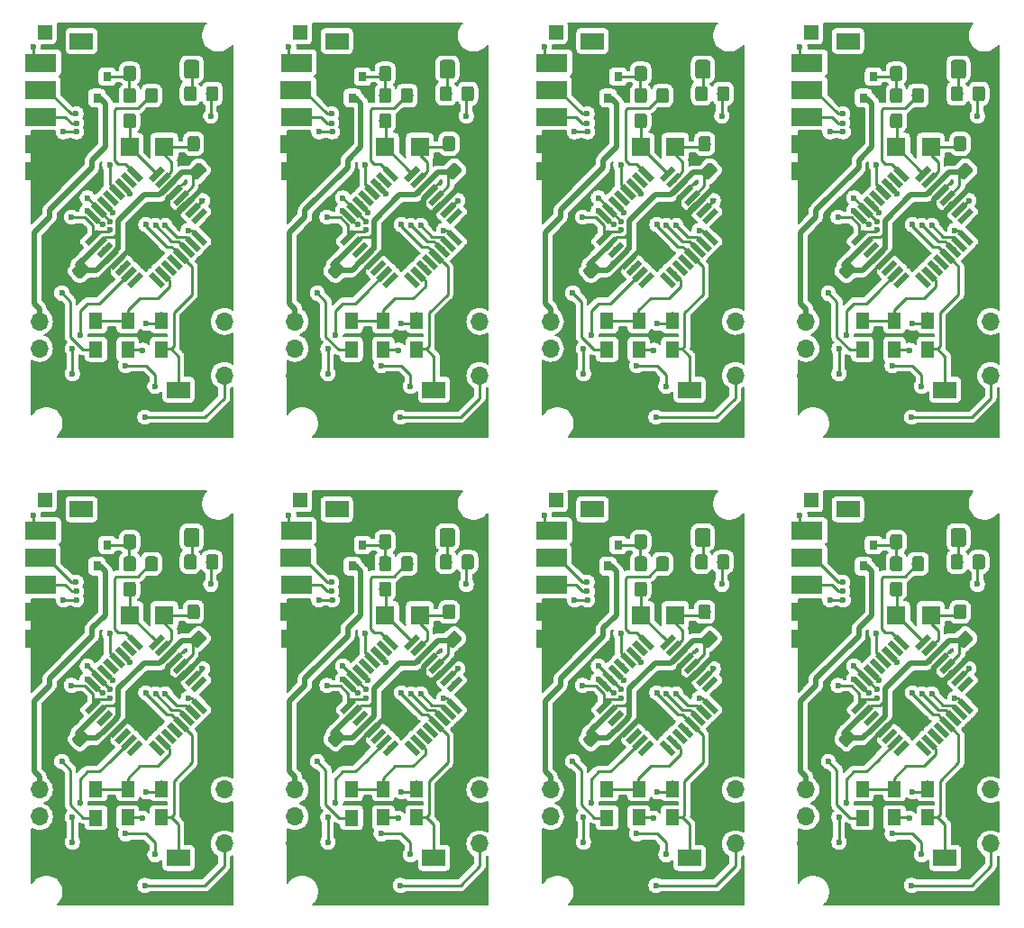
<source format=gtl>
%MOIN*%
%OFA0B0*%
%FSLAX46Y46*%
%IPPOS*%
%LPD*%
%ADD10O,0.066929133858267723X0.066929133858267723*%
%ADD11C,0.005905511811023622*%
%ADD12C,0.0452755905511811*%
%ADD13R,0.068897637795275593X0.070866141732283464*%
%ADD14R,0.031496062992125991X0.035433070866141732*%
%ADD15C,0.056102362204724414*%
%ADD16R,0.11811023622047245X0.066929133858267723*%
%ADD17C,0.021653543307086617*%
%ADD18R,0.085826771653543313X0.062992125984251982*%
%ADD19R,0.051181102362204731X0.059055118110236227*%
%ADD20R,0.053149606299212608X0.053149606299212608*%
%ADD21C,0.023622047244094488*%
%ADD22C,0.00984251968503937*%
%ADD23C,0.01968503937007874*%
%ADD24C,0.0078740157480314977*%
%ADD35O,0.066929133858267723X0.066929133858267723*%
%ADD36C,0.005905511811023622*%
%ADD37C,0.0452755905511811*%
%ADD38R,0.068897637795275593X0.070866141732283464*%
%ADD39R,0.031496062992125991X0.035433070866141732*%
%ADD40C,0.056102362204724414*%
%ADD41R,0.11811023622047245X0.066929133858267723*%
%ADD42C,0.021653543307086617*%
%ADD43R,0.085826771653543313X0.062992125984251982*%
%ADD44R,0.051181102362204731X0.059055118110236227*%
%ADD45R,0.053149606299212608X0.053149606299212608*%
%ADD46C,0.023622047244094488*%
%ADD47C,0.00984251968503937*%
%ADD48C,0.01968503937007874*%
%ADD49C,0.0078740157480314977*%
%ADD50O,0.066929133858267723X0.066929133858267723*%
%ADD51C,0.005905511811023622*%
%ADD52C,0.0452755905511811*%
%ADD53R,0.068897637795275593X0.070866141732283464*%
%ADD54R,0.031496062992125991X0.035433070866141732*%
%ADD55C,0.056102362204724414*%
%ADD56R,0.11811023622047245X0.066929133858267723*%
%ADD57C,0.021653543307086617*%
%ADD58R,0.085826771653543313X0.062992125984251982*%
%ADD59R,0.051181102362204731X0.059055118110236227*%
%ADD60R,0.053149606299212608X0.053149606299212608*%
%ADD61C,0.023622047244094488*%
%ADD62C,0.00984251968503937*%
%ADD63C,0.01968503937007874*%
%ADD64C,0.0078740157480314977*%
%ADD65O,0.066929133858267723X0.066929133858267723*%
%ADD66C,0.005905511811023622*%
%ADD67C,0.0452755905511811*%
%ADD68R,0.068897637795275593X0.070866141732283464*%
%ADD69R,0.031496062992125991X0.035433070866141732*%
%ADD70C,0.056102362204724414*%
%ADD71R,0.11811023622047245X0.066929133858267723*%
%ADD72C,0.021653543307086617*%
%ADD73R,0.085826771653543313X0.062992125984251982*%
%ADD74R,0.051181102362204731X0.059055118110236227*%
%ADD75R,0.053149606299212608X0.053149606299212608*%
%ADD76C,0.023622047244094488*%
%ADD77C,0.00984251968503937*%
%ADD78C,0.01968503937007874*%
%ADD79C,0.0078740157480314977*%
%ADD80O,0.066929133858267723X0.066929133858267723*%
%ADD81C,0.005905511811023622*%
%ADD82C,0.0452755905511811*%
%ADD83R,0.068897637795275593X0.070866141732283464*%
%ADD84R,0.031496062992125991X0.035433070866141732*%
%ADD85C,0.056102362204724414*%
%ADD86R,0.11811023622047245X0.066929133858267723*%
%ADD87C,0.021653543307086617*%
%ADD88R,0.085826771653543313X0.062992125984251982*%
%ADD89R,0.051181102362204731X0.059055118110236227*%
%ADD90R,0.053149606299212608X0.053149606299212608*%
%ADD91C,0.023622047244094488*%
%ADD92C,0.00984251968503937*%
%ADD93C,0.01968503937007874*%
%ADD94C,0.0078740157480314977*%
%ADD95O,0.066929133858267723X0.066929133858267723*%
%ADD96C,0.005905511811023622*%
%ADD97C,0.0452755905511811*%
%ADD98R,0.068897637795275593X0.070866141732283464*%
%ADD99R,0.031496062992125991X0.035433070866141732*%
%ADD100C,0.056102362204724414*%
%ADD101R,0.11811023622047245X0.066929133858267723*%
%ADD102C,0.021653543307086617*%
%ADD103R,0.085826771653543313X0.062992125984251982*%
%ADD104R,0.051181102362204731X0.059055118110236227*%
%ADD105R,0.053149606299212608X0.053149606299212608*%
%ADD106C,0.023622047244094488*%
%ADD107C,0.00984251968503937*%
%ADD108C,0.01968503937007874*%
%ADD109C,0.0078740157480314977*%
%ADD110O,0.066929133858267723X0.066929133858267723*%
%ADD111C,0.005905511811023622*%
%ADD112C,0.0452755905511811*%
%ADD113R,0.068897637795275593X0.070866141732283464*%
%ADD114R,0.031496062992125991X0.035433070866141732*%
%ADD115C,0.056102362204724414*%
%ADD116R,0.11811023622047245X0.066929133858267723*%
%ADD117C,0.021653543307086617*%
%ADD118R,0.085826771653543313X0.062992125984251982*%
%ADD119R,0.051181102362204731X0.059055118110236227*%
%ADD120R,0.053149606299212608X0.053149606299212608*%
%ADD121C,0.023622047244094488*%
%ADD122C,0.00984251968503937*%
%ADD123C,0.01968503937007874*%
%ADD124C,0.0078740157480314977*%
%ADD125O,0.066929133858267723X0.066929133858267723*%
%ADD126C,0.005905511811023622*%
%ADD127C,0.0452755905511811*%
%ADD128R,0.068897637795275593X0.070866141732283464*%
%ADD129R,0.031496062992125991X0.035433070866141732*%
%ADD130C,0.056102362204724414*%
%ADD131R,0.11811023622047245X0.066929133858267723*%
%ADD132C,0.021653543307086617*%
%ADD133R,0.085826771653543313X0.062992125984251982*%
%ADD134R,0.051181102362204731X0.059055118110236227*%
%ADD135R,0.053149606299212608X0.053149606299212608*%
%ADD136C,0.023622047244094488*%
%ADD137C,0.00984251968503937*%
%ADD138C,0.01968503937007874*%
%ADD139C,0.0078740157480314977*%
D10*
X-0006692913Y0004921259D02*
X0000051181Y0000248818D03*
X0000051181Y0000348818D03*
X0000051181Y0000448818D03*
D11*
G36*
X0000265262Y0000613071D02*
G01*
X0000266218Y0000612929D01*
X0000267155Y0000612695D01*
X0000268064Y0000612369D01*
X0000268937Y0000611956D01*
X0000269766Y0000611460D01*
X0000270542Y0000610884D01*
X0000271257Y0000610236D01*
X0000289353Y0000592140D01*
X0000290001Y0000591425D01*
X0000290577Y0000590649D01*
X0000291073Y0000589820D01*
X0000291486Y0000588947D01*
X0000291812Y0000588038D01*
X0000292046Y0000587101D01*
X0000292188Y0000586145D01*
X0000292235Y0000585181D01*
X0000292188Y0000584216D01*
X0000292046Y0000583261D01*
X0000291812Y0000582324D01*
X0000291486Y0000581414D01*
X0000291073Y0000580541D01*
X0000290577Y0000579713D01*
X0000290001Y0000578937D01*
X0000289353Y0000578221D01*
X0000264298Y0000553166D01*
X0000263582Y0000552517D01*
X0000262806Y0000551942D01*
X0000261978Y0000551445D01*
X0000261104Y0000551032D01*
X0000260195Y0000550707D01*
X0000259258Y0000550472D01*
X0000258303Y0000550331D01*
X0000257338Y0000550283D01*
X0000256373Y0000550331D01*
X0000255418Y0000550472D01*
X0000254481Y0000550707D01*
X0000253571Y0000551032D01*
X0000252698Y0000551445D01*
X0000251870Y0000551942D01*
X0000251094Y0000552517D01*
X0000250378Y0000553166D01*
X0000232283Y0000571261D01*
X0000231634Y0000571977D01*
X0000231059Y0000572753D01*
X0000230562Y0000573581D01*
X0000230149Y0000574455D01*
X0000229824Y0000575364D01*
X0000229589Y0000576301D01*
X0000229447Y0000577256D01*
X0000229400Y0000578221D01*
X0000229447Y0000579186D01*
X0000229589Y0000580141D01*
X0000229824Y0000581078D01*
X0000230149Y0000581988D01*
X0000230562Y0000582861D01*
X0000231059Y0000583689D01*
X0000231634Y0000584465D01*
X0000232283Y0000585181D01*
X0000257338Y0000610236D01*
X0000258054Y0000610884D01*
X0000258829Y0000611460D01*
X0000259658Y0000611956D01*
X0000260531Y0000612369D01*
X0000261440Y0000612695D01*
X0000262377Y0000612929D01*
X0000263333Y0000613071D01*
X0000264298Y0000613119D01*
X0000265262Y0000613071D01*
X0000265262Y0000613071D01*
G37*
D12*
X0000260818Y0000581701D03*
D11*
G36*
X0000208193Y0000670141D02*
G01*
X0000209148Y0000669999D01*
X0000210085Y0000669764D01*
X0000210995Y0000669439D01*
X0000211868Y0000669026D01*
X0000212696Y0000668529D01*
X0000213472Y0000667954D01*
X0000214188Y0000667305D01*
X0000232283Y0000649210D01*
X0000232932Y0000648494D01*
X0000233507Y0000647719D01*
X0000234004Y0000646890D01*
X0000234417Y0000646017D01*
X0000234742Y0000645107D01*
X0000234977Y0000644170D01*
X0000235118Y0000643215D01*
X0000235166Y0000642250D01*
X0000235118Y0000641286D01*
X0000234977Y0000640330D01*
X0000234742Y0000639393D01*
X0000234417Y0000638484D01*
X0000234004Y0000637611D01*
X0000233507Y0000636782D01*
X0000232932Y0000636006D01*
X0000232283Y0000635291D01*
X0000207228Y0000610236D01*
X0000206512Y0000609587D01*
X0000205736Y0000609012D01*
X0000204908Y0000608515D01*
X0000204035Y0000608102D01*
X0000203125Y0000607777D01*
X0000202188Y0000607542D01*
X0000201233Y0000607400D01*
X0000200268Y0000607353D01*
X0000199304Y0000607400D01*
X0000198348Y0000607542D01*
X0000197411Y0000607777D01*
X0000196502Y0000608102D01*
X0000195629Y0000608515D01*
X0000194800Y0000609012D01*
X0000194024Y0000609587D01*
X0000193309Y0000610236D01*
X0000175213Y0000628331D01*
X0000174565Y0000629047D01*
X0000173989Y0000629822D01*
X0000173493Y0000630651D01*
X0000173080Y0000631524D01*
X0000172754Y0000632434D01*
X0000172520Y0000633371D01*
X0000172378Y0000634326D01*
X0000172330Y0000635291D01*
X0000172378Y0000636255D01*
X0000172520Y0000637211D01*
X0000172754Y0000638148D01*
X0000173080Y0000639057D01*
X0000173493Y0000639930D01*
X0000173989Y0000640759D01*
X0000174565Y0000641535D01*
X0000175213Y0000642250D01*
X0000200268Y0000667305D01*
X0000200984Y0000667954D01*
X0000201760Y0000668529D01*
X0000202588Y0000669026D01*
X0000203461Y0000669439D01*
X0000204371Y0000669764D01*
X0000205308Y0000669999D01*
X0000206263Y0000670141D01*
X0000207228Y0000670188D01*
X0000208193Y0000670141D01*
X0000208193Y0000670141D01*
G37*
D12*
X0000203748Y0000638771D03*
D11*
G36*
X0000698333Y0000979213D02*
G01*
X0000699289Y0000979071D01*
X0000700226Y0000978836D01*
X0000701135Y0000978511D01*
X0000702008Y0000978098D01*
X0000702837Y0000977602D01*
X0000703612Y0000977026D01*
X0000704328Y0000976377D01*
X0000722423Y0000958282D01*
X0000723072Y0000957567D01*
X0000723648Y0000956791D01*
X0000724144Y0000955962D01*
X0000724557Y0000955089D01*
X0000724882Y0000954180D01*
X0000725117Y0000953243D01*
X0000725259Y0000952287D01*
X0000725306Y0000951322D01*
X0000725259Y0000950358D01*
X0000725117Y0000949402D01*
X0000724882Y0000948465D01*
X0000724557Y0000947556D01*
X0000724144Y0000946683D01*
X0000723648Y0000945854D01*
X0000723072Y0000945078D01*
X0000722423Y0000944363D01*
X0000697368Y0000919308D01*
X0000696653Y0000918659D01*
X0000695877Y0000918084D01*
X0000695049Y0000917587D01*
X0000694175Y0000917174D01*
X0000693266Y0000916849D01*
X0000692329Y0000916614D01*
X0000691374Y0000916472D01*
X0000690409Y0000916425D01*
X0000689444Y0000916472D01*
X0000688489Y0000916614D01*
X0000687552Y0000916849D01*
X0000686642Y0000917174D01*
X0000685769Y0000917587D01*
X0000684941Y0000918084D01*
X0000684165Y0000918659D01*
X0000683449Y0000919308D01*
X0000665354Y0000937403D01*
X0000664705Y0000938119D01*
X0000664130Y0000938895D01*
X0000663633Y0000939723D01*
X0000663220Y0000940596D01*
X0000662895Y0000941506D01*
X0000662660Y0000942443D01*
X0000662518Y0000943398D01*
X0000662471Y0000944363D01*
X0000662518Y0000945327D01*
X0000662660Y0000946283D01*
X0000662895Y0000947220D01*
X0000663220Y0000948129D01*
X0000663633Y0000949002D01*
X0000664130Y0000949831D01*
X0000664705Y0000950607D01*
X0000665354Y0000951322D01*
X0000690409Y0000976377D01*
X0000691124Y0000977026D01*
X0000691900Y0000977602D01*
X0000692729Y0000978098D01*
X0000693602Y0000978511D01*
X0000694511Y0000978836D01*
X0000695448Y0000979071D01*
X0000696404Y0000979213D01*
X0000697368Y0000979260D01*
X0000698333Y0000979213D01*
X0000698333Y0000979213D01*
G37*
D12*
X0000693889Y0000947843D03*
D11*
G36*
X0000641264Y0001036282D02*
G01*
X0000642219Y0001036141D01*
X0000643156Y0001035906D01*
X0000644065Y0001035581D01*
X0000644939Y0001035168D01*
X0000645767Y0001034671D01*
X0000646543Y0001034096D01*
X0000647259Y0001033447D01*
X0000665354Y0001015352D01*
X0000666002Y0001014636D01*
X0000666578Y0001013860D01*
X0000667074Y0001013032D01*
X0000667487Y0001012159D01*
X0000667813Y0001011249D01*
X0000668048Y0001010312D01*
X0000668189Y0001009357D01*
X0000668237Y0001008392D01*
X0000668189Y0001007427D01*
X0000668048Y0001006472D01*
X0000667813Y0001005535D01*
X0000667487Y0001004626D01*
X0000667074Y0001003752D01*
X0000666578Y0001002924D01*
X0000666002Y0001002148D01*
X0000665354Y0001001432D01*
X0000640299Y0000976377D01*
X0000639583Y0000975729D01*
X0000638807Y0000975153D01*
X0000637979Y0000974657D01*
X0000637106Y0000974244D01*
X0000636196Y0000973918D01*
X0000635259Y0000973684D01*
X0000634304Y0000973542D01*
X0000633339Y0000973495D01*
X0000632374Y0000973542D01*
X0000631419Y0000973684D01*
X0000630482Y0000973918D01*
X0000629573Y0000974244D01*
X0000628699Y0000974657D01*
X0000627871Y0000975153D01*
X0000627095Y0000975729D01*
X0000626380Y0000976377D01*
X0000608284Y0000994473D01*
X0000607635Y0000995188D01*
X0000607060Y0000995964D01*
X0000606564Y0000996793D01*
X0000606151Y0000997666D01*
X0000605825Y0000998575D01*
X0000605591Y0000999512D01*
X0000605449Y0001000468D01*
X0000605401Y0001001432D01*
X0000605449Y0001002397D01*
X0000605591Y0001003353D01*
X0000605825Y0001004290D01*
X0000606151Y0001005199D01*
X0000606564Y0001006072D01*
X0000607060Y0001006901D01*
X0000607635Y0001007676D01*
X0000608284Y0001008392D01*
X0000633339Y0001033447D01*
X0000634055Y0001034096D01*
X0000634831Y0001034671D01*
X0000635659Y0001035168D01*
X0000636532Y0001035581D01*
X0000637442Y0001035906D01*
X0000638379Y0001036141D01*
X0000639334Y0001036282D01*
X0000640299Y0001036330D01*
X0000641264Y0001036282D01*
X0000641264Y0001036282D01*
G37*
D12*
X0000636819Y0001004912D03*
D11*
G36*
X0000479311Y0001218456D02*
G01*
X0000480266Y0001218314D01*
X0000481203Y0001218080D01*
X0000482112Y0001217754D01*
X0000482986Y0001217341D01*
X0000483814Y0001216845D01*
X0000484590Y0001216269D01*
X0000485306Y0001215621D01*
X0000485954Y0001214905D01*
X0000486530Y0001214129D01*
X0000487026Y0001213301D01*
X0000487439Y0001212427D01*
X0000487765Y0001211518D01*
X0000487999Y0001210581D01*
X0000488141Y0001209626D01*
X0000488188Y0001208661D01*
X0000488188Y0001173228D01*
X0000488141Y0001172263D01*
X0000487999Y0001171308D01*
X0000487765Y0001170371D01*
X0000487439Y0001169461D01*
X0000487026Y0001168588D01*
X0000486530Y0001167760D01*
X0000485954Y0001166984D01*
X0000485306Y0001166268D01*
X0000484590Y0001165619D01*
X0000483814Y0001165044D01*
X0000482986Y0001164548D01*
X0000482112Y0001164135D01*
X0000481203Y0001163809D01*
X0000480266Y0001163574D01*
X0000479311Y0001163433D01*
X0000478346Y0001163385D01*
X0000452755Y0001163385D01*
X0000451791Y0001163433D01*
X0000450835Y0001163574D01*
X0000449898Y0001163809D01*
X0000448989Y0001164135D01*
X0000448116Y0001164548D01*
X0000447287Y0001165044D01*
X0000446511Y0001165619D01*
X0000445796Y0001166268D01*
X0000445147Y0001166984D01*
X0000444572Y0001167760D01*
X0000444075Y0001168588D01*
X0000443662Y0001169461D01*
X0000443337Y0001170371D01*
X0000443102Y0001171308D01*
X0000442960Y0001172263D01*
X0000442913Y0001173228D01*
X0000442913Y0001208661D01*
X0000442960Y0001209626D01*
X0000443102Y0001210581D01*
X0000443337Y0001211518D01*
X0000443662Y0001212427D01*
X0000444075Y0001213301D01*
X0000444572Y0001214129D01*
X0000445147Y0001214905D01*
X0000445796Y0001215621D01*
X0000446511Y0001216269D01*
X0000447287Y0001216845D01*
X0000448116Y0001217341D01*
X0000448989Y0001217754D01*
X0000449898Y0001218080D01*
X0000450835Y0001218314D01*
X0000451791Y0001218456D01*
X0000452755Y0001218503D01*
X0000478346Y0001218503D01*
X0000479311Y0001218456D01*
X0000479311Y0001218456D01*
G37*
D12*
X0000465551Y0001190944D03*
D11*
G36*
X0000398602Y0001218456D02*
G01*
X0000399557Y0001218314D01*
X0000400494Y0001218080D01*
X0000401404Y0001217754D01*
X0000402277Y0001217341D01*
X0000403105Y0001216845D01*
X0000403881Y0001216269D01*
X0000404597Y0001215621D01*
X0000405246Y0001214905D01*
X0000405821Y0001214129D01*
X0000406318Y0001213301D01*
X0000406731Y0001212427D01*
X0000407056Y0001211518D01*
X0000407291Y0001210581D01*
X0000407432Y0001209626D01*
X0000407480Y0001208661D01*
X0000407480Y0001173228D01*
X0000407432Y0001172263D01*
X0000407291Y0001171308D01*
X0000407056Y0001170371D01*
X0000406731Y0001169461D01*
X0000406318Y0001168588D01*
X0000405821Y0001167760D01*
X0000405246Y0001166984D01*
X0000404597Y0001166268D01*
X0000403881Y0001165619D01*
X0000403105Y0001165044D01*
X0000402277Y0001164548D01*
X0000401404Y0001164135D01*
X0000400494Y0001163809D01*
X0000399557Y0001163574D01*
X0000398602Y0001163433D01*
X0000397637Y0001163385D01*
X0000372047Y0001163385D01*
X0000371082Y0001163433D01*
X0000370127Y0001163574D01*
X0000369190Y0001163809D01*
X0000368280Y0001164135D01*
X0000367407Y0001164548D01*
X0000366578Y0001165044D01*
X0000365803Y0001165619D01*
X0000365087Y0001166268D01*
X0000364438Y0001166984D01*
X0000363863Y0001167760D01*
X0000363366Y0001168588D01*
X0000362953Y0001169461D01*
X0000362628Y0001170371D01*
X0000362393Y0001171308D01*
X0000362252Y0001172263D01*
X0000362204Y0001173228D01*
X0000362204Y0001208661D01*
X0000362252Y0001209626D01*
X0000362393Y0001210581D01*
X0000362628Y0001211518D01*
X0000362953Y0001212427D01*
X0000363366Y0001213301D01*
X0000363863Y0001214129D01*
X0000364438Y0001214905D01*
X0000365087Y0001215621D01*
X0000365803Y0001216269D01*
X0000366578Y0001216845D01*
X0000367407Y0001217341D01*
X0000368280Y0001217754D01*
X0000369190Y0001218080D01*
X0000370127Y0001218314D01*
X0000371082Y0001218456D01*
X0000372047Y0001218503D01*
X0000397637Y0001218503D01*
X0000398602Y0001218456D01*
X0000398602Y0001218456D01*
G37*
D12*
X0000384842Y0001190944D03*
D13*
X0000384842Y0001094488D03*
X0000512795Y0001094488D03*
D11*
G36*
X0000715531Y0001133810D02*
G01*
X0000716487Y0001133669D01*
X0000717424Y0001133434D01*
X0000718333Y0001133109D01*
X0000719206Y0001132696D01*
X0000720035Y0001132199D01*
X0000720810Y0001131624D01*
X0000721526Y0001130975D01*
X0000722175Y0001130259D01*
X0000722750Y0001129483D01*
X0000723247Y0001128655D01*
X0000723660Y0001127782D01*
X0000723985Y0001126872D01*
X0000724220Y0001125935D01*
X0000724362Y0001124980D01*
X0000724409Y0001124015D01*
X0000724409Y0001088582D01*
X0000724362Y0001087617D01*
X0000724220Y0001086662D01*
X0000723985Y0001085725D01*
X0000723660Y0001084816D01*
X0000723247Y0001083942D01*
X0000722750Y0001083114D01*
X0000722175Y0001082338D01*
X0000721526Y0001081622D01*
X0000720810Y0001080974D01*
X0000720035Y0001080398D01*
X0000719206Y0001079902D01*
X0000718333Y0001079489D01*
X0000717424Y0001079163D01*
X0000716487Y0001078929D01*
X0000715531Y0001078787D01*
X0000714566Y0001078740D01*
X0000688976Y0001078740D01*
X0000688011Y0001078787D01*
X0000687056Y0001078929D01*
X0000686119Y0001079163D01*
X0000685209Y0001079489D01*
X0000684336Y0001079902D01*
X0000683508Y0001080398D01*
X0000682732Y0001080974D01*
X0000682016Y0001081622D01*
X0000681367Y0001082338D01*
X0000680792Y0001083114D01*
X0000680296Y0001083942D01*
X0000679883Y0001084816D01*
X0000679557Y0001085725D01*
X0000679322Y0001086662D01*
X0000679181Y0001087617D01*
X0000679133Y0001088582D01*
X0000679133Y0001124015D01*
X0000679181Y0001124980D01*
X0000679322Y0001125935D01*
X0000679557Y0001126872D01*
X0000679883Y0001127782D01*
X0000680296Y0001128655D01*
X0000680792Y0001129483D01*
X0000681367Y0001130259D01*
X0000682016Y0001130975D01*
X0000682732Y0001131624D01*
X0000683508Y0001132199D01*
X0000684336Y0001132696D01*
X0000685209Y0001133109D01*
X0000686119Y0001133434D01*
X0000687056Y0001133669D01*
X0000688011Y0001133810D01*
X0000688976Y0001133858D01*
X0000714566Y0001133858D01*
X0000715531Y0001133810D01*
X0000715531Y0001133810D01*
G37*
D12*
X0000701771Y0001106299D03*
D11*
G36*
X0000634823Y0001133810D02*
G01*
X0000635778Y0001133669D01*
X0000636715Y0001133434D01*
X0000637624Y0001133109D01*
X0000638497Y0001132696D01*
X0000639326Y0001132199D01*
X0000640102Y0001131624D01*
X0000640817Y0001130975D01*
X0000641466Y0001130259D01*
X0000642042Y0001129483D01*
X0000642538Y0001128655D01*
X0000642951Y0001127782D01*
X0000643276Y0001126872D01*
X0000643511Y0001125935D01*
X0000643653Y0001124980D01*
X0000643700Y0001124015D01*
X0000643700Y0001088582D01*
X0000643653Y0001087617D01*
X0000643511Y0001086662D01*
X0000643276Y0001085725D01*
X0000642951Y0001084816D01*
X0000642538Y0001083942D01*
X0000642042Y0001083114D01*
X0000641466Y0001082338D01*
X0000640817Y0001081622D01*
X0000640102Y0001080974D01*
X0000639326Y0001080398D01*
X0000638497Y0001079902D01*
X0000637624Y0001079489D01*
X0000636715Y0001079163D01*
X0000635778Y0001078929D01*
X0000634823Y0001078787D01*
X0000633858Y0001078740D01*
X0000608267Y0001078740D01*
X0000607302Y0001078787D01*
X0000606347Y0001078929D01*
X0000605410Y0001079163D01*
X0000604501Y0001079489D01*
X0000603627Y0001079902D01*
X0000602799Y0001080398D01*
X0000602023Y0001080974D01*
X0000601307Y0001081622D01*
X0000600659Y0001082338D01*
X0000600083Y0001083114D01*
X0000599587Y0001083942D01*
X0000599174Y0001084816D01*
X0000598849Y0001085725D01*
X0000598614Y0001086662D01*
X0000598472Y0001087617D01*
X0000598425Y0001088582D01*
X0000598425Y0001124015D01*
X0000598472Y0001124980D01*
X0000598614Y0001125935D01*
X0000598849Y0001126872D01*
X0000599174Y0001127782D01*
X0000599587Y0001128655D01*
X0000600083Y0001129483D01*
X0000600659Y0001130259D01*
X0000601307Y0001130975D01*
X0000602023Y0001131624D01*
X0000602799Y0001132199D01*
X0000603627Y0001132696D01*
X0000604501Y0001133109D01*
X0000605410Y0001133434D01*
X0000606347Y0001133669D01*
X0000607302Y0001133810D01*
X0000608267Y0001133858D01*
X0000633858Y0001133858D01*
X0000634823Y0001133810D01*
X0000634823Y0001133810D01*
G37*
D12*
X0000621062Y0001106299D03*
D10*
X0000734586Y0000248759D03*
X0000734586Y0000348759D03*
X0000734586Y0000448759D03*
D11*
G36*
X0000398602Y0001393653D02*
G01*
X0000399557Y0001393511D01*
X0000400494Y0001393276D01*
X0000401404Y0001392951D01*
X0000402277Y0001392538D01*
X0000403105Y0001392042D01*
X0000403881Y0001391466D01*
X0000404597Y0001390817D01*
X0000405246Y0001390102D01*
X0000405821Y0001389326D01*
X0000406318Y0001388497D01*
X0000406731Y0001387624D01*
X0000407056Y0001386715D01*
X0000407291Y0001385778D01*
X0000407432Y0001384823D01*
X0000407480Y0001383858D01*
X0000407480Y0001348425D01*
X0000407432Y0001347460D01*
X0000407291Y0001346505D01*
X0000407056Y0001345568D01*
X0000406731Y0001344658D01*
X0000406318Y0001343785D01*
X0000405821Y0001342956D01*
X0000405246Y0001342181D01*
X0000404597Y0001341465D01*
X0000403881Y0001340816D01*
X0000403105Y0001340241D01*
X0000402277Y0001339744D01*
X0000401404Y0001339331D01*
X0000400494Y0001339006D01*
X0000399557Y0001338771D01*
X0000398602Y0001338630D01*
X0000397637Y0001338582D01*
X0000372047Y0001338582D01*
X0000371082Y0001338630D01*
X0000370127Y0001338771D01*
X0000369190Y0001339006D01*
X0000368280Y0001339331D01*
X0000367407Y0001339744D01*
X0000366578Y0001340241D01*
X0000365803Y0001340816D01*
X0000365087Y0001341465D01*
X0000364438Y0001342181D01*
X0000363863Y0001342956D01*
X0000363366Y0001343785D01*
X0000362953Y0001344658D01*
X0000362628Y0001345568D01*
X0000362393Y0001346505D01*
X0000362252Y0001347460D01*
X0000362204Y0001348425D01*
X0000362204Y0001383858D01*
X0000362252Y0001384823D01*
X0000362393Y0001385778D01*
X0000362628Y0001386715D01*
X0000362953Y0001387624D01*
X0000363366Y0001388497D01*
X0000363863Y0001389326D01*
X0000364438Y0001390102D01*
X0000365087Y0001390817D01*
X0000365803Y0001391466D01*
X0000366578Y0001392042D01*
X0000367407Y0001392538D01*
X0000368280Y0001392951D01*
X0000369190Y0001393276D01*
X0000370127Y0001393511D01*
X0000371082Y0001393653D01*
X0000372047Y0001393700D01*
X0000397637Y0001393700D01*
X0000398602Y0001393653D01*
X0000398602Y0001393653D01*
G37*
D12*
X0000384842Y0001366141D03*
D11*
G36*
X0000479311Y0001393653D02*
G01*
X0000480266Y0001393511D01*
X0000481203Y0001393276D01*
X0000482112Y0001392951D01*
X0000482986Y0001392538D01*
X0000483814Y0001392042D01*
X0000484590Y0001391466D01*
X0000485306Y0001390817D01*
X0000485954Y0001390102D01*
X0000486530Y0001389326D01*
X0000487026Y0001388497D01*
X0000487439Y0001387624D01*
X0000487765Y0001386715D01*
X0000487999Y0001385778D01*
X0000488141Y0001384823D01*
X0000488188Y0001383858D01*
X0000488188Y0001348425D01*
X0000488141Y0001347460D01*
X0000487999Y0001346505D01*
X0000487765Y0001345568D01*
X0000487439Y0001344658D01*
X0000487026Y0001343785D01*
X0000486530Y0001342956D01*
X0000485954Y0001342181D01*
X0000485306Y0001341465D01*
X0000484590Y0001340816D01*
X0000483814Y0001340241D01*
X0000482986Y0001339744D01*
X0000482112Y0001339331D01*
X0000481203Y0001339006D01*
X0000480266Y0001338771D01*
X0000479311Y0001338630D01*
X0000478346Y0001338582D01*
X0000452755Y0001338582D01*
X0000451791Y0001338630D01*
X0000450835Y0001338771D01*
X0000449898Y0001339006D01*
X0000448989Y0001339331D01*
X0000448116Y0001339744D01*
X0000447287Y0001340241D01*
X0000446511Y0001340816D01*
X0000445796Y0001341465D01*
X0000445147Y0001342181D01*
X0000444572Y0001342956D01*
X0000444075Y0001343785D01*
X0000443662Y0001344658D01*
X0000443337Y0001345568D01*
X0000443102Y0001346505D01*
X0000442960Y0001347460D01*
X0000442913Y0001348425D01*
X0000442913Y0001383858D01*
X0000442960Y0001384823D01*
X0000443102Y0001385778D01*
X0000443337Y0001386715D01*
X0000443662Y0001387624D01*
X0000444075Y0001388497D01*
X0000444572Y0001389326D01*
X0000445147Y0001390102D01*
X0000445796Y0001390817D01*
X0000446511Y0001391466D01*
X0000447287Y0001392042D01*
X0000448116Y0001392538D01*
X0000448989Y0001392951D01*
X0000449898Y0001393276D01*
X0000450835Y0001393511D01*
X0000451791Y0001393653D01*
X0000452755Y0001393700D01*
X0000478346Y0001393700D01*
X0000479311Y0001393653D01*
X0000479311Y0001393653D01*
G37*
D12*
X0000465551Y0001366141D03*
D11*
G36*
X0000479311Y0001311960D02*
G01*
X0000480266Y0001311818D01*
X0000481203Y0001311584D01*
X0000482112Y0001311258D01*
X0000482986Y0001310845D01*
X0000483814Y0001310349D01*
X0000484590Y0001309773D01*
X0000485306Y0001309125D01*
X0000485954Y0001308409D01*
X0000486530Y0001307633D01*
X0000487026Y0001306805D01*
X0000487439Y0001305931D01*
X0000487765Y0001305022D01*
X0000487999Y0001304085D01*
X0000488141Y0001303130D01*
X0000488188Y0001302165D01*
X0000488188Y0001266732D01*
X0000488141Y0001265767D01*
X0000487999Y0001264812D01*
X0000487765Y0001263875D01*
X0000487439Y0001262965D01*
X0000487026Y0001262092D01*
X0000486530Y0001261264D01*
X0000485954Y0001260488D01*
X0000485306Y0001259772D01*
X0000484590Y0001259123D01*
X0000483814Y0001258548D01*
X0000482986Y0001258051D01*
X0000482112Y0001257638D01*
X0000481203Y0001257313D01*
X0000480266Y0001257078D01*
X0000479311Y0001256937D01*
X0000478346Y0001256889D01*
X0000452755Y0001256889D01*
X0000451791Y0001256937D01*
X0000450835Y0001257078D01*
X0000449898Y0001257313D01*
X0000448989Y0001257638D01*
X0000448116Y0001258051D01*
X0000447287Y0001258548D01*
X0000446511Y0001259123D01*
X0000445796Y0001259772D01*
X0000445147Y0001260488D01*
X0000444572Y0001261264D01*
X0000444075Y0001262092D01*
X0000443662Y0001262965D01*
X0000443337Y0001263875D01*
X0000443102Y0001264812D01*
X0000442960Y0001265767D01*
X0000442913Y0001266732D01*
X0000442913Y0001302165D01*
X0000442960Y0001303130D01*
X0000443102Y0001304085D01*
X0000443337Y0001305022D01*
X0000443662Y0001305931D01*
X0000444075Y0001306805D01*
X0000444572Y0001307633D01*
X0000445147Y0001308409D01*
X0000445796Y0001309125D01*
X0000446511Y0001309773D01*
X0000447287Y0001310349D01*
X0000448116Y0001310845D01*
X0000448989Y0001311258D01*
X0000449898Y0001311584D01*
X0000450835Y0001311818D01*
X0000451791Y0001311960D01*
X0000452755Y0001312007D01*
X0000478346Y0001312007D01*
X0000479311Y0001311960D01*
X0000479311Y0001311960D01*
G37*
D12*
X0000465551Y0001284448D03*
D11*
G36*
X0000398602Y0001311960D02*
G01*
X0000399557Y0001311818D01*
X0000400494Y0001311584D01*
X0000401404Y0001311258D01*
X0000402277Y0001310845D01*
X0000403105Y0001310349D01*
X0000403881Y0001309773D01*
X0000404597Y0001309125D01*
X0000405246Y0001308409D01*
X0000405821Y0001307633D01*
X0000406318Y0001306805D01*
X0000406731Y0001305931D01*
X0000407056Y0001305022D01*
X0000407291Y0001304085D01*
X0000407432Y0001303130D01*
X0000407480Y0001302165D01*
X0000407480Y0001266732D01*
X0000407432Y0001265767D01*
X0000407291Y0001264812D01*
X0000407056Y0001263875D01*
X0000406731Y0001262965D01*
X0000406318Y0001262092D01*
X0000405821Y0001261264D01*
X0000405246Y0001260488D01*
X0000404597Y0001259772D01*
X0000403881Y0001259123D01*
X0000403105Y0001258548D01*
X0000402277Y0001258051D01*
X0000401404Y0001257638D01*
X0000400494Y0001257313D01*
X0000399557Y0001257078D01*
X0000398602Y0001256937D01*
X0000397637Y0001256889D01*
X0000372047Y0001256889D01*
X0000371082Y0001256937D01*
X0000370127Y0001257078D01*
X0000369190Y0001257313D01*
X0000368280Y0001257638D01*
X0000367407Y0001258051D01*
X0000366578Y0001258548D01*
X0000365803Y0001259123D01*
X0000365087Y0001259772D01*
X0000364438Y0001260488D01*
X0000363863Y0001261264D01*
X0000363366Y0001262092D01*
X0000362953Y0001262965D01*
X0000362628Y0001263875D01*
X0000362393Y0001264812D01*
X0000362252Y0001265767D01*
X0000362204Y0001266732D01*
X0000362204Y0001302165D01*
X0000362252Y0001303130D01*
X0000362393Y0001304085D01*
X0000362628Y0001305022D01*
X0000362953Y0001305931D01*
X0000363366Y0001306805D01*
X0000363863Y0001307633D01*
X0000364438Y0001308409D01*
X0000365087Y0001309125D01*
X0000365803Y0001309773D01*
X0000366578Y0001310349D01*
X0000367407Y0001310845D01*
X0000368280Y0001311258D01*
X0000369190Y0001311584D01*
X0000370127Y0001311818D01*
X0000371082Y0001311960D01*
X0000372047Y0001312007D01*
X0000397637Y0001312007D01*
X0000398602Y0001311960D01*
X0000398602Y0001311960D01*
G37*
D12*
X0000384842Y0001284448D03*
D14*
X0000263779Y0001275590D03*
X0000226377Y0001354330D03*
X0000301181Y0001354330D03*
D11*
G36*
X0000703720Y0001318850D02*
G01*
X0000704676Y0001318708D01*
X0000705613Y0001318473D01*
X0000706522Y0001318148D01*
X0000707395Y0001317735D01*
X0000708224Y0001317238D01*
X0000708999Y0001316663D01*
X0000709715Y0001316014D01*
X0000710364Y0001315299D01*
X0000710939Y0001314523D01*
X0000711436Y0001313694D01*
X0000711849Y0001312821D01*
X0000712174Y0001311912D01*
X0000712409Y0001310975D01*
X0000712550Y0001310019D01*
X0000712598Y0001309055D01*
X0000712598Y0001273621D01*
X0000712550Y0001272657D01*
X0000712409Y0001271701D01*
X0000712174Y0001270764D01*
X0000711849Y0001269855D01*
X0000711436Y0001268982D01*
X0000710939Y0001268153D01*
X0000710364Y0001267377D01*
X0000709715Y0001266662D01*
X0000708999Y0001266013D01*
X0000708224Y0001265438D01*
X0000707395Y0001264941D01*
X0000706522Y0001264528D01*
X0000705613Y0001264203D01*
X0000704676Y0001263968D01*
X0000703720Y0001263826D01*
X0000702755Y0001263779D01*
X0000677165Y0001263779D01*
X0000676200Y0001263826D01*
X0000675245Y0001263968D01*
X0000674308Y0001264203D01*
X0000673398Y0001264528D01*
X0000672525Y0001264941D01*
X0000671697Y0001265438D01*
X0000670921Y0001266013D01*
X0000670205Y0001266662D01*
X0000669556Y0001267377D01*
X0000668981Y0001268153D01*
X0000668485Y0001268982D01*
X0000668072Y0001269855D01*
X0000667746Y0001270764D01*
X0000667511Y0001271701D01*
X0000667370Y0001272657D01*
X0000667322Y0001273621D01*
X0000667322Y0001309055D01*
X0000667370Y0001310019D01*
X0000667511Y0001310975D01*
X0000667746Y0001311912D01*
X0000668072Y0001312821D01*
X0000668485Y0001313694D01*
X0000668981Y0001314523D01*
X0000669556Y0001315299D01*
X0000670205Y0001316014D01*
X0000670921Y0001316663D01*
X0000671697Y0001317238D01*
X0000672525Y0001317735D01*
X0000673398Y0001318148D01*
X0000674308Y0001318473D01*
X0000675245Y0001318708D01*
X0000676200Y0001318850D01*
X0000677165Y0001318897D01*
X0000702755Y0001318897D01*
X0000703720Y0001318850D01*
X0000703720Y0001318850D01*
G37*
D12*
X0000689960Y0001291338D03*
D11*
G36*
X0000623011Y0001318850D02*
G01*
X0000623967Y0001318708D01*
X0000624904Y0001318473D01*
X0000625813Y0001318148D01*
X0000626686Y0001317735D01*
X0000627515Y0001317238D01*
X0000628291Y0001316663D01*
X0000629006Y0001316014D01*
X0000629655Y0001315299D01*
X0000630231Y0001314523D01*
X0000630727Y0001313694D01*
X0000631140Y0001312821D01*
X0000631465Y0001311912D01*
X0000631700Y0001310975D01*
X0000631842Y0001310019D01*
X0000631889Y0001309055D01*
X0000631889Y0001273621D01*
X0000631842Y0001272657D01*
X0000631700Y0001271701D01*
X0000631465Y0001270764D01*
X0000631140Y0001269855D01*
X0000630727Y0001268982D01*
X0000630231Y0001268153D01*
X0000629655Y0001267377D01*
X0000629006Y0001266662D01*
X0000628291Y0001266013D01*
X0000627515Y0001265438D01*
X0000626686Y0001264941D01*
X0000625813Y0001264528D01*
X0000624904Y0001264203D01*
X0000623967Y0001263968D01*
X0000623011Y0001263826D01*
X0000622047Y0001263779D01*
X0000596456Y0001263779D01*
X0000595491Y0001263826D01*
X0000594536Y0001263968D01*
X0000593599Y0001264203D01*
X0000592690Y0001264528D01*
X0000591816Y0001264941D01*
X0000590988Y0001265438D01*
X0000590212Y0001266013D01*
X0000589496Y0001266662D01*
X0000588848Y0001267377D01*
X0000588272Y0001268153D01*
X0000587776Y0001268982D01*
X0000587363Y0001269855D01*
X0000587037Y0001270764D01*
X0000586803Y0001271701D01*
X0000586661Y0001272657D01*
X0000586614Y0001273621D01*
X0000586614Y0001309055D01*
X0000586661Y0001310019D01*
X0000586803Y0001310975D01*
X0000587037Y0001311912D01*
X0000587363Y0001312821D01*
X0000587776Y0001313694D01*
X0000588272Y0001314523D01*
X0000588848Y0001315299D01*
X0000589496Y0001316014D01*
X0000590212Y0001316663D01*
X0000590988Y0001317238D01*
X0000591816Y0001317735D01*
X0000592690Y0001318148D01*
X0000593599Y0001318473D01*
X0000594536Y0001318708D01*
X0000595491Y0001318850D01*
X0000596456Y0001318897D01*
X0000622047Y0001318897D01*
X0000623011Y0001318850D01*
X0000623011Y0001318850D01*
G37*
D12*
X0000609251Y0001291338D03*
D11*
G36*
X0000633838Y0001416291D02*
G01*
X0000634794Y0001416149D01*
X0000635731Y0001415914D01*
X0000636640Y0001415589D01*
X0000637513Y0001415176D01*
X0000638342Y0001414679D01*
X0000639118Y0001414104D01*
X0000639833Y0001413455D01*
X0000640482Y0001412740D01*
X0000641057Y0001411964D01*
X0000641554Y0001411135D01*
X0000641967Y0001410262D01*
X0000642292Y0001409353D01*
X0000642527Y0001408416D01*
X0000642669Y0001407460D01*
X0000642716Y0001406496D01*
X0000642716Y0001357283D01*
X0000642669Y0001356318D01*
X0000642527Y0001355363D01*
X0000642292Y0001354426D01*
X0000641967Y0001353516D01*
X0000641554Y0001352643D01*
X0000641057Y0001351815D01*
X0000640482Y0001351039D01*
X0000639833Y0001350323D01*
X0000639118Y0001349675D01*
X0000638342Y0001349099D01*
X0000637513Y0001348603D01*
X0000636640Y0001348190D01*
X0000635731Y0001347864D01*
X0000634794Y0001347630D01*
X0000633838Y0001347488D01*
X0000632873Y0001347440D01*
X0000596456Y0001347440D01*
X0000595491Y0001347488D01*
X0000594536Y0001347630D01*
X0000593599Y0001347864D01*
X0000592690Y0001348190D01*
X0000591816Y0001348603D01*
X0000590988Y0001349099D01*
X0000590212Y0001349675D01*
X0000589496Y0001350323D01*
X0000588848Y0001351039D01*
X0000588272Y0001351815D01*
X0000587776Y0001352643D01*
X0000587363Y0001353516D01*
X0000587037Y0001354426D01*
X0000586803Y0001355363D01*
X0000586661Y0001356318D01*
X0000586614Y0001357283D01*
X0000586614Y0001406496D01*
X0000586661Y0001407460D01*
X0000586803Y0001408416D01*
X0000587037Y0001409353D01*
X0000587363Y0001410262D01*
X0000587776Y0001411135D01*
X0000588272Y0001411964D01*
X0000588848Y0001412740D01*
X0000589496Y0001413455D01*
X0000590212Y0001414104D01*
X0000590988Y0001414679D01*
X0000591816Y0001415176D01*
X0000592690Y0001415589D01*
X0000593599Y0001415914D01*
X0000594536Y0001416149D01*
X0000595491Y0001416291D01*
X0000596456Y0001416338D01*
X0000632873Y0001416338D01*
X0000633838Y0001416291D01*
X0000633838Y0001416291D01*
G37*
D15*
X0000614665Y0001381889D03*
D11*
G36*
X0000750964Y0001416291D02*
G01*
X0000751920Y0001416149D01*
X0000752857Y0001415914D01*
X0000753766Y0001415589D01*
X0000754639Y0001415176D01*
X0000755468Y0001414679D01*
X0000756243Y0001414104D01*
X0000756959Y0001413455D01*
X0000757608Y0001412740D01*
X0000758183Y0001411964D01*
X0000758680Y0001411135D01*
X0000759093Y0001410262D01*
X0000759418Y0001409353D01*
X0000759653Y0001408416D01*
X0000759795Y0001407460D01*
X0000759842Y0001406496D01*
X0000759842Y0001357283D01*
X0000759795Y0001356318D01*
X0000759653Y0001355363D01*
X0000759418Y0001354426D01*
X0000759093Y0001353516D01*
X0000758680Y0001352643D01*
X0000758183Y0001351815D01*
X0000757608Y0001351039D01*
X0000756959Y0001350323D01*
X0000756243Y0001349675D01*
X0000755468Y0001349099D01*
X0000754639Y0001348603D01*
X0000753766Y0001348190D01*
X0000752857Y0001347864D01*
X0000751920Y0001347630D01*
X0000750964Y0001347488D01*
X0000750000Y0001347440D01*
X0000713582Y0001347440D01*
X0000712617Y0001347488D01*
X0000711662Y0001347630D01*
X0000710725Y0001347864D01*
X0000709816Y0001348190D01*
X0000708942Y0001348603D01*
X0000708114Y0001349099D01*
X0000707338Y0001349675D01*
X0000706622Y0001350323D01*
X0000705974Y0001351039D01*
X0000705398Y0001351815D01*
X0000704902Y0001352643D01*
X0000704489Y0001353516D01*
X0000704163Y0001354426D01*
X0000703929Y0001355363D01*
X0000703787Y0001356318D01*
X0000703740Y0001357283D01*
X0000703740Y0001406496D01*
X0000703787Y0001407460D01*
X0000703929Y0001408416D01*
X0000704163Y0001409353D01*
X0000704489Y0001410262D01*
X0000704902Y0001411135D01*
X0000705398Y0001411964D01*
X0000705974Y0001412740D01*
X0000706622Y0001413455D01*
X0000707338Y0001414104D01*
X0000708114Y0001414679D01*
X0000708942Y0001415176D01*
X0000709816Y0001415589D01*
X0000710725Y0001415914D01*
X0000711662Y0001416149D01*
X0000712617Y0001416291D01*
X0000713582Y0001416338D01*
X0000750000Y0001416338D01*
X0000750964Y0001416291D01*
X0000750964Y0001416291D01*
G37*
D15*
X0000731791Y0001381889D03*
D16*
X0000055531Y0001406259D03*
X0000055531Y0001206259D03*
X0000055531Y0001006259D03*
X0000054586Y0001306259D03*
X0000054586Y0001106259D03*
D17*
X0000640850Y0000839126D03*
D11*
G36*
X0000655465Y0000869052D02*
G01*
X0000670777Y0000853741D01*
X0000626235Y0000809199D01*
X0000610923Y0000824510D01*
X0000655465Y0000869052D01*
X0000655465Y0000869052D01*
G37*
D17*
X0000618579Y0000861397D03*
D11*
G36*
X0000633194Y0000891323D02*
G01*
X0000648506Y0000876012D01*
X0000603964Y0000831470D01*
X0000588652Y0000846781D01*
X0000633194Y0000891323D01*
X0000633194Y0000891323D01*
G37*
D17*
X0000596308Y0000883668D03*
D11*
G36*
X0000610923Y0000913595D02*
G01*
X0000626235Y0000898283D01*
X0000581692Y0000853741D01*
X0000566381Y0000869052D01*
X0000610923Y0000913595D01*
X0000610923Y0000913595D01*
G37*
D17*
X0000574037Y0000905939D03*
D11*
G36*
X0000588652Y0000935866D02*
G01*
X0000603964Y0000920554D01*
X0000559421Y0000876012D01*
X0000544110Y0000891323D01*
X0000588652Y0000935866D01*
X0000588652Y0000935866D01*
G37*
D17*
X0000551766Y0000928210D03*
D11*
G36*
X0000566381Y0000958137D02*
G01*
X0000581692Y0000942825D01*
X0000537150Y0000898283D01*
X0000521839Y0000913595D01*
X0000566381Y0000958137D01*
X0000566381Y0000958137D01*
G37*
D17*
X0000529495Y0000950481D03*
D11*
G36*
X0000544110Y0000980408D02*
G01*
X0000559421Y0000965096D01*
X0000514879Y0000920554D01*
X0000499568Y0000935866D01*
X0000544110Y0000980408D01*
X0000544110Y0000980408D01*
G37*
D17*
X0000507223Y0000972752D03*
D11*
G36*
X0000521839Y0001002679D02*
G01*
X0000537150Y0000987368D01*
X0000492608Y0000942825D01*
X0000477297Y0000958137D01*
X0000521839Y0001002679D01*
X0000521839Y0001002679D01*
G37*
D17*
X0000484952Y0000995023D03*
D11*
G36*
X0000499568Y0001024950D02*
G01*
X0000514879Y0001009639D01*
X0000470337Y0000965096D01*
X0000455026Y0000980408D01*
X0000499568Y0001024950D01*
X0000499568Y0001024950D01*
G37*
D17*
X0000404220Y0000995023D03*
D11*
G36*
X0000374293Y0001009639D02*
G01*
X0000389604Y0001024950D01*
X0000434147Y0000980408D01*
X0000418835Y0000965096D01*
X0000374293Y0001009639D01*
X0000374293Y0001009639D01*
G37*
D17*
X0000381949Y0000972752D03*
D11*
G36*
X0000352022Y0000987368D02*
G01*
X0000367333Y0001002679D01*
X0000411875Y0000958137D01*
X0000396564Y0000942825D01*
X0000352022Y0000987368D01*
X0000352022Y0000987368D01*
G37*
D17*
X0000359678Y0000950481D03*
D11*
G36*
X0000329751Y0000965096D02*
G01*
X0000345062Y0000980408D01*
X0000389604Y0000935866D01*
X0000374293Y0000920554D01*
X0000329751Y0000965096D01*
X0000329751Y0000965096D01*
G37*
D17*
X0000337407Y0000928210D03*
D11*
G36*
X0000307480Y0000942825D02*
G01*
X0000322791Y0000958137D01*
X0000367333Y0000913595D01*
X0000352022Y0000898283D01*
X0000307480Y0000942825D01*
X0000307480Y0000942825D01*
G37*
D17*
X0000315135Y0000905939D03*
D11*
G36*
X0000285209Y0000920554D02*
G01*
X0000300520Y0000935866D01*
X0000345062Y0000891323D01*
X0000329751Y0000876012D01*
X0000285209Y0000920554D01*
X0000285209Y0000920554D01*
G37*
D17*
X0000292864Y0000883668D03*
D11*
G36*
X0000262938Y0000898283D02*
G01*
X0000278249Y0000913595D01*
X0000322791Y0000869052D01*
X0000307480Y0000853741D01*
X0000262938Y0000898283D01*
X0000262938Y0000898283D01*
G37*
D17*
X0000270593Y0000861397D03*
D11*
G36*
X0000240667Y0000876012D02*
G01*
X0000255978Y0000891323D01*
X0000300520Y0000846781D01*
X0000285209Y0000831470D01*
X0000240667Y0000876012D01*
X0000240667Y0000876012D01*
G37*
D17*
X0000248322Y0000839126D03*
D11*
G36*
X0000218395Y0000853741D02*
G01*
X0000233707Y0000869052D01*
X0000278249Y0000824510D01*
X0000262938Y0000809199D01*
X0000218395Y0000853741D01*
X0000218395Y0000853741D01*
G37*
D17*
X0000248322Y0000758393D03*
D11*
G36*
X0000262938Y0000788320D02*
G01*
X0000278249Y0000773008D01*
X0000233707Y0000728466D01*
X0000218395Y0000743778D01*
X0000262938Y0000788320D01*
X0000262938Y0000788320D01*
G37*
D17*
X0000270593Y0000736122D03*
D11*
G36*
X0000285209Y0000766049D02*
G01*
X0000300520Y0000750737D01*
X0000255978Y0000706195D01*
X0000240667Y0000721507D01*
X0000285209Y0000766049D01*
X0000285209Y0000766049D01*
G37*
D17*
X0000292864Y0000713851D03*
D11*
G36*
X0000307480Y0000743778D02*
G01*
X0000322791Y0000728466D01*
X0000278249Y0000683924D01*
X0000262938Y0000699235D01*
X0000307480Y0000743778D01*
X0000307480Y0000743778D01*
G37*
D17*
X0000315135Y0000691580D03*
D11*
G36*
X0000329751Y0000721507D02*
G01*
X0000345062Y0000706195D01*
X0000300520Y0000661653D01*
X0000285209Y0000676964D01*
X0000329751Y0000721507D01*
X0000329751Y0000721507D01*
G37*
D17*
X0000337407Y0000669309D03*
D11*
G36*
X0000352022Y0000699235D02*
G01*
X0000367333Y0000683924D01*
X0000322791Y0000639382D01*
X0000307480Y0000654693D01*
X0000352022Y0000699235D01*
X0000352022Y0000699235D01*
G37*
D17*
X0000359678Y0000647038D03*
D11*
G36*
X0000374293Y0000676964D02*
G01*
X0000389604Y0000661653D01*
X0000345062Y0000617111D01*
X0000329751Y0000632422D01*
X0000374293Y0000676964D01*
X0000374293Y0000676964D01*
G37*
D17*
X0000381949Y0000624767D03*
D11*
G36*
X0000396564Y0000654693D02*
G01*
X0000411875Y0000639382D01*
X0000367333Y0000594840D01*
X0000352022Y0000610151D01*
X0000396564Y0000654693D01*
X0000396564Y0000654693D01*
G37*
D17*
X0000404220Y0000602495D03*
D11*
G36*
X0000418835Y0000632422D02*
G01*
X0000434147Y0000617111D01*
X0000389604Y0000572569D01*
X0000374293Y0000587880D01*
X0000418835Y0000632422D01*
X0000418835Y0000632422D01*
G37*
D17*
X0000484952Y0000602495D03*
D11*
G36*
X0000455026Y0000617111D02*
G01*
X0000470337Y0000632422D01*
X0000514879Y0000587880D01*
X0000499568Y0000572569D01*
X0000455026Y0000617111D01*
X0000455026Y0000617111D01*
G37*
D17*
X0000507223Y0000624767D03*
D11*
G36*
X0000477297Y0000639382D02*
G01*
X0000492608Y0000654693D01*
X0000537150Y0000610151D01*
X0000521839Y0000594840D01*
X0000477297Y0000639382D01*
X0000477297Y0000639382D01*
G37*
D17*
X0000529495Y0000647038D03*
D11*
G36*
X0000499568Y0000661653D02*
G01*
X0000514879Y0000676964D01*
X0000559421Y0000632422D01*
X0000544110Y0000617111D01*
X0000499568Y0000661653D01*
X0000499568Y0000661653D01*
G37*
D17*
X0000551766Y0000669309D03*
D11*
G36*
X0000521839Y0000683924D02*
G01*
X0000537150Y0000699235D01*
X0000581692Y0000654693D01*
X0000566381Y0000639382D01*
X0000521839Y0000683924D01*
X0000521839Y0000683924D01*
G37*
D17*
X0000574037Y0000691580D03*
D11*
G36*
X0000544110Y0000706195D02*
G01*
X0000559421Y0000721507D01*
X0000603964Y0000676964D01*
X0000588652Y0000661653D01*
X0000544110Y0000706195D01*
X0000544110Y0000706195D01*
G37*
D17*
X0000596308Y0000713851D03*
D11*
G36*
X0000566381Y0000728466D02*
G01*
X0000581692Y0000743778D01*
X0000626235Y0000699235D01*
X0000610923Y0000683924D01*
X0000566381Y0000728466D01*
X0000566381Y0000728466D01*
G37*
D17*
X0000618579Y0000736122D03*
D11*
G36*
X0000588652Y0000750737D02*
G01*
X0000603964Y0000766049D01*
X0000648506Y0000721507D01*
X0000633194Y0000706195D01*
X0000588652Y0000750737D01*
X0000588652Y0000750737D01*
G37*
D17*
X0000640850Y0000758393D03*
D11*
G36*
X0000610923Y0000773008D02*
G01*
X0000626235Y0000788320D01*
X0000670777Y0000743778D01*
X0000655465Y0000728466D01*
X0000610923Y0000773008D01*
X0000610923Y0000773008D01*
G37*
D18*
X0000203877Y0000196259D03*
X0000565295Y0000196259D03*
X0000206377Y0001486259D03*
X0000567795Y0001486259D03*
D19*
X0000501968Y0000451771D03*
X0000501968Y0000345472D03*
D20*
X0000072086Y0001518759D03*
D19*
X0000377952Y0000451909D03*
X0000377952Y0000345610D03*
X0000260086Y0000345259D03*
X0000260086Y0000451559D03*
D21*
X0000370078Y0000285433D03*
X0000478346Y0000208661D03*
X0000645669Y0001015747D03*
X0000028086Y0001464259D03*
X0000444881Y0000441480D03*
X0000255905Y0000566929D03*
X0000342519Y0001448818D03*
X0000224409Y0000177165D03*
X0000559055Y0000822834D03*
X0000496456Y0001445590D03*
X0000035433Y0000913385D03*
X0000074803Y0000763779D03*
X0000074803Y0000708661D03*
X0000074803Y0000645669D03*
X0000074803Y0000582677D03*
X0000173228Y0001354330D03*
X0000421259Y0000196850D03*
X0000157480Y0000604330D03*
X0000035433Y0000881889D03*
X0000035433Y0000850393D03*
X0000734251Y0000084645D03*
X0000734251Y0000049212D03*
X0000700787Y0000049212D03*
X0000693889Y0000947843D03*
X0000717519Y0000887795D03*
X0000716535Y0000834645D03*
X0000653543Y0000895669D03*
X0000685039Y0001208661D03*
X0000321782Y0000851935D03*
X0000600889Y0000785532D03*
X0000228346Y0000905511D03*
X0000313556Y0000819593D03*
X0000228346Y0000858267D03*
X0000284465Y0000806727D03*
X0000169291Y0000834645D03*
X0000312426Y0000788116D03*
X0000188762Y0001150259D03*
X0000444881Y0000807086D03*
X0000139479Y0001150303D03*
X0000480314Y0000803149D03*
X0000187086Y0001182259D03*
X0000186457Y0001216419D03*
X0000515747Y0000803149D03*
X0000440944Y0000094488D03*
X0000200787Y0000399606D03*
X0000173228Y0000346456D03*
X0000173228Y0000254921D03*
X0000433070Y0000342519D03*
X0000133858Y0000553149D03*
X0000386111Y0000919866D03*
X0000206377Y0001484251D03*
X0000311023Y0001027559D03*
D22*
X0000502086Y0000453409D02*
X0000502086Y0000462008D01*
X0000028086Y0001464259D02*
X0000028086Y0001433704D01*
X0000028086Y0001433704D02*
X0000055531Y0001406259D01*
X0000346086Y0000737259D02*
X0000346086Y0000722530D01*
X0000346086Y0000722530D02*
X0000315135Y0000691580D01*
X0000320086Y0000760976D02*
X0000322369Y0000760976D01*
X0000319886Y0000761177D02*
X0000320086Y0000760976D01*
X0000295648Y0000761177D02*
X0000319886Y0000761177D01*
X0000055531Y0001406259D02*
X0000081122Y0001406259D01*
X0000270593Y0000736122D02*
X0000291045Y0000756573D01*
X0000509043Y0000920823D02*
X0000504440Y0000925426D01*
X0000194744Y0000660272D02*
X0000245538Y0000711067D01*
X0000245538Y0000711067D02*
X0000270593Y0000736122D01*
X0000504440Y0000925426D02*
X0000529495Y0000950481D01*
D23*
X0000444881Y0000441480D02*
X0000444881Y0000441480D01*
X0000340190Y0000716635D02*
X0000315135Y0000691580D01*
X0000343084Y0000719528D02*
X0000340190Y0000716635D01*
X0000437904Y0000917322D02*
X0000343084Y0000822502D01*
X0000496336Y0000917322D02*
X0000437904Y0000917322D01*
X0000529495Y0000950481D02*
X0000496336Y0000917322D01*
X0000315135Y0000691580D02*
X0000280401Y0000656845D01*
X0000191317Y0000656845D02*
X0000270593Y0000736122D01*
D22*
X0000342313Y0000761177D02*
X0000343084Y0000760406D01*
X0000270593Y0000736122D02*
X0000295648Y0000761177D01*
D23*
X0000343084Y0000760406D02*
X0000343084Y0000719528D01*
D22*
X0000343084Y0000778824D02*
X0000343084Y0000787965D01*
X0000325436Y0000761177D02*
X0000343084Y0000778824D01*
D23*
X0000343084Y0000787965D02*
X0000343084Y0000760406D01*
X0000343084Y0000822502D02*
X0000343084Y0000787965D01*
D22*
X0000295648Y0000761177D02*
X0000325436Y0000761177D01*
D23*
X0000502086Y0000453409D02*
X0000502086Y0000474527D01*
D22*
X0000618744Y0000950646D02*
X0000618744Y0001011176D01*
X0000574037Y0000905939D02*
X0000618744Y0000950646D01*
D23*
X0000579013Y0001000000D02*
X0000637795Y0001000000D01*
X0000529495Y0000950481D02*
X0000579013Y0001000000D01*
X0000262326Y0000638771D02*
X0000203748Y0000638771D01*
X0000315135Y0000691580D02*
X0000262326Y0000638771D01*
X0000203748Y0000669277D02*
X0000270593Y0000736122D01*
X0000203748Y0000638771D02*
X0000203748Y0000669277D01*
D22*
X0000491677Y0000441480D02*
X0000501968Y0000451771D01*
X0000444881Y0000441480D02*
X0000491677Y0000441480D01*
X0000569433Y0000856793D02*
X0000569433Y0000855247D01*
X0000596308Y0000883668D02*
X0000569433Y0000856793D01*
X0000053086Y0001003814D02*
X0000055531Y0001006259D01*
X0000567795Y0001486259D02*
X0000515039Y0001486259D01*
X0000515039Y0001486259D02*
X0000496456Y0001467677D01*
X0000496456Y0001467677D02*
X0000496456Y0001445590D01*
X0000104086Y0001106259D02*
X0000054586Y0001106259D01*
X0000253799Y0000598759D02*
X0000258720Y0000598759D01*
X0000258720Y0000598759D02*
X0000329269Y0000669309D01*
X0000329269Y0000669309D02*
X0000337407Y0000669309D01*
D23*
X0000337407Y0000669309D02*
X0000389763Y0000721665D01*
X0000592133Y0000883668D02*
X0000596308Y0000883668D01*
X0000566760Y0000858295D02*
X0000592133Y0000883668D01*
X0000565002Y0000852362D02*
X0000543307Y0000852362D01*
X0000596308Y0000883668D02*
X0000565002Y0000852362D01*
X0000526711Y0000903155D02*
X0000551766Y0000928210D01*
X0000525590Y0000902034D02*
X0000526711Y0000903155D01*
X0000525590Y0000870078D02*
X0000525590Y0000902034D01*
X0000543307Y0000852362D02*
X0000525590Y0000870078D01*
X0000660483Y0000947843D02*
X0000693889Y0000947843D01*
X0000596308Y0000883668D02*
X0000660483Y0000947843D01*
X0000693889Y0000947843D02*
X0000693889Y0000947843D01*
D22*
X0000657442Y0000900259D02*
X0000618579Y0000861397D01*
X0000685039Y0001258858D02*
X0000685039Y0001208661D01*
X0000685039Y0001286417D02*
X0000689960Y0001291338D01*
X0000685039Y0001208661D02*
X0000685039Y0001286417D01*
X0000292864Y0000883668D02*
X0000321782Y0000854750D01*
X0000321782Y0000854750D02*
X0000321782Y0000851935D01*
X0000640850Y0000758393D02*
X0000613711Y0000785532D01*
X0000613711Y0000785532D02*
X0000600889Y0000785532D01*
X0000628936Y0001383366D02*
X0000614665Y0001397637D01*
X0000614665Y0001381889D02*
X0000614665Y0001313484D01*
X0000270593Y0000861397D02*
X0000312397Y0000819593D01*
X0000312397Y0000819593D02*
X0000313556Y0000819593D01*
X0000270593Y0000863264D02*
X0000228346Y0000905511D01*
X0000270593Y0000861397D02*
X0000270593Y0000863264D01*
X0000248322Y0000839126D02*
X0000280721Y0000806727D01*
X0000280721Y0000806727D02*
X0000284465Y0000806727D01*
X0000248322Y0000839126D02*
X0000247487Y0000839126D01*
X0000248322Y0000804023D02*
X0000248322Y0000758393D01*
X0000306431Y0000782121D02*
X0000312426Y0000788116D01*
X0000248322Y0000758393D02*
X0000248322Y0000777641D01*
X0000252802Y0000782121D02*
X0000306431Y0000782121D01*
X0000248322Y0000777641D02*
X0000252802Y0000782121D01*
X0000219086Y0000833259D02*
X0000167094Y0000833259D01*
X0000219086Y0000833259D02*
X0000248322Y0000804023D01*
X0000502086Y0000347110D02*
X0000537519Y0000347110D01*
X0000537519Y0000347110D02*
X0000565295Y0000319334D01*
X0000565295Y0000319334D02*
X0000565295Y0000237598D01*
X0000565295Y0000237598D02*
X0000565295Y0000196259D01*
X0000139479Y0001150303D02*
X0000188719Y0001150303D01*
X0000188719Y0001150303D02*
X0000188762Y0001150259D01*
X0000577086Y0000208051D02*
X0000565295Y0000196259D01*
X0000599092Y0000666525D02*
X0000574037Y0000691580D01*
X0000615472Y0000650145D02*
X0000599092Y0000666525D01*
X0000615472Y0000549049D02*
X0000615472Y0000650145D01*
X0000547086Y0000480663D02*
X0000615472Y0000549049D01*
X0000547086Y0000356677D02*
X0000547086Y0000480663D01*
X0000537519Y0000347110D02*
X0000547086Y0000356677D01*
X0000444881Y0000802165D02*
X0000495078Y0000751968D01*
X0000444881Y0000807086D02*
X0000444881Y0000802165D01*
X0000548982Y0000716635D02*
X0000574037Y0000691580D01*
X0000539873Y0000725743D02*
X0000548982Y0000716635D01*
X0000521303Y0000725743D02*
X0000539873Y0000725743D01*
X0000495078Y0000751968D02*
X0000521303Y0000725743D01*
X0000146383Y0001206259D02*
X0000170383Y0001182259D01*
X0000055531Y0001206259D02*
X0000146383Y0001206259D01*
X0000170383Y0001182259D02*
X0000187086Y0001182259D01*
X0000571253Y0000738906D02*
X0000596308Y0000713851D01*
X0000566699Y0000743460D02*
X0000571253Y0000738906D01*
X0000540004Y0000743460D02*
X0000566699Y0000743460D01*
X0000480314Y0000803149D02*
X0000540004Y0000743460D01*
X0000170017Y0001216419D02*
X0000186457Y0001216419D01*
X0000080177Y0001306259D02*
X0000170017Y0001216419D01*
X0000054586Y0001306259D02*
X0000080177Y0001306259D01*
X0000593524Y0000761177D02*
X0000618579Y0000736122D01*
X0000557720Y0000761177D02*
X0000593524Y0000761177D01*
X0000515747Y0000803149D02*
X0000557720Y0000761177D01*
X0000734586Y0000239759D02*
X0000734586Y0000248759D01*
X0000200787Y0000476377D02*
X0000200787Y0000476377D01*
X0000381949Y0000624767D02*
X0000312347Y0000555164D01*
X0000440944Y0000094488D02*
X0000580314Y0000094488D01*
X0000580314Y0000094488D02*
X0000663385Y0000094488D01*
X0000734586Y0000165688D02*
X0000734586Y0000248759D01*
X0000663385Y0000094488D02*
X0000734586Y0000165688D01*
X0000272930Y0000515747D02*
X0000312347Y0000555164D01*
X0000228346Y0000515747D02*
X0000272930Y0000515747D01*
X0000200787Y0000393700D02*
X0000200787Y0000488188D01*
X0000200787Y0000488188D02*
X0000228346Y0000515747D01*
X0000173228Y0000254921D02*
X0000173228Y0000346456D01*
X0000377086Y0000451909D02*
X0000260437Y0000451909D01*
X0000260437Y0000451909D02*
X0000260086Y0000451559D01*
X0000377086Y0000455846D02*
X0000377086Y0000451909D01*
X0000377086Y0000451909D02*
X0000377086Y0000447972D01*
X0000532278Y0000599712D02*
X0000507223Y0000624767D01*
X0000532278Y0000579523D02*
X0000532278Y0000599712D01*
X0000488188Y0000535433D02*
X0000532278Y0000579523D01*
X0000421240Y0000535433D02*
X0000488188Y0000535433D01*
X0000377086Y0000491279D02*
X0000421240Y0000535433D01*
X0000377086Y0000451909D02*
X0000377086Y0000491279D01*
X0000514763Y0001062992D02*
X0000539370Y0001038385D01*
X0000514763Y0001108267D02*
X0000514763Y0001062992D01*
X0000539370Y0001004898D02*
X0000507223Y0000972752D01*
X0000539370Y0001038385D02*
X0000539370Y0001004898D01*
X0000603346Y0001098425D02*
X0000605314Y0001100393D01*
X0000609251Y0001094488D02*
X0000621062Y0001106299D01*
X0000512795Y0001094488D02*
X0000609251Y0001094488D01*
X0000474513Y0001005463D02*
X0000484952Y0000995023D01*
X0000386810Y0001093165D02*
X0000474513Y0001005463D01*
X0000386810Y0001108267D02*
X0000386810Y0001093165D01*
X0000386810Y0001177165D02*
X0000373031Y0001190944D01*
X0000386810Y0001098425D02*
X0000386810Y0001177165D01*
X0000377086Y0000345610D02*
X0000402421Y0000345610D01*
X0000380177Y0000342519D02*
X0000377086Y0000345610D01*
X0000429980Y0000345610D02*
X0000433070Y0000342519D01*
X0000377952Y0000345610D02*
X0000429980Y0000345610D01*
X0000386111Y0000924048D02*
X0000386111Y0000919866D01*
X0000359678Y0000950481D02*
X0000386111Y0000924048D01*
X0000212810Y0000345259D02*
X0000260086Y0000345259D01*
X0000165354Y0000392716D02*
X0000212810Y0000345259D01*
X0000133858Y0000553149D02*
X0000165354Y0000521653D01*
X0000165354Y0000521653D02*
X0000165354Y0000392716D01*
X0000444881Y0000285433D02*
X0000370078Y0000285433D01*
X0000478346Y0000208661D02*
X0000478346Y0000251968D01*
X0000478346Y0000251968D02*
X0000444881Y0000285433D01*
D23*
X0000275590Y0001275590D02*
X0000263779Y0001275590D01*
X0000295275Y0001255905D02*
X0000275590Y0001275590D01*
X0000295275Y0001094488D02*
X0000295275Y0001255905D01*
X0000246062Y0001017716D02*
X0000246062Y0001045275D01*
X0000246062Y0001045275D02*
X0000295275Y0001094488D01*
X0000051181Y0000448818D02*
X0000051181Y0000496144D01*
X0000051181Y0000496144D02*
X0000031496Y0000515829D01*
X0000031496Y0000776574D02*
X0000031496Y0000778543D01*
X0000031496Y0000515829D02*
X0000031496Y0000776574D01*
X0000088090Y0000835137D02*
X0000088090Y0000859744D01*
X0000031496Y0000778543D02*
X0000088090Y0000835137D01*
X0000088090Y0000859744D02*
X0000246062Y0001017716D01*
D22*
X0000312992Y0001354330D02*
X0000339566Y0001354330D01*
X0000312992Y0001354330D02*
X0000337598Y0001354330D01*
X0000373031Y0001354330D02*
X0000382873Y0001364173D01*
X0000312992Y0001354330D02*
X0000373031Y0001354330D01*
X0000382873Y0001285433D02*
X0000382873Y0001364173D01*
X0000363188Y0001354330D02*
X0000373031Y0001364173D01*
X0000301181Y0001354330D02*
X0000363188Y0001354330D01*
X0000416338Y0001238188D02*
X0000463582Y0001285433D01*
X0000367747Y0001031496D02*
X0000342519Y0001031496D01*
X0000404220Y0000995023D02*
X0000367747Y0001031496D01*
X0000342519Y0001031496D02*
X0000329232Y0001044783D01*
X0000329232Y0001230807D02*
X0000336614Y0001238188D01*
X0000329232Y0001044783D02*
X0000329232Y0001230807D01*
X0000336614Y0001238188D02*
X0000416338Y0001238188D01*
X0000337407Y0000928210D02*
X0000312352Y0000953265D01*
X0000337407Y0000928210D02*
X0000311023Y0000954593D01*
X0000311023Y0000954593D02*
X0000311023Y0000992125D01*
X0000311023Y0001001968D02*
X0000311023Y0001027559D01*
X0000311023Y0001001968D02*
X0000311023Y0001011811D01*
X0000311023Y0000992125D02*
X0000311023Y0001001968D01*
D24*
G36*
X0000663157Y0001546415D02*
G01*
X0000656263Y0001536097D01*
X0000651515Y0001524633D01*
X0000649094Y0001512463D01*
X0000649094Y0001500055D01*
X0000651515Y0001487885D01*
X0000656263Y0001476421D01*
X0000663157Y0001466104D01*
X0000671931Y0001457330D01*
X0000682248Y0001450436D01*
X0000693712Y0001445688D01*
X0000705882Y0001443267D01*
X0000718290Y0001443267D01*
X0000730460Y0001445688D01*
X0000741924Y0001450436D01*
X0000752241Y0001457330D01*
X0000761015Y0001466104D01*
X0000764763Y0001471713D01*
X0000764763Y0000492750D01*
X0000764257Y0000493165D01*
X0000755024Y0000498101D01*
X0000745005Y0000501140D01*
X0000737197Y0000501909D01*
X0000731975Y0000501909D01*
X0000724167Y0000501140D01*
X0000714148Y0000498101D01*
X0000704915Y0000493165D01*
X0000696822Y0000486524D01*
X0000690180Y0000478431D01*
X0000685245Y0000469197D01*
X0000682206Y0000459178D01*
X0000681179Y0000448759D01*
X0000682206Y0000438340D01*
X0000685245Y0000428321D01*
X0000690180Y0000419088D01*
X0000696822Y0000410995D01*
X0000704915Y0000404353D01*
X0000714148Y0000399418D01*
X0000724167Y0000396379D01*
X0000731975Y0000395610D01*
X0000737197Y0000395610D01*
X0000745005Y0000396379D01*
X0000755024Y0000399418D01*
X0000764257Y0000404353D01*
X0000764763Y0000404768D01*
X0000764763Y0000292750D01*
X0000764257Y0000293165D01*
X0000755024Y0000298101D01*
X0000745005Y0000301140D01*
X0000737197Y0000301909D01*
X0000731975Y0000301909D01*
X0000724167Y0000301140D01*
X0000714148Y0000298101D01*
X0000704915Y0000293165D01*
X0000696822Y0000286524D01*
X0000690180Y0000278431D01*
X0000685245Y0000269197D01*
X0000682206Y0000259178D01*
X0000681179Y0000248759D01*
X0000682206Y0000238340D01*
X0000685245Y0000228321D01*
X0000690180Y0000219088D01*
X0000696822Y0000210995D01*
X0000704915Y0000204353D01*
X0000709980Y0000201646D01*
X0000709980Y0000175881D01*
X0000653193Y0000119094D01*
X0000460810Y0000119094D01*
X0000455863Y0000122399D01*
X0000450131Y0000124773D01*
X0000444046Y0000125984D01*
X0000437842Y0000125984D01*
X0000431757Y0000124773D01*
X0000426025Y0000122399D01*
X0000420867Y0000118952D01*
X0000416480Y0000114565D01*
X0000413033Y0000109407D01*
X0000410659Y0000103675D01*
X0000409448Y0000097590D01*
X0000409448Y0000091386D01*
X0000410659Y0000085301D01*
X0000413033Y0000079569D01*
X0000416480Y0000074410D01*
X0000420867Y0000070023D01*
X0000426025Y0000066576D01*
X0000431757Y0000064202D01*
X0000437842Y0000062992D01*
X0000444046Y0000062992D01*
X0000450131Y0000064202D01*
X0000455863Y0000066576D01*
X0000460810Y0000069881D01*
X0000662177Y0000069881D01*
X0000663385Y0000069762D01*
X0000664594Y0000069881D01*
X0000664594Y0000069881D01*
X0000668209Y0000070237D01*
X0000672847Y0000071644D01*
X0000677122Y0000073929D01*
X0000680869Y0000077004D01*
X0000681640Y0000077943D01*
X0000751131Y0000147434D01*
X0000752070Y0000148205D01*
X0000753613Y0000150085D01*
X0000755144Y0000151952D01*
X0000757429Y0000156226D01*
X0000757723Y0000157194D01*
X0000758836Y0000160865D01*
X0000759192Y0000164480D01*
X0000759192Y0000164480D01*
X0000759311Y0000165688D01*
X0000759192Y0000166897D01*
X0000759192Y0000201646D01*
X0000764257Y0000204353D01*
X0000764763Y0000204768D01*
X0000764763Y0000022637D01*
X0000117548Y0000022637D01*
X0000126015Y0000031104D01*
X0000132909Y0000041421D01*
X0000137657Y0000052885D01*
X0000140078Y0000065055D01*
X0000140078Y0000077463D01*
X0000137657Y0000089633D01*
X0000132909Y0000101097D01*
X0000126015Y0000111415D01*
X0000117241Y0000120189D01*
X0000106924Y0000127082D01*
X0000095460Y0000131831D01*
X0000083290Y0000134251D01*
X0000070882Y0000134251D01*
X0000058712Y0000131831D01*
X0000047248Y0000127082D01*
X0000036931Y0000120189D01*
X0000028157Y0000111415D01*
X0000022637Y0000103154D01*
X0000022637Y0000303809D01*
X0000030743Y0000299477D01*
X0000040761Y0000296438D01*
X0000048570Y0000295669D01*
X0000053792Y0000295669D01*
X0000061600Y0000296438D01*
X0000071618Y0000299477D01*
X0000080852Y0000304412D01*
X0000088945Y0000311054D01*
X0000095587Y0000319147D01*
X0000100522Y0000328381D01*
X0000103561Y0000338399D01*
X0000104587Y0000348818D01*
X0000103561Y0000359237D01*
X0000100522Y0000369256D01*
X0000095587Y0000378490D01*
X0000088945Y0000386583D01*
X0000080852Y0000393225D01*
X0000071618Y0000398160D01*
X0000069447Y0000398818D01*
X0000071618Y0000399477D01*
X0000080852Y0000404412D01*
X0000088945Y0000411054D01*
X0000095587Y0000419147D01*
X0000100522Y0000428380D01*
X0000103561Y0000438399D01*
X0000104587Y0000448818D01*
X0000103561Y0000459238D01*
X0000100522Y0000469256D01*
X0000095587Y0000478490D01*
X0000088945Y0000486583D01*
X0000080852Y0000493224D01*
X0000080708Y0000493301D01*
X0000080708Y0000494694D01*
X0000080851Y0000496144D01*
X0000080708Y0000497594D01*
X0000080708Y0000497595D01*
X0000080281Y0000501933D01*
X0000078592Y0000507499D01*
X0000075851Y0000512628D01*
X0000072161Y0000517125D01*
X0000071034Y0000518049D01*
X0000061023Y0000528060D01*
X0000061023Y0000556251D01*
X0000102362Y0000556251D01*
X0000102362Y0000550047D01*
X0000103572Y0000543962D01*
X0000105946Y0000538230D01*
X0000109393Y0000533072D01*
X0000113780Y0000528685D01*
X0000118939Y0000525238D01*
X0000124671Y0000522863D01*
X0000130506Y0000521703D01*
X0000140747Y0000511461D01*
X0000140748Y0000393925D01*
X0000140629Y0000392716D01*
X0000140748Y0000391507D01*
X0000141104Y0000387892D01*
X0000142511Y0000383254D01*
X0000144795Y0000378979D01*
X0000147870Y0000375232D01*
X0000148809Y0000374462D01*
X0000152750Y0000370521D01*
X0000148763Y0000366534D01*
X0000145316Y0000361375D01*
X0000142942Y0000355643D01*
X0000141732Y0000349558D01*
X0000141732Y0000343354D01*
X0000142942Y0000337269D01*
X0000145316Y0000331537D01*
X0000148622Y0000326591D01*
X0000148622Y0000274786D01*
X0000145316Y0000269840D01*
X0000142942Y0000264108D01*
X0000141732Y0000258023D01*
X0000141732Y0000251819D01*
X0000142942Y0000245734D01*
X0000145316Y0000240002D01*
X0000148763Y0000234843D01*
X0000153150Y0000230456D01*
X0000158309Y0000227009D01*
X0000164041Y0000224635D01*
X0000170126Y0000223425D01*
X0000176330Y0000223425D01*
X0000182415Y0000224635D01*
X0000188147Y0000227009D01*
X0000193305Y0000230456D01*
X0000197692Y0000234843D01*
X0000201139Y0000240002D01*
X0000203514Y0000245734D01*
X0000204724Y0000251819D01*
X0000204724Y0000258023D01*
X0000203514Y0000264108D01*
X0000201139Y0000269840D01*
X0000197834Y0000274786D01*
X0000197834Y0000325718D01*
X0000199074Y0000324701D01*
X0000203301Y0000322442D01*
X0000203348Y0000322416D01*
X0000207987Y0000321009D01*
X0000211602Y0000320653D01*
X0000211602Y0000320653D01*
X0000212810Y0000320534D01*
X0000214019Y0000320653D01*
X0000214715Y0000320653D01*
X0000214715Y0000315732D01*
X0000215095Y0000311873D01*
X0000216221Y0000308162D01*
X0000218049Y0000304742D01*
X0000220509Y0000301745D01*
X0000223506Y0000299285D01*
X0000226926Y0000297457D01*
X0000230637Y0000296332D01*
X0000234496Y0000295951D01*
X0000285677Y0000295951D01*
X0000289536Y0000296332D01*
X0000293246Y0000297457D01*
X0000296666Y0000299285D01*
X0000299663Y0000301745D01*
X0000302123Y0000304742D01*
X0000303951Y0000308162D01*
X0000305077Y0000311873D01*
X0000305457Y0000315732D01*
X0000305457Y0000374787D01*
X0000305077Y0000378646D01*
X0000303951Y0000382356D01*
X0000302123Y0000385776D01*
X0000299663Y0000388774D01*
X0000296666Y0000391234D01*
X0000293246Y0000393061D01*
X0000289536Y0000394187D01*
X0000285677Y0000394567D01*
X0000234496Y0000394567D01*
X0000231846Y0000394306D01*
X0000232283Y0000396504D01*
X0000232283Y0000402469D01*
X0000234496Y0000402251D01*
X0000285677Y0000402251D01*
X0000289536Y0000402631D01*
X0000293246Y0000403756D01*
X0000296666Y0000405584D01*
X0000299663Y0000408044D01*
X0000302123Y0000411042D01*
X0000303951Y0000414461D01*
X0000305077Y0000418172D01*
X0000305457Y0000422031D01*
X0000305457Y0000427303D01*
X0000332581Y0000427303D01*
X0000332581Y0000422381D01*
X0000332961Y0000418522D01*
X0000334087Y0000414812D01*
X0000335915Y0000411392D01*
X0000338375Y0000408395D01*
X0000341372Y0000405935D01*
X0000344792Y0000404107D01*
X0000348503Y0000402981D01*
X0000352362Y0000402601D01*
X0000403543Y0000402601D01*
X0000407402Y0000402981D01*
X0000411112Y0000404107D01*
X0000414532Y0000405935D01*
X0000417530Y0000408395D01*
X0000419989Y0000411392D01*
X0000421817Y0000414812D01*
X0000422943Y0000418522D01*
X0000422975Y0000418844D01*
X0000424804Y0000417015D01*
X0000429962Y0000413568D01*
X0000435694Y0000411194D01*
X0000441779Y0000409984D01*
X0000447983Y0000409984D01*
X0000454068Y0000411194D01*
X0000458894Y0000413193D01*
X0000459931Y0000411254D01*
X0000462391Y0000408257D01*
X0000465388Y0000405797D01*
X0000468808Y0000403969D01*
X0000472518Y0000402843D01*
X0000476377Y0000402463D01*
X0000522480Y0000402463D01*
X0000522480Y0000394780D01*
X0000476377Y0000394780D01*
X0000472518Y0000394400D01*
X0000468808Y0000393274D01*
X0000465388Y0000391446D01*
X0000462391Y0000388986D01*
X0000459931Y0000385989D01*
X0000458103Y0000382569D01*
X0000456977Y0000378858D01*
X0000456597Y0000375000D01*
X0000456597Y0000363535D01*
X0000453148Y0000366984D01*
X0000447989Y0000370431D01*
X0000442257Y0000372805D01*
X0000436172Y0000374015D01*
X0000429968Y0000374015D01*
X0000423883Y0000372805D01*
X0000423323Y0000372573D01*
X0000423323Y0000375137D01*
X0000422943Y0000378996D01*
X0000421817Y0000382707D01*
X0000419989Y0000386127D01*
X0000417530Y0000389124D01*
X0000414532Y0000391584D01*
X0000411112Y0000393412D01*
X0000407402Y0000394537D01*
X0000403543Y0000394918D01*
X0000352362Y0000394918D01*
X0000348503Y0000394537D01*
X0000344792Y0000393412D01*
X0000341372Y0000391584D01*
X0000338375Y0000389124D01*
X0000335915Y0000386127D01*
X0000334087Y0000382707D01*
X0000332961Y0000378996D01*
X0000332581Y0000375137D01*
X0000332581Y0000316082D01*
X0000332961Y0000312223D01*
X0000334087Y0000308513D01*
X0000335915Y0000305093D01*
X0000338375Y0000302095D01*
X0000341372Y0000299635D01*
X0000341780Y0000299418D01*
X0000339792Y0000294620D01*
X0000338582Y0000288535D01*
X0000338582Y0000282330D01*
X0000339792Y0000276246D01*
X0000342167Y0000270514D01*
X0000345614Y0000265355D01*
X0000350001Y0000260968D01*
X0000355159Y0000257521D01*
X0000360891Y0000255147D01*
X0000366976Y0000253937D01*
X0000373180Y0000253937D01*
X0000379265Y0000255147D01*
X0000384997Y0000257521D01*
X0000389944Y0000260826D01*
X0000434689Y0000260826D01*
X0000453740Y0000241776D01*
X0000453740Y0000228526D01*
X0000450434Y0000223580D01*
X0000448060Y0000217848D01*
X0000446850Y0000211763D01*
X0000446850Y0000205559D01*
X0000448060Y0000199474D01*
X0000450434Y0000193742D01*
X0000453881Y0000188583D01*
X0000458268Y0000184196D01*
X0000463427Y0000180749D01*
X0000469159Y0000178375D01*
X0000475244Y0000177165D01*
X0000481448Y0000177165D01*
X0000487533Y0000178375D01*
X0000493265Y0000180749D01*
X0000498423Y0000184196D01*
X0000502601Y0000188374D01*
X0000502601Y0000164763D01*
X0000502981Y0000160904D01*
X0000504107Y0000157194D01*
X0000505935Y0000153774D01*
X0000508395Y0000150776D01*
X0000511392Y0000148317D01*
X0000514812Y0000146489D01*
X0000518522Y0000145363D01*
X0000522381Y0000144983D01*
X0000608208Y0000144983D01*
X0000612067Y0000145363D01*
X0000615778Y0000146489D01*
X0000619197Y0000148317D01*
X0000622195Y0000150776D01*
X0000624655Y0000153774D01*
X0000626483Y0000157194D01*
X0000627608Y0000160904D01*
X0000627988Y0000164763D01*
X0000627988Y0000227755D01*
X0000627608Y0000231614D01*
X0000626483Y0000235325D01*
X0000624655Y0000238745D01*
X0000622195Y0000241742D01*
X0000619197Y0000244202D01*
X0000615778Y0000246030D01*
X0000612067Y0000247156D01*
X0000608208Y0000247536D01*
X0000589901Y0000247536D01*
X0000589901Y0000318125D01*
X0000590020Y0000319334D01*
X0000589901Y0000320543D01*
X0000589545Y0000324158D01*
X0000588138Y0000328796D01*
X0000585853Y0000333071D01*
X0000585853Y0000333071D01*
X0000583549Y0000335879D01*
X0000582778Y0000336818D01*
X0000581839Y0000337588D01*
X0000570461Y0000348967D01*
X0000571336Y0000351853D01*
X0000571692Y0000355468D01*
X0000571692Y0000355468D01*
X0000571811Y0000356677D01*
X0000571692Y0000357885D01*
X0000571692Y0000470471D01*
X0000632016Y0000530795D01*
X0000632955Y0000531565D01*
X0000635451Y0000534606D01*
X0000636030Y0000535312D01*
X0000638315Y0000539587D01*
X0000638440Y0000539998D01*
X0000639722Y0000544225D01*
X0000640078Y0000547840D01*
X0000640078Y0000547840D01*
X0000640197Y0000549049D01*
X0000640078Y0000550257D01*
X0000640078Y0000648936D01*
X0000640197Y0000650145D01*
X0000640078Y0000651353D01*
X0000640078Y0000651353D01*
X0000639722Y0000654968D01*
X0000638315Y0000659607D01*
X0000636030Y0000663881D01*
X0000636030Y0000663881D01*
X0000635033Y0000665096D01*
X0000632955Y0000667628D01*
X0000632016Y0000668399D01*
X0000627694Y0000672721D01*
X0000640221Y0000685249D01*
X0000642681Y0000688246D01*
X0000643205Y0000689225D01*
X0000644184Y0000689748D01*
X0000647181Y0000692208D01*
X0000662492Y0000707520D01*
X0000664952Y0000710517D01*
X0000665476Y0000711496D01*
X0000666455Y0000712020D01*
X0000669452Y0000714479D01*
X0000684764Y0000729791D01*
X0000687223Y0000732788D01*
X0000689051Y0000736208D01*
X0000690177Y0000739919D01*
X0000690557Y0000743778D01*
X0000690177Y0000747637D01*
X0000689051Y0000751347D01*
X0000687223Y0000754767D01*
X0000684764Y0000757764D01*
X0000643769Y0000798759D01*
X0000684764Y0000839754D01*
X0000687223Y0000842752D01*
X0000689051Y0000846171D01*
X0000690177Y0000849882D01*
X0000690557Y0000853741D01*
X0000690177Y0000857600D01*
X0000689051Y0000861311D01*
X0000687223Y0000864730D01*
X0000684764Y0000867728D01*
X0000677454Y0000875038D01*
X0000678007Y0000875591D01*
X0000681454Y0000880750D01*
X0000683829Y0000886482D01*
X0000685039Y0000892567D01*
X0000685039Y0000898771D01*
X0000683829Y0000904856D01*
X0000681454Y0000910588D01*
X0000678007Y0000915746D01*
X0000673620Y0000920133D01*
X0000668462Y0000923580D01*
X0000662730Y0000925954D01*
X0000656645Y0000927165D01*
X0000650441Y0000927165D01*
X0000644356Y0000925954D01*
X0000638624Y0000923580D01*
X0000633465Y0000920133D01*
X0000629078Y0000915746D01*
X0000625631Y0000910588D01*
X0000625107Y0000909321D01*
X0000622205Y0000907770D01*
X0000619207Y0000905310D01*
X0000574665Y0000860768D01*
X0000572205Y0000857771D01*
X0000570378Y0000854351D01*
X0000569252Y0000850640D01*
X0000568872Y0000846781D01*
X0000569252Y0000842922D01*
X0000570378Y0000839212D01*
X0000572205Y0000835792D01*
X0000574665Y0000832795D01*
X0000589977Y0000817483D01*
X0000591946Y0000815867D01*
X0000591702Y0000815818D01*
X0000585970Y0000813444D01*
X0000580811Y0000809997D01*
X0000576424Y0000805610D01*
X0000572977Y0000800451D01*
X0000570603Y0000794719D01*
X0000569393Y0000788634D01*
X0000569393Y0000785783D01*
X0000567912Y0000785783D01*
X0000547194Y0000806501D01*
X0000546033Y0000812336D01*
X0000543659Y0000818068D01*
X0000540212Y0000823227D01*
X0000535825Y0000827614D01*
X0000530666Y0000831061D01*
X0000524935Y0000833435D01*
X0000518850Y0000834645D01*
X0000512645Y0000834645D01*
X0000506560Y0000833435D01*
X0000500829Y0000831061D01*
X0000498031Y0000829191D01*
X0000495233Y0000831061D01*
X0000489501Y0000833435D01*
X0000483417Y0000834645D01*
X0000477212Y0000834645D01*
X0000471127Y0000833435D01*
X0000465433Y0000831076D01*
X0000464959Y0000831551D01*
X0000459800Y0000834998D01*
X0000454068Y0000837372D01*
X0000447983Y0000838582D01*
X0000441779Y0000838582D01*
X0000435694Y0000837372D01*
X0000429962Y0000834998D01*
X0000424804Y0000831551D01*
X0000420417Y0000827164D01*
X0000416970Y0000822005D01*
X0000414596Y0000816273D01*
X0000413385Y0000810188D01*
X0000413385Y0000803984D01*
X0000414596Y0000797899D01*
X0000416970Y0000792167D01*
X0000420417Y0000787009D01*
X0000424804Y0000782621D01*
X0000429962Y0000779175D01*
X0000435273Y0000776975D01*
X0000478534Y0000733714D01*
X0000478534Y0000733714D01*
X0000503049Y0000709199D01*
X0000503820Y0000708260D01*
X0000507566Y0000705185D01*
X0000511841Y0000702900D01*
X0000512608Y0000702667D01*
X0000507852Y0000697911D01*
X0000505392Y0000694913D01*
X0000504869Y0000693934D01*
X0000503890Y0000693411D01*
X0000500892Y0000690951D01*
X0000485581Y0000675640D01*
X0000483121Y0000672642D01*
X0000482598Y0000671663D01*
X0000481619Y0000671140D01*
X0000478621Y0000668680D01*
X0000463310Y0000653369D01*
X0000460850Y0000650371D01*
X0000460327Y0000649392D01*
X0000459348Y0000648869D01*
X0000456350Y0000646409D01*
X0000444586Y0000634645D01*
X0000432822Y0000646409D01*
X0000429824Y0000648869D01*
X0000428845Y0000649392D01*
X0000428322Y0000650371D01*
X0000425862Y0000653369D01*
X0000410551Y0000668680D01*
X0000407553Y0000671140D01*
X0000406574Y0000671663D01*
X0000406051Y0000672642D01*
X0000403591Y0000675640D01*
X0000388280Y0000690951D01*
X0000385282Y0000693411D01*
X0000381863Y0000695239D01*
X0000378152Y0000696365D01*
X0000374293Y0000696745D01*
X0000370434Y0000696365D01*
X0000366723Y0000695239D01*
X0000363304Y0000693411D01*
X0000360306Y0000690951D01*
X0000315764Y0000646409D01*
X0000313304Y0000643412D01*
X0000311476Y0000639992D01*
X0000310351Y0000636281D01*
X0000309971Y0000632422D01*
X0000310351Y0000628563D01*
X0000311476Y0000624853D01*
X0000313304Y0000621433D01*
X0000315764Y0000618435D01*
X0000328292Y0000605908D01*
X0000295802Y0000573418D01*
X0000295802Y0000573418D01*
X0000262737Y0000540354D01*
X0000229554Y0000540354D01*
X0000228346Y0000540473D01*
X0000227137Y0000540354D01*
X0000227137Y0000540354D01*
X0000223522Y0000539998D01*
X0000218884Y0000538591D01*
X0000218884Y0000538591D01*
X0000214609Y0000536306D01*
X0000211801Y0000534002D01*
X0000211801Y0000534001D01*
X0000210862Y0000533231D01*
X0000210092Y0000532292D01*
X0000189960Y0000512160D01*
X0000189960Y0000520444D01*
X0000190079Y0000521653D01*
X0000189960Y0000522863D01*
X0000189604Y0000526477D01*
X0000188197Y0000531115D01*
X0000185912Y0000535390D01*
X0000182837Y0000539137D01*
X0000181898Y0000539907D01*
X0000165304Y0000556501D01*
X0000164143Y0000562336D01*
X0000161769Y0000568068D01*
X0000158322Y0000573227D01*
X0000153935Y0000577614D01*
X0000148777Y0000581061D01*
X0000143045Y0000583435D01*
X0000136960Y0000584645D01*
X0000130756Y0000584645D01*
X0000124671Y0000583435D01*
X0000118939Y0000581061D01*
X0000113780Y0000577614D01*
X0000109393Y0000573227D01*
X0000105946Y0000568068D01*
X0000103572Y0000562336D01*
X0000102362Y0000556251D01*
X0000061023Y0000556251D01*
X0000061023Y0000766312D01*
X0000107944Y0000813233D01*
X0000109070Y0000814157D01*
X0000110433Y0000815818D01*
X0000110985Y0000816490D01*
X0000112760Y0000818653D01*
X0000115502Y0000823783D01*
X0000117190Y0000829349D01*
X0000117618Y0000833687D01*
X0000117618Y0000833687D01*
X0000117760Y0000835137D01*
X0000117618Y0000836587D01*
X0000117618Y0000847513D01*
X0000265916Y0000995812D01*
X0000267043Y0000996736D01*
X0000270733Y0001001232D01*
X0000273474Y0001006362D01*
X0000275163Y0001011928D01*
X0000275590Y0001016266D01*
X0000275590Y0001016266D01*
X0000275733Y0001017716D01*
X0000275590Y0001019166D01*
X0000275590Y0001033044D01*
X0000281760Y0001039214D01*
X0000280737Y0001036746D01*
X0000279527Y0001030661D01*
X0000279527Y0001024456D01*
X0000280737Y0001018371D01*
X0000283112Y0001012640D01*
X0000286417Y0001007693D01*
X0000286417Y0000990917D01*
X0000286417Y0000990916D01*
X0000286417Y0000955802D01*
X0000286298Y0000954593D01*
X0000286417Y0000953385D01*
X0000286417Y0000953385D01*
X0000286747Y0000950028D01*
X0000286533Y0000949852D01*
X0000271222Y0000934541D01*
X0000268762Y0000931544D01*
X0000268239Y0000930565D01*
X0000267260Y0000930041D01*
X0000264262Y0000927581D01*
X0000256507Y0000919827D01*
X0000256257Y0000920430D01*
X0000252811Y0000925589D01*
X0000248423Y0000929976D01*
X0000243265Y0000933423D01*
X0000237533Y0000935797D01*
X0000231448Y0000937007D01*
X0000225244Y0000937007D01*
X0000219159Y0000935797D01*
X0000213427Y0000933423D01*
X0000208268Y0000929976D01*
X0000203881Y0000925589D01*
X0000200434Y0000920430D01*
X0000198060Y0000914698D01*
X0000196850Y0000908613D01*
X0000196850Y0000902409D01*
X0000198060Y0000896324D01*
X0000200434Y0000890592D01*
X0000203881Y0000885434D01*
X0000207426Y0000881889D01*
X0000203881Y0000878345D01*
X0000200434Y0000873186D01*
X0000198060Y0000867454D01*
X0000196850Y0000861369D01*
X0000196850Y0000857866D01*
X0000190612Y0000857866D01*
X0000189368Y0000859110D01*
X0000184210Y0000862557D01*
X0000178478Y0000864931D01*
X0000172393Y0000866141D01*
X0000166189Y0000866141D01*
X0000160104Y0000864931D01*
X0000154372Y0000862557D01*
X0000149213Y0000859110D01*
X0000144826Y0000854723D01*
X0000141379Y0000849564D01*
X0000139005Y0000843832D01*
X0000137795Y0000837747D01*
X0000137795Y0000831543D01*
X0000139005Y0000825458D01*
X0000141379Y0000819726D01*
X0000144826Y0000814568D01*
X0000149213Y0000810181D01*
X0000154372Y0000806734D01*
X0000160104Y0000804359D01*
X0000166189Y0000803149D01*
X0000172393Y0000803149D01*
X0000178478Y0000804359D01*
X0000184210Y0000806734D01*
X0000187082Y0000808653D01*
X0000208894Y0000808653D01*
X0000223716Y0000793831D01*
X0000223716Y0000778850D01*
X0000223716Y0000778850D01*
X0000223716Y0000778850D01*
X0000223597Y0000777641D01*
X0000223659Y0000777014D01*
X0000204409Y0000757764D01*
X0000201949Y0000754767D01*
X0000200121Y0000751347D01*
X0000198995Y0000747637D01*
X0000198615Y0000743778D01*
X0000198995Y0000739919D01*
X0000200121Y0000736208D01*
X0000201949Y0000732788D01*
X0000204409Y0000729791D01*
X0000213456Y0000720743D01*
X0000183894Y0000691181D01*
X0000182768Y0000690257D01*
X0000181844Y0000689131D01*
X0000169412Y0000676699D01*
X0000166647Y0000673329D01*
X0000163905Y0000668200D01*
X0000162216Y0000662634D01*
X0000161646Y0000656845D01*
X0000161663Y0000656674D01*
X0000161227Y0000656237D01*
X0000157543Y0000651748D01*
X0000154805Y0000646627D01*
X0000153119Y0000641070D01*
X0000152550Y0000635291D01*
X0000153119Y0000629512D01*
X0000154805Y0000623955D01*
X0000157543Y0000618833D01*
X0000161227Y0000614344D01*
X0000179322Y0000596249D01*
X0000183811Y0000592565D01*
X0000188932Y0000589827D01*
X0000194489Y0000588142D01*
X0000200268Y0000587573D01*
X0000206047Y0000588142D01*
X0000211604Y0000589827D01*
X0000216726Y0000592565D01*
X0000221215Y0000596249D01*
X0000234209Y0000609243D01*
X0000260876Y0000609243D01*
X0000262326Y0000609100D01*
X0000263776Y0000609243D01*
X0000263776Y0000609243D01*
X0000268115Y0000609670D01*
X0000273681Y0000611359D01*
X0000278810Y0000614100D01*
X0000283306Y0000617790D01*
X0000284231Y0000618917D01*
X0000309384Y0000644070D01*
X0000311509Y0000645206D01*
X0000314507Y0000647666D01*
X0000359049Y0000692208D01*
X0000361509Y0000695206D01*
X0000362645Y0000697331D01*
X0000362937Y0000697623D01*
X0000364064Y0000698548D01*
X0000367754Y0000703044D01*
X0000370495Y0000708174D01*
X0000372184Y0000713740D01*
X0000372611Y0000718078D01*
X0000372611Y0000718078D01*
X0000372754Y0000719528D01*
X0000372611Y0000720978D01*
X0000372611Y0000810271D01*
X0000450135Y0000887795D01*
X0000494886Y0000887795D01*
X0000496336Y0000887652D01*
X0000497786Y0000887795D01*
X0000497786Y0000887795D01*
X0000502124Y0000888222D01*
X0000507690Y0000889910D01*
X0000512820Y0000892652D01*
X0000517316Y0000896342D01*
X0000518240Y0000897469D01*
X0000519034Y0000898262D01*
X0000522780Y0000900264D01*
X0000526527Y0000903339D01*
X0000529602Y0000907086D01*
X0000529851Y0000907552D01*
X0000573408Y0000951110D01*
X0000575868Y0000954107D01*
X0000577004Y0000956232D01*
X0000591244Y0000970472D01*
X0000594138Y0000970472D01*
X0000594138Y0000960839D01*
X0000588919Y0000955620D01*
X0000588652Y0000955646D01*
X0000584793Y0000955266D01*
X0000581083Y0000954140D01*
X0000577663Y0000952312D01*
X0000574665Y0000949852D01*
X0000530123Y0000905310D01*
X0000527663Y0000902313D01*
X0000525835Y0000898893D01*
X0000524710Y0000895182D01*
X0000524330Y0000891323D01*
X0000524710Y0000887465D01*
X0000525835Y0000883754D01*
X0000527663Y0000880334D01*
X0000530123Y0000877337D01*
X0000545435Y0000862025D01*
X0000548432Y0000859565D01*
X0000551852Y0000857738D01*
X0000555562Y0000856612D01*
X0000559421Y0000856232D01*
X0000563280Y0000856612D01*
X0000566991Y0000857738D01*
X0000570411Y0000859565D01*
X0000573408Y0000862025D01*
X0000617950Y0000906567D01*
X0000620410Y0000909565D01*
X0000622238Y0000912985D01*
X0000623364Y0000916695D01*
X0000623744Y0000920554D01*
X0000623718Y0000920821D01*
X0000635289Y0000932393D01*
X0000636228Y0000933163D01*
X0000637559Y0000934785D01*
X0000639303Y0000936910D01*
X0000641587Y0000941184D01*
X0000641587Y0000941184D01*
X0000642995Y0000945823D01*
X0000643351Y0000949438D01*
X0000643351Y0000949438D01*
X0000643470Y0000950646D01*
X0000643351Y0000951855D01*
X0000643351Y0000955567D01*
X0000644675Y0000955969D01*
X0000649797Y0000958707D01*
X0000654286Y0000962391D01*
X0000679341Y0000987446D01*
X0000683025Y0000991935D01*
X0000685762Y0000997056D01*
X0000687448Y0001002613D01*
X0000688017Y0001008392D01*
X0000687448Y0001014171D01*
X0000685762Y0001019728D01*
X0000683025Y0001024850D01*
X0000679341Y0001029339D01*
X0000661245Y0001047434D01*
X0000656756Y0001051118D01*
X0000651635Y0001053855D01*
X0000646078Y0001055541D01*
X0000640299Y0001056110D01*
X0000634520Y0001055541D01*
X0000628963Y0001053855D01*
X0000623841Y0001051118D01*
X0000619352Y0001047434D01*
X0000601446Y0001029527D01*
X0000580463Y0001029527D01*
X0000579013Y0001029670D01*
X0000577563Y0001029527D01*
X0000577563Y0001029527D01*
X0000573225Y0001029100D01*
X0000567659Y0001027411D01*
X0000563976Y0001025443D01*
X0000563976Y0001037177D01*
X0000564095Y0001038385D01*
X0000563976Y0001039594D01*
X0000563976Y0001039594D01*
X0000563620Y0001043209D01*
X0000562563Y0001046692D01*
X0000563690Y0001048065D01*
X0000565518Y0001051485D01*
X0000566644Y0001055196D01*
X0000567024Y0001059055D01*
X0000567024Y0001069881D01*
X0000585478Y0001069881D01*
X0000587321Y0001067636D01*
X0000591810Y0001063952D01*
X0000596931Y0001061214D01*
X0000602488Y0001059529D01*
X0000608267Y0001058959D01*
X0000633858Y0001058959D01*
X0000639637Y0001059529D01*
X0000645194Y0001061214D01*
X0000650315Y0001063952D01*
X0000654804Y0001067636D01*
X0000658488Y0001072125D01*
X0000661226Y0001077246D01*
X0000662911Y0001082803D01*
X0000663481Y0001088582D01*
X0000663481Y0001124015D01*
X0000662911Y0001129794D01*
X0000661226Y0001135351D01*
X0000658488Y0001140473D01*
X0000654804Y0001144962D01*
X0000650315Y0001148646D01*
X0000645194Y0001151383D01*
X0000639637Y0001153069D01*
X0000633858Y0001153638D01*
X0000608267Y0001153638D01*
X0000602488Y0001153069D01*
X0000596931Y0001151383D01*
X0000591810Y0001148646D01*
X0000587321Y0001144962D01*
X0000583637Y0001140473D01*
X0000580899Y0001135351D01*
X0000579214Y0001129794D01*
X0000578644Y0001124015D01*
X0000578644Y0001119094D01*
X0000567024Y0001119094D01*
X0000567024Y0001129921D01*
X0000566644Y0001133780D01*
X0000565518Y0001137490D01*
X0000563690Y0001140910D01*
X0000561230Y0001143907D01*
X0000558233Y0001146367D01*
X0000554813Y0001148195D01*
X0000551103Y0001149321D01*
X0000547244Y0001149701D01*
X0000478346Y0001149701D01*
X0000474487Y0001149321D01*
X0000470776Y0001148195D01*
X0000467357Y0001146367D01*
X0000464359Y0001143907D01*
X0000461899Y0001140910D01*
X0000460071Y0001137490D01*
X0000458946Y0001133780D01*
X0000458566Y0001129921D01*
X0000458566Y0001059055D01*
X0000458877Y0001055898D01*
X0000439071Y0001075703D01*
X0000439071Y0001129921D01*
X0000438691Y0001133780D01*
X0000437565Y0001137490D01*
X0000435738Y0001140910D01*
X0000433278Y0001143907D01*
X0000430280Y0001146367D01*
X0000426860Y0001148195D01*
X0000423150Y0001149321D01*
X0000419291Y0001149701D01*
X0000415440Y0001149701D01*
X0000418584Y0001152281D01*
X0000422268Y0001156770D01*
X0000425005Y0001161892D01*
X0000426691Y0001167449D01*
X0000427260Y0001173228D01*
X0000427260Y0001208661D01*
X0000426691Y0001214440D01*
X0000426330Y0001215629D01*
X0000430075Y0001217630D01*
X0000433822Y0001220705D01*
X0000434592Y0001221644D01*
X0000450299Y0001237351D01*
X0000452755Y0001237109D01*
X0000478346Y0001237109D01*
X0000484125Y0001237678D01*
X0000489682Y0001239364D01*
X0000494804Y0001242101D01*
X0000499292Y0001245785D01*
X0000502976Y0001250274D01*
X0000505714Y0001255396D01*
X0000507399Y0001260953D01*
X0000507969Y0001266732D01*
X0000507969Y0001302165D01*
X0000507399Y0001307944D01*
X0000505714Y0001313501D01*
X0000502976Y0001318622D01*
X0000499292Y0001323111D01*
X0000494804Y0001326795D01*
X0000489682Y0001329533D01*
X0000484125Y0001331218D01*
X0000478346Y0001331788D01*
X0000452755Y0001331788D01*
X0000446976Y0001331218D01*
X0000441419Y0001329533D01*
X0000436298Y0001326795D01*
X0000431809Y0001323111D01*
X0000428125Y0001318622D01*
X0000425387Y0001313501D01*
X0000425196Y0001312871D01*
X0000425005Y0001313501D01*
X0000422268Y0001318622D01*
X0000418584Y0001323111D01*
X0000415923Y0001325295D01*
X0000418584Y0001327478D01*
X0000422268Y0001331967D01*
X0000425005Y0001337089D01*
X0000426691Y0001342646D01*
X0000427260Y0001348425D01*
X0000427260Y0001383858D01*
X0000426691Y0001389637D01*
X0000425005Y0001395194D01*
X0000422268Y0001400315D01*
X0000418584Y0001404804D01*
X0000416523Y0001406496D01*
X0000566833Y0001406496D01*
X0000566833Y0001357283D01*
X0000567403Y0001351504D01*
X0000569088Y0001345947D01*
X0000571826Y0001340825D01*
X0000575510Y0001336336D01*
X0000579370Y0001333169D01*
X0000575510Y0001330001D01*
X0000571826Y0001325512D01*
X0000569088Y0001320391D01*
X0000567403Y0001314834D01*
X0000566833Y0001309055D01*
X0000566833Y0001273621D01*
X0000567403Y0001267842D01*
X0000569088Y0001262285D01*
X0000571826Y0001257164D01*
X0000575510Y0001252675D01*
X0000579999Y0001248991D01*
X0000585120Y0001246254D01*
X0000590677Y0001244568D01*
X0000596456Y0001243999D01*
X0000622047Y0001243999D01*
X0000627826Y0001244568D01*
X0000633383Y0001246254D01*
X0000638504Y0001248991D01*
X0000642993Y0001252675D01*
X0000646677Y0001257164D01*
X0000649415Y0001262285D01*
X0000649606Y0001262915D01*
X0000649797Y0001262285D01*
X0000652534Y0001257164D01*
X0000656218Y0001252675D01*
X0000660433Y0001249217D01*
X0000660433Y0001228526D01*
X0000657127Y0001223580D01*
X0000654753Y0001217848D01*
X0000653543Y0001211763D01*
X0000653543Y0001205559D01*
X0000654753Y0001199474D01*
X0000657127Y0001193742D01*
X0000660574Y0001188583D01*
X0000664961Y0001184196D01*
X0000670120Y0001180749D01*
X0000675852Y0001178375D01*
X0000681937Y0001177165D01*
X0000688141Y0001177165D01*
X0000694226Y0001178375D01*
X0000699958Y0001180749D01*
X0000705116Y0001184196D01*
X0000709503Y0001188583D01*
X0000712950Y0001193742D01*
X0000715325Y0001199474D01*
X0000716535Y0001205559D01*
X0000716535Y0001211763D01*
X0000715325Y0001217848D01*
X0000712950Y0001223580D01*
X0000709645Y0001228526D01*
X0000709645Y0001244905D01*
X0000714092Y0001246254D01*
X0000719213Y0001248991D01*
X0000723702Y0001252675D01*
X0000727386Y0001257164D01*
X0000730123Y0001262285D01*
X0000731809Y0001267842D01*
X0000732378Y0001273621D01*
X0000732378Y0001309055D01*
X0000731809Y0001314834D01*
X0000730123Y0001320391D01*
X0000727386Y0001325512D01*
X0000723702Y0001330001D01*
X0000719213Y0001333685D01*
X0000714092Y0001336423D01*
X0000708535Y0001338108D01*
X0000702755Y0001338677D01*
X0000677165Y0001338677D01*
X0000671386Y0001338108D01*
X0000665829Y0001336423D01*
X0000660707Y0001333685D01*
X0000656218Y0001330001D01*
X0000652534Y0001325512D01*
X0000649797Y0001320391D01*
X0000649606Y0001319761D01*
X0000649415Y0001320391D01*
X0000646677Y0001325512D01*
X0000643292Y0001329637D01*
X0000644210Y0001329915D01*
X0000649331Y0001332652D01*
X0000653820Y0001336336D01*
X0000657504Y0001340825D01*
X0000660241Y0001345947D01*
X0000661927Y0001351504D01*
X0000662496Y0001357283D01*
X0000662496Y0001406496D01*
X0000661927Y0001412275D01*
X0000660241Y0001417832D01*
X0000657504Y0001422953D01*
X0000653820Y0001427442D01*
X0000649331Y0001431126D01*
X0000644210Y0001433863D01*
X0000638653Y0001435549D01*
X0000632873Y0001436118D01*
X0000596456Y0001436118D01*
X0000590677Y0001435549D01*
X0000585120Y0001433863D01*
X0000579999Y0001431126D01*
X0000575510Y0001427442D01*
X0000571826Y0001422953D01*
X0000569088Y0001417832D01*
X0000567403Y0001412275D01*
X0000566833Y0001406496D01*
X0000416523Y0001406496D01*
X0000414095Y0001408488D01*
X0000408973Y0001411226D01*
X0000403416Y0001412911D01*
X0000397637Y0001413481D01*
X0000372047Y0001413481D01*
X0000366268Y0001412911D01*
X0000360711Y0001411226D01*
X0000355589Y0001408488D01*
X0000351100Y0001404804D01*
X0000347416Y0001400315D01*
X0000344679Y0001395194D01*
X0000342993Y0001389637D01*
X0000342424Y0001383858D01*
X0000342424Y0001378937D01*
X0000335409Y0001378937D01*
X0000335203Y0001379616D01*
X0000333375Y0001383036D01*
X0000330915Y0001386034D01*
X0000327918Y0001388493D01*
X0000324498Y0001390321D01*
X0000320788Y0001391447D01*
X0000316929Y0001391827D01*
X0000285433Y0001391827D01*
X0000281574Y0001391447D01*
X0000277863Y0001390321D01*
X0000274443Y0001388493D01*
X0000271446Y0001386034D01*
X0000268986Y0001383036D01*
X0000267158Y0001379616D01*
X0000266032Y0001375906D01*
X0000265652Y0001372047D01*
X0000265652Y0001336614D01*
X0000266032Y0001332755D01*
X0000267158Y0001329044D01*
X0000268986Y0001325624D01*
X0000271446Y0001322627D01*
X0000274443Y0001320167D01*
X0000277863Y0001318339D01*
X0000281574Y0001317213D01*
X0000285433Y0001316833D01*
X0000316929Y0001316833D01*
X0000320788Y0001317213D01*
X0000324498Y0001318339D01*
X0000327918Y0001320167D01*
X0000330915Y0001322627D01*
X0000333375Y0001325624D01*
X0000335203Y0001329044D01*
X0000335409Y0001329724D01*
X0000349257Y0001329724D01*
X0000351100Y0001327478D01*
X0000353761Y0001325295D01*
X0000351100Y0001323111D01*
X0000347416Y0001318622D01*
X0000344679Y0001313501D01*
X0000342993Y0001307944D01*
X0000342424Y0001302165D01*
X0000342424Y0001266732D01*
X0000342812Y0001262795D01*
X0000337822Y0001262795D01*
X0000336614Y0001262914D01*
X0000335405Y0001262795D01*
X0000335405Y0001262795D01*
X0000331790Y0001262439D01*
X0000327152Y0001261032D01*
X0000324576Y0001259655D01*
X0000324375Y0001261693D01*
X0000322687Y0001267259D01*
X0000319945Y0001272389D01*
X0000316255Y0001276885D01*
X0000315129Y0001277810D01*
X0000299272Y0001293666D01*
X0000298927Y0001297165D01*
X0000297802Y0001300876D01*
X0000295974Y0001304296D01*
X0000293514Y0001307293D01*
X0000290516Y0001309753D01*
X0000287097Y0001311581D01*
X0000283386Y0001312707D01*
X0000279527Y0001313087D01*
X0000248031Y0001313087D01*
X0000244172Y0001312707D01*
X0000240461Y0001311581D01*
X0000237042Y0001309753D01*
X0000234044Y0001307293D01*
X0000231584Y0001304296D01*
X0000229756Y0001300876D01*
X0000228631Y0001297165D01*
X0000228251Y0001293307D01*
X0000228251Y0001257874D01*
X0000228631Y0001254015D01*
X0000229756Y0001250304D01*
X0000231584Y0001246884D01*
X0000234044Y0001243887D01*
X0000237042Y0001241427D01*
X0000240461Y0001239599D01*
X0000244172Y0001238473D01*
X0000248031Y0001238093D01*
X0000265748Y0001238093D01*
X0000265748Y0001106718D01*
X0000226209Y0001067180D01*
X0000225082Y0001066255D01*
X0000224158Y0001065129D01*
X0000224158Y0001065129D01*
X0000223902Y0001064817D01*
X0000221392Y0001061759D01*
X0000220200Y0001059529D01*
X0000218651Y0001056629D01*
X0000218299Y0001055470D01*
X0000216962Y0001051063D01*
X0000216535Y0001046725D01*
X0000216535Y0001046725D01*
X0000216392Y0001045275D01*
X0000216535Y0001043825D01*
X0000216535Y0001029947D01*
X0000068236Y0000881648D01*
X0000067110Y0000880724D01*
X0000066186Y0000879597D01*
X0000066185Y0000879597D01*
X0000065158Y0000878345D01*
X0000063420Y0000876228D01*
X0000060678Y0000871098D01*
X0000058990Y0000865532D01*
X0000058562Y0000861194D01*
X0000058562Y0000861193D01*
X0000058420Y0000859744D01*
X0000058562Y0000858294D01*
X0000058562Y0000847368D01*
X0000022637Y0000811443D01*
X0000022637Y0001153015D01*
X0000107983Y0001153015D01*
X0000107983Y0001147200D01*
X0000109193Y0001141115D01*
X0000111568Y0001135384D01*
X0000115014Y0001130225D01*
X0000119401Y0001125838D01*
X0000124560Y0001122391D01*
X0000130292Y0001120017D01*
X0000136377Y0001118806D01*
X0000142581Y0001118806D01*
X0000148666Y0001120017D01*
X0000154398Y0001122391D01*
X0000159345Y0001125696D01*
X0000168832Y0001125696D01*
X0000173843Y0001122348D01*
X0000179575Y0001119974D01*
X0000185660Y0001118763D01*
X0000191864Y0001118763D01*
X0000197949Y0001119974D01*
X0000203681Y0001122348D01*
X0000208840Y0001125795D01*
X0000213227Y0001130182D01*
X0000216674Y0001135340D01*
X0000219048Y0001141072D01*
X0000220258Y0001147157D01*
X0000220258Y0001153361D01*
X0000219048Y0001159446D01*
X0000216674Y0001165178D01*
X0000215086Y0001167554D01*
X0000217372Y0001173072D01*
X0000218582Y0001179157D01*
X0000218582Y0001185361D01*
X0000217372Y0001191446D01*
X0000214998Y0001197178D01*
X0000213239Y0001199810D01*
X0000214369Y0001201500D01*
X0000216743Y0001207232D01*
X0000217954Y0001213317D01*
X0000217954Y0001219521D01*
X0000216743Y0001225606D01*
X0000214369Y0001231338D01*
X0000210922Y0001236497D01*
X0000206535Y0001240884D01*
X0000201376Y0001244331D01*
X0000195644Y0001246705D01*
X0000189560Y0001247915D01*
X0000183355Y0001247915D01*
X0000177270Y0001246705D01*
X0000175332Y0001245902D01*
X0000133421Y0001287813D01*
X0000133421Y0001339724D01*
X0000133041Y0001343583D01*
X0000131916Y0001347293D01*
X0000130088Y0001350713D01*
X0000127628Y0001353711D01*
X0000124872Y0001355972D01*
X0000125575Y0001356348D01*
X0000128573Y0001358808D01*
X0000131033Y0001361805D01*
X0000132861Y0001365225D01*
X0000133986Y0001368936D01*
X0000134366Y0001372795D01*
X0000134366Y0001439724D01*
X0000133986Y0001443583D01*
X0000132861Y0001447293D01*
X0000131033Y0001450713D01*
X0000128573Y0001453711D01*
X0000125575Y0001456171D01*
X0000122156Y0001457999D01*
X0000118445Y0001459124D01*
X0000114586Y0001459504D01*
X0000059253Y0001459504D01*
X0000059582Y0001461157D01*
X0000059582Y0001467361D01*
X0000058579Y0001472404D01*
X0000098661Y0001472404D01*
X0000102520Y0001472784D01*
X0000106230Y0001473910D01*
X0000109650Y0001475738D01*
X0000112648Y0001478198D01*
X0000115108Y0001481195D01*
X0000116936Y0001484615D01*
X0000118061Y0001488326D01*
X0000118441Y0001492185D01*
X0000118441Y0001517755D01*
X0000143684Y0001517755D01*
X0000143684Y0001454763D01*
X0000144064Y0001450904D01*
X0000145189Y0001447194D01*
X0000147017Y0001443774D01*
X0000149477Y0001440777D01*
X0000152475Y0001438317D01*
X0000155895Y0001436489D01*
X0000159605Y0001435363D01*
X0000163464Y0001434983D01*
X0000249291Y0001434983D01*
X0000253150Y0001435363D01*
X0000256860Y0001436489D01*
X0000260280Y0001438317D01*
X0000263278Y0001440777D01*
X0000265737Y0001443774D01*
X0000267565Y0001447194D01*
X0000268691Y0001450904D01*
X0000269071Y0001454763D01*
X0000269071Y0001517755D01*
X0000268691Y0001521614D01*
X0000267565Y0001525325D01*
X0000265737Y0001528745D01*
X0000263278Y0001531742D01*
X0000260280Y0001534202D01*
X0000256860Y0001536030D01*
X0000253150Y0001537156D01*
X0000249291Y0001537536D01*
X0000163464Y0001537536D01*
X0000159605Y0001537156D01*
X0000155895Y0001536030D01*
X0000152475Y0001534202D01*
X0000149477Y0001531742D01*
X0000147017Y0001528745D01*
X0000145189Y0001525325D01*
X0000144064Y0001521614D01*
X0000143684Y0001517755D01*
X0000118441Y0001517755D01*
X0000118441Y0001545334D01*
X0000118061Y0001549193D01*
X0000117160Y0001552165D01*
X0000668907Y0001552165D01*
X0000663157Y0001546415D01*
X0000663157Y0001546415D01*
G37*
X0000663157Y0001546415D02*
X0000656263Y0001536097D01*
X0000651515Y0001524633D01*
X0000649094Y0001512463D01*
X0000649094Y0001500055D01*
X0000651515Y0001487885D01*
X0000656263Y0001476421D01*
X0000663157Y0001466104D01*
X0000671931Y0001457330D01*
X0000682248Y0001450436D01*
X0000693712Y0001445688D01*
X0000705882Y0001443267D01*
X0000718290Y0001443267D01*
X0000730460Y0001445688D01*
X0000741924Y0001450436D01*
X0000752241Y0001457330D01*
X0000761015Y0001466104D01*
X0000764763Y0001471713D01*
X0000764763Y0000492750D01*
X0000764257Y0000493165D01*
X0000755024Y0000498101D01*
X0000745005Y0000501140D01*
X0000737197Y0000501909D01*
X0000731975Y0000501909D01*
X0000724167Y0000501140D01*
X0000714148Y0000498101D01*
X0000704915Y0000493165D01*
X0000696822Y0000486524D01*
X0000690180Y0000478431D01*
X0000685245Y0000469197D01*
X0000682206Y0000459178D01*
X0000681179Y0000448759D01*
X0000682206Y0000438340D01*
X0000685245Y0000428321D01*
X0000690180Y0000419088D01*
X0000696822Y0000410995D01*
X0000704915Y0000404353D01*
X0000714148Y0000399418D01*
X0000724167Y0000396379D01*
X0000731975Y0000395610D01*
X0000737197Y0000395610D01*
X0000745005Y0000396379D01*
X0000755024Y0000399418D01*
X0000764257Y0000404353D01*
X0000764763Y0000404768D01*
X0000764763Y0000292750D01*
X0000764257Y0000293165D01*
X0000755024Y0000298101D01*
X0000745005Y0000301140D01*
X0000737197Y0000301909D01*
X0000731975Y0000301909D01*
X0000724167Y0000301140D01*
X0000714148Y0000298101D01*
X0000704915Y0000293165D01*
X0000696822Y0000286524D01*
X0000690180Y0000278431D01*
X0000685245Y0000269197D01*
X0000682206Y0000259178D01*
X0000681179Y0000248759D01*
X0000682206Y0000238340D01*
X0000685245Y0000228321D01*
X0000690180Y0000219088D01*
X0000696822Y0000210995D01*
X0000704915Y0000204353D01*
X0000709980Y0000201646D01*
X0000709980Y0000175881D01*
X0000653193Y0000119094D01*
X0000460810Y0000119094D01*
X0000455863Y0000122399D01*
X0000450131Y0000124773D01*
X0000444046Y0000125984D01*
X0000437842Y0000125984D01*
X0000431757Y0000124773D01*
X0000426025Y0000122399D01*
X0000420867Y0000118952D01*
X0000416480Y0000114565D01*
X0000413033Y0000109407D01*
X0000410659Y0000103675D01*
X0000409448Y0000097590D01*
X0000409448Y0000091386D01*
X0000410659Y0000085301D01*
X0000413033Y0000079569D01*
X0000416480Y0000074410D01*
X0000420867Y0000070023D01*
X0000426025Y0000066576D01*
X0000431757Y0000064202D01*
X0000437842Y0000062992D01*
X0000444046Y0000062992D01*
X0000450131Y0000064202D01*
X0000455863Y0000066576D01*
X0000460810Y0000069881D01*
X0000662177Y0000069881D01*
X0000663385Y0000069762D01*
X0000664594Y0000069881D01*
X0000664594Y0000069881D01*
X0000668209Y0000070237D01*
X0000672847Y0000071644D01*
X0000677122Y0000073929D01*
X0000680869Y0000077004D01*
X0000681640Y0000077943D01*
X0000751131Y0000147434D01*
X0000752070Y0000148205D01*
X0000753613Y0000150085D01*
X0000755144Y0000151952D01*
X0000757429Y0000156226D01*
X0000757723Y0000157194D01*
X0000758836Y0000160865D01*
X0000759192Y0000164480D01*
X0000759192Y0000164480D01*
X0000759311Y0000165688D01*
X0000759192Y0000166897D01*
X0000759192Y0000201646D01*
X0000764257Y0000204353D01*
X0000764763Y0000204768D01*
X0000764763Y0000022637D01*
X0000117548Y0000022637D01*
X0000126015Y0000031104D01*
X0000132909Y0000041421D01*
X0000137657Y0000052885D01*
X0000140078Y0000065055D01*
X0000140078Y0000077463D01*
X0000137657Y0000089633D01*
X0000132909Y0000101097D01*
X0000126015Y0000111415D01*
X0000117241Y0000120189D01*
X0000106924Y0000127082D01*
X0000095460Y0000131831D01*
X0000083290Y0000134251D01*
X0000070882Y0000134251D01*
X0000058712Y0000131831D01*
X0000047248Y0000127082D01*
X0000036931Y0000120189D01*
X0000028157Y0000111415D01*
X0000022637Y0000103154D01*
X0000022637Y0000303809D01*
X0000030743Y0000299477D01*
X0000040761Y0000296438D01*
X0000048570Y0000295669D01*
X0000053792Y0000295669D01*
X0000061600Y0000296438D01*
X0000071618Y0000299477D01*
X0000080852Y0000304412D01*
X0000088945Y0000311054D01*
X0000095587Y0000319147D01*
X0000100522Y0000328381D01*
X0000103561Y0000338399D01*
X0000104587Y0000348818D01*
X0000103561Y0000359237D01*
X0000100522Y0000369256D01*
X0000095587Y0000378490D01*
X0000088945Y0000386583D01*
X0000080852Y0000393225D01*
X0000071618Y0000398160D01*
X0000069447Y0000398818D01*
X0000071618Y0000399477D01*
X0000080852Y0000404412D01*
X0000088945Y0000411054D01*
X0000095587Y0000419147D01*
X0000100522Y0000428380D01*
X0000103561Y0000438399D01*
X0000104587Y0000448818D01*
X0000103561Y0000459238D01*
X0000100522Y0000469256D01*
X0000095587Y0000478490D01*
X0000088945Y0000486583D01*
X0000080852Y0000493224D01*
X0000080708Y0000493301D01*
X0000080708Y0000494694D01*
X0000080851Y0000496144D01*
X0000080708Y0000497594D01*
X0000080708Y0000497595D01*
X0000080281Y0000501933D01*
X0000078592Y0000507499D01*
X0000075851Y0000512628D01*
X0000072161Y0000517125D01*
X0000071034Y0000518049D01*
X0000061023Y0000528060D01*
X0000061023Y0000556251D01*
X0000102362Y0000556251D01*
X0000102362Y0000550047D01*
X0000103572Y0000543962D01*
X0000105946Y0000538230D01*
X0000109393Y0000533072D01*
X0000113780Y0000528685D01*
X0000118939Y0000525238D01*
X0000124671Y0000522863D01*
X0000130506Y0000521703D01*
X0000140747Y0000511461D01*
X0000140748Y0000393925D01*
X0000140629Y0000392716D01*
X0000140748Y0000391507D01*
X0000141104Y0000387892D01*
X0000142511Y0000383254D01*
X0000144795Y0000378979D01*
X0000147870Y0000375232D01*
X0000148809Y0000374462D01*
X0000152750Y0000370521D01*
X0000148763Y0000366534D01*
X0000145316Y0000361375D01*
X0000142942Y0000355643D01*
X0000141732Y0000349558D01*
X0000141732Y0000343354D01*
X0000142942Y0000337269D01*
X0000145316Y0000331537D01*
X0000148622Y0000326591D01*
X0000148622Y0000274786D01*
X0000145316Y0000269840D01*
X0000142942Y0000264108D01*
X0000141732Y0000258023D01*
X0000141732Y0000251819D01*
X0000142942Y0000245734D01*
X0000145316Y0000240002D01*
X0000148763Y0000234843D01*
X0000153150Y0000230456D01*
X0000158309Y0000227009D01*
X0000164041Y0000224635D01*
X0000170126Y0000223425D01*
X0000176330Y0000223425D01*
X0000182415Y0000224635D01*
X0000188147Y0000227009D01*
X0000193305Y0000230456D01*
X0000197692Y0000234843D01*
X0000201139Y0000240002D01*
X0000203514Y0000245734D01*
X0000204724Y0000251819D01*
X0000204724Y0000258023D01*
X0000203514Y0000264108D01*
X0000201139Y0000269840D01*
X0000197834Y0000274786D01*
X0000197834Y0000325718D01*
X0000199074Y0000324701D01*
X0000203301Y0000322442D01*
X0000203348Y0000322416D01*
X0000207987Y0000321009D01*
X0000211602Y0000320653D01*
X0000211602Y0000320653D01*
X0000212810Y0000320534D01*
X0000214019Y0000320653D01*
X0000214715Y0000320653D01*
X0000214715Y0000315732D01*
X0000215095Y0000311873D01*
X0000216221Y0000308162D01*
X0000218049Y0000304742D01*
X0000220509Y0000301745D01*
X0000223506Y0000299285D01*
X0000226926Y0000297457D01*
X0000230637Y0000296332D01*
X0000234496Y0000295951D01*
X0000285677Y0000295951D01*
X0000289536Y0000296332D01*
X0000293246Y0000297457D01*
X0000296666Y0000299285D01*
X0000299663Y0000301745D01*
X0000302123Y0000304742D01*
X0000303951Y0000308162D01*
X0000305077Y0000311873D01*
X0000305457Y0000315732D01*
X0000305457Y0000374787D01*
X0000305077Y0000378646D01*
X0000303951Y0000382356D01*
X0000302123Y0000385776D01*
X0000299663Y0000388774D01*
X0000296666Y0000391234D01*
X0000293246Y0000393061D01*
X0000289536Y0000394187D01*
X0000285677Y0000394567D01*
X0000234496Y0000394567D01*
X0000231846Y0000394306D01*
X0000232283Y0000396504D01*
X0000232283Y0000402469D01*
X0000234496Y0000402251D01*
X0000285677Y0000402251D01*
X0000289536Y0000402631D01*
X0000293246Y0000403756D01*
X0000296666Y0000405584D01*
X0000299663Y0000408044D01*
X0000302123Y0000411042D01*
X0000303951Y0000414461D01*
X0000305077Y0000418172D01*
X0000305457Y0000422031D01*
X0000305457Y0000427303D01*
X0000332581Y0000427303D01*
X0000332581Y0000422381D01*
X0000332961Y0000418522D01*
X0000334087Y0000414812D01*
X0000335915Y0000411392D01*
X0000338375Y0000408395D01*
X0000341372Y0000405935D01*
X0000344792Y0000404107D01*
X0000348503Y0000402981D01*
X0000352362Y0000402601D01*
X0000403543Y0000402601D01*
X0000407402Y0000402981D01*
X0000411112Y0000404107D01*
X0000414532Y0000405935D01*
X0000417530Y0000408395D01*
X0000419989Y0000411392D01*
X0000421817Y0000414812D01*
X0000422943Y0000418522D01*
X0000422975Y0000418844D01*
X0000424804Y0000417015D01*
X0000429962Y0000413568D01*
X0000435694Y0000411194D01*
X0000441779Y0000409984D01*
X0000447983Y0000409984D01*
X0000454068Y0000411194D01*
X0000458894Y0000413193D01*
X0000459931Y0000411254D01*
X0000462391Y0000408257D01*
X0000465388Y0000405797D01*
X0000468808Y0000403969D01*
X0000472518Y0000402843D01*
X0000476377Y0000402463D01*
X0000522480Y0000402463D01*
X0000522480Y0000394780D01*
X0000476377Y0000394780D01*
X0000472518Y0000394400D01*
X0000468808Y0000393274D01*
X0000465388Y0000391446D01*
X0000462391Y0000388986D01*
X0000459931Y0000385989D01*
X0000458103Y0000382569D01*
X0000456977Y0000378858D01*
X0000456597Y0000375000D01*
X0000456597Y0000363535D01*
X0000453148Y0000366984D01*
X0000447989Y0000370431D01*
X0000442257Y0000372805D01*
X0000436172Y0000374015D01*
X0000429968Y0000374015D01*
X0000423883Y0000372805D01*
X0000423323Y0000372573D01*
X0000423323Y0000375137D01*
X0000422943Y0000378996D01*
X0000421817Y0000382707D01*
X0000419989Y0000386127D01*
X0000417530Y0000389124D01*
X0000414532Y0000391584D01*
X0000411112Y0000393412D01*
X0000407402Y0000394537D01*
X0000403543Y0000394918D01*
X0000352362Y0000394918D01*
X0000348503Y0000394537D01*
X0000344792Y0000393412D01*
X0000341372Y0000391584D01*
X0000338375Y0000389124D01*
X0000335915Y0000386127D01*
X0000334087Y0000382707D01*
X0000332961Y0000378996D01*
X0000332581Y0000375137D01*
X0000332581Y0000316082D01*
X0000332961Y0000312223D01*
X0000334087Y0000308513D01*
X0000335915Y0000305093D01*
X0000338375Y0000302095D01*
X0000341372Y0000299635D01*
X0000341780Y0000299418D01*
X0000339792Y0000294620D01*
X0000338582Y0000288535D01*
X0000338582Y0000282330D01*
X0000339792Y0000276246D01*
X0000342167Y0000270514D01*
X0000345614Y0000265355D01*
X0000350001Y0000260968D01*
X0000355159Y0000257521D01*
X0000360891Y0000255147D01*
X0000366976Y0000253937D01*
X0000373180Y0000253937D01*
X0000379265Y0000255147D01*
X0000384997Y0000257521D01*
X0000389944Y0000260826D01*
X0000434689Y0000260826D01*
X0000453740Y0000241776D01*
X0000453740Y0000228526D01*
X0000450434Y0000223580D01*
X0000448060Y0000217848D01*
X0000446850Y0000211763D01*
X0000446850Y0000205559D01*
X0000448060Y0000199474D01*
X0000450434Y0000193742D01*
X0000453881Y0000188583D01*
X0000458268Y0000184196D01*
X0000463427Y0000180749D01*
X0000469159Y0000178375D01*
X0000475244Y0000177165D01*
X0000481448Y0000177165D01*
X0000487533Y0000178375D01*
X0000493265Y0000180749D01*
X0000498423Y0000184196D01*
X0000502601Y0000188374D01*
X0000502601Y0000164763D01*
X0000502981Y0000160904D01*
X0000504107Y0000157194D01*
X0000505935Y0000153774D01*
X0000508395Y0000150776D01*
X0000511392Y0000148317D01*
X0000514812Y0000146489D01*
X0000518522Y0000145363D01*
X0000522381Y0000144983D01*
X0000608208Y0000144983D01*
X0000612067Y0000145363D01*
X0000615778Y0000146489D01*
X0000619197Y0000148317D01*
X0000622195Y0000150776D01*
X0000624655Y0000153774D01*
X0000626483Y0000157194D01*
X0000627608Y0000160904D01*
X0000627988Y0000164763D01*
X0000627988Y0000227755D01*
X0000627608Y0000231614D01*
X0000626483Y0000235325D01*
X0000624655Y0000238745D01*
X0000622195Y0000241742D01*
X0000619197Y0000244202D01*
X0000615778Y0000246030D01*
X0000612067Y0000247156D01*
X0000608208Y0000247536D01*
X0000589901Y0000247536D01*
X0000589901Y0000318125D01*
X0000590020Y0000319334D01*
X0000589901Y0000320543D01*
X0000589545Y0000324158D01*
X0000588138Y0000328796D01*
X0000585853Y0000333071D01*
X0000585853Y0000333071D01*
X0000583549Y0000335879D01*
X0000582778Y0000336818D01*
X0000581839Y0000337588D01*
X0000570461Y0000348967D01*
X0000571336Y0000351853D01*
X0000571692Y0000355468D01*
X0000571692Y0000355468D01*
X0000571811Y0000356677D01*
X0000571692Y0000357885D01*
X0000571692Y0000470471D01*
X0000632016Y0000530795D01*
X0000632955Y0000531565D01*
X0000635451Y0000534606D01*
X0000636030Y0000535312D01*
X0000638315Y0000539587D01*
X0000638440Y0000539998D01*
X0000639722Y0000544225D01*
X0000640078Y0000547840D01*
X0000640078Y0000547840D01*
X0000640197Y0000549049D01*
X0000640078Y0000550257D01*
X0000640078Y0000648936D01*
X0000640197Y0000650145D01*
X0000640078Y0000651353D01*
X0000640078Y0000651353D01*
X0000639722Y0000654968D01*
X0000638315Y0000659607D01*
X0000636030Y0000663881D01*
X0000636030Y0000663881D01*
X0000635033Y0000665096D01*
X0000632955Y0000667628D01*
X0000632016Y0000668399D01*
X0000627694Y0000672721D01*
X0000640221Y0000685249D01*
X0000642681Y0000688246D01*
X0000643205Y0000689225D01*
X0000644184Y0000689748D01*
X0000647181Y0000692208D01*
X0000662492Y0000707520D01*
X0000664952Y0000710517D01*
X0000665476Y0000711496D01*
X0000666455Y0000712020D01*
X0000669452Y0000714479D01*
X0000684764Y0000729791D01*
X0000687223Y0000732788D01*
X0000689051Y0000736208D01*
X0000690177Y0000739919D01*
X0000690557Y0000743778D01*
X0000690177Y0000747637D01*
X0000689051Y0000751347D01*
X0000687223Y0000754767D01*
X0000684764Y0000757764D01*
X0000643769Y0000798759D01*
X0000684764Y0000839754D01*
X0000687223Y0000842752D01*
X0000689051Y0000846171D01*
X0000690177Y0000849882D01*
X0000690557Y0000853741D01*
X0000690177Y0000857600D01*
X0000689051Y0000861311D01*
X0000687223Y0000864730D01*
X0000684764Y0000867728D01*
X0000677454Y0000875038D01*
X0000678007Y0000875591D01*
X0000681454Y0000880750D01*
X0000683829Y0000886482D01*
X0000685039Y0000892567D01*
X0000685039Y0000898771D01*
X0000683829Y0000904856D01*
X0000681454Y0000910588D01*
X0000678007Y0000915746D01*
X0000673620Y0000920133D01*
X0000668462Y0000923580D01*
X0000662730Y0000925954D01*
X0000656645Y0000927165D01*
X0000650441Y0000927165D01*
X0000644356Y0000925954D01*
X0000638624Y0000923580D01*
X0000633465Y0000920133D01*
X0000629078Y0000915746D01*
X0000625631Y0000910588D01*
X0000625107Y0000909321D01*
X0000622205Y0000907770D01*
X0000619207Y0000905310D01*
X0000574665Y0000860768D01*
X0000572205Y0000857771D01*
X0000570378Y0000854351D01*
X0000569252Y0000850640D01*
X0000568872Y0000846781D01*
X0000569252Y0000842922D01*
X0000570378Y0000839212D01*
X0000572205Y0000835792D01*
X0000574665Y0000832795D01*
X0000589977Y0000817483D01*
X0000591946Y0000815867D01*
X0000591702Y0000815818D01*
X0000585970Y0000813444D01*
X0000580811Y0000809997D01*
X0000576424Y0000805610D01*
X0000572977Y0000800451D01*
X0000570603Y0000794719D01*
X0000569393Y0000788634D01*
X0000569393Y0000785783D01*
X0000567912Y0000785783D01*
X0000547194Y0000806501D01*
X0000546033Y0000812336D01*
X0000543659Y0000818068D01*
X0000540212Y0000823227D01*
X0000535825Y0000827614D01*
X0000530666Y0000831061D01*
X0000524935Y0000833435D01*
X0000518850Y0000834645D01*
X0000512645Y0000834645D01*
X0000506560Y0000833435D01*
X0000500829Y0000831061D01*
X0000498031Y0000829191D01*
X0000495233Y0000831061D01*
X0000489501Y0000833435D01*
X0000483417Y0000834645D01*
X0000477212Y0000834645D01*
X0000471127Y0000833435D01*
X0000465433Y0000831076D01*
X0000464959Y0000831551D01*
X0000459800Y0000834998D01*
X0000454068Y0000837372D01*
X0000447983Y0000838582D01*
X0000441779Y0000838582D01*
X0000435694Y0000837372D01*
X0000429962Y0000834998D01*
X0000424804Y0000831551D01*
X0000420417Y0000827164D01*
X0000416970Y0000822005D01*
X0000414596Y0000816273D01*
X0000413385Y0000810188D01*
X0000413385Y0000803984D01*
X0000414596Y0000797899D01*
X0000416970Y0000792167D01*
X0000420417Y0000787009D01*
X0000424804Y0000782621D01*
X0000429962Y0000779175D01*
X0000435273Y0000776975D01*
X0000478534Y0000733714D01*
X0000478534Y0000733714D01*
X0000503049Y0000709199D01*
X0000503820Y0000708260D01*
X0000507566Y0000705185D01*
X0000511841Y0000702900D01*
X0000512608Y0000702667D01*
X0000507852Y0000697911D01*
X0000505392Y0000694913D01*
X0000504869Y0000693934D01*
X0000503890Y0000693411D01*
X0000500892Y0000690951D01*
X0000485581Y0000675640D01*
X0000483121Y0000672642D01*
X0000482598Y0000671663D01*
X0000481619Y0000671140D01*
X0000478621Y0000668680D01*
X0000463310Y0000653369D01*
X0000460850Y0000650371D01*
X0000460327Y0000649392D01*
X0000459348Y0000648869D01*
X0000456350Y0000646409D01*
X0000444586Y0000634645D01*
X0000432822Y0000646409D01*
X0000429824Y0000648869D01*
X0000428845Y0000649392D01*
X0000428322Y0000650371D01*
X0000425862Y0000653369D01*
X0000410551Y0000668680D01*
X0000407553Y0000671140D01*
X0000406574Y0000671663D01*
X0000406051Y0000672642D01*
X0000403591Y0000675640D01*
X0000388280Y0000690951D01*
X0000385282Y0000693411D01*
X0000381863Y0000695239D01*
X0000378152Y0000696365D01*
X0000374293Y0000696745D01*
X0000370434Y0000696365D01*
X0000366723Y0000695239D01*
X0000363304Y0000693411D01*
X0000360306Y0000690951D01*
X0000315764Y0000646409D01*
X0000313304Y0000643412D01*
X0000311476Y0000639992D01*
X0000310351Y0000636281D01*
X0000309971Y0000632422D01*
X0000310351Y0000628563D01*
X0000311476Y0000624853D01*
X0000313304Y0000621433D01*
X0000315764Y0000618435D01*
X0000328292Y0000605908D01*
X0000295802Y0000573418D01*
X0000295802Y0000573418D01*
X0000262737Y0000540354D01*
X0000229554Y0000540354D01*
X0000228346Y0000540473D01*
X0000227137Y0000540354D01*
X0000227137Y0000540354D01*
X0000223522Y0000539998D01*
X0000218884Y0000538591D01*
X0000218884Y0000538591D01*
X0000214609Y0000536306D01*
X0000211801Y0000534002D01*
X0000211801Y0000534001D01*
X0000210862Y0000533231D01*
X0000210092Y0000532292D01*
X0000189960Y0000512160D01*
X0000189960Y0000520444D01*
X0000190079Y0000521653D01*
X0000189960Y0000522863D01*
X0000189604Y0000526477D01*
X0000188197Y0000531115D01*
X0000185912Y0000535390D01*
X0000182837Y0000539137D01*
X0000181898Y0000539907D01*
X0000165304Y0000556501D01*
X0000164143Y0000562336D01*
X0000161769Y0000568068D01*
X0000158322Y0000573227D01*
X0000153935Y0000577614D01*
X0000148777Y0000581061D01*
X0000143045Y0000583435D01*
X0000136960Y0000584645D01*
X0000130756Y0000584645D01*
X0000124671Y0000583435D01*
X0000118939Y0000581061D01*
X0000113780Y0000577614D01*
X0000109393Y0000573227D01*
X0000105946Y0000568068D01*
X0000103572Y0000562336D01*
X0000102362Y0000556251D01*
X0000061023Y0000556251D01*
X0000061023Y0000766312D01*
X0000107944Y0000813233D01*
X0000109070Y0000814157D01*
X0000110433Y0000815818D01*
X0000110985Y0000816490D01*
X0000112760Y0000818653D01*
X0000115502Y0000823783D01*
X0000117190Y0000829349D01*
X0000117618Y0000833687D01*
X0000117618Y0000833687D01*
X0000117760Y0000835137D01*
X0000117618Y0000836587D01*
X0000117618Y0000847513D01*
X0000265916Y0000995812D01*
X0000267043Y0000996736D01*
X0000270733Y0001001232D01*
X0000273474Y0001006362D01*
X0000275163Y0001011928D01*
X0000275590Y0001016266D01*
X0000275590Y0001016266D01*
X0000275733Y0001017716D01*
X0000275590Y0001019166D01*
X0000275590Y0001033044D01*
X0000281760Y0001039214D01*
X0000280737Y0001036746D01*
X0000279527Y0001030661D01*
X0000279527Y0001024456D01*
X0000280737Y0001018371D01*
X0000283112Y0001012640D01*
X0000286417Y0001007693D01*
X0000286417Y0000990917D01*
X0000286417Y0000990916D01*
X0000286417Y0000955802D01*
X0000286298Y0000954593D01*
X0000286417Y0000953385D01*
X0000286417Y0000953385D01*
X0000286747Y0000950028D01*
X0000286533Y0000949852D01*
X0000271222Y0000934541D01*
X0000268762Y0000931544D01*
X0000268239Y0000930565D01*
X0000267260Y0000930041D01*
X0000264262Y0000927581D01*
X0000256507Y0000919827D01*
X0000256257Y0000920430D01*
X0000252811Y0000925589D01*
X0000248423Y0000929976D01*
X0000243265Y0000933423D01*
X0000237533Y0000935797D01*
X0000231448Y0000937007D01*
X0000225244Y0000937007D01*
X0000219159Y0000935797D01*
X0000213427Y0000933423D01*
X0000208268Y0000929976D01*
X0000203881Y0000925589D01*
X0000200434Y0000920430D01*
X0000198060Y0000914698D01*
X0000196850Y0000908613D01*
X0000196850Y0000902409D01*
X0000198060Y0000896324D01*
X0000200434Y0000890592D01*
X0000203881Y0000885434D01*
X0000207426Y0000881889D01*
X0000203881Y0000878345D01*
X0000200434Y0000873186D01*
X0000198060Y0000867454D01*
X0000196850Y0000861369D01*
X0000196850Y0000857866D01*
X0000190612Y0000857866D01*
X0000189368Y0000859110D01*
X0000184210Y0000862557D01*
X0000178478Y0000864931D01*
X0000172393Y0000866141D01*
X0000166189Y0000866141D01*
X0000160104Y0000864931D01*
X0000154372Y0000862557D01*
X0000149213Y0000859110D01*
X0000144826Y0000854723D01*
X0000141379Y0000849564D01*
X0000139005Y0000843832D01*
X0000137795Y0000837747D01*
X0000137795Y0000831543D01*
X0000139005Y0000825458D01*
X0000141379Y0000819726D01*
X0000144826Y0000814568D01*
X0000149213Y0000810181D01*
X0000154372Y0000806734D01*
X0000160104Y0000804359D01*
X0000166189Y0000803149D01*
X0000172393Y0000803149D01*
X0000178478Y0000804359D01*
X0000184210Y0000806734D01*
X0000187082Y0000808653D01*
X0000208894Y0000808653D01*
X0000223716Y0000793831D01*
X0000223716Y0000778850D01*
X0000223716Y0000778850D01*
X0000223716Y0000778850D01*
X0000223597Y0000777641D01*
X0000223659Y0000777014D01*
X0000204409Y0000757764D01*
X0000201949Y0000754767D01*
X0000200121Y0000751347D01*
X0000198995Y0000747637D01*
X0000198615Y0000743778D01*
X0000198995Y0000739919D01*
X0000200121Y0000736208D01*
X0000201949Y0000732788D01*
X0000204409Y0000729791D01*
X0000213456Y0000720743D01*
X0000183894Y0000691181D01*
X0000182768Y0000690257D01*
X0000181844Y0000689131D01*
X0000169412Y0000676699D01*
X0000166647Y0000673329D01*
X0000163905Y0000668200D01*
X0000162216Y0000662634D01*
X0000161646Y0000656845D01*
X0000161663Y0000656674D01*
X0000161227Y0000656237D01*
X0000157543Y0000651748D01*
X0000154805Y0000646627D01*
X0000153119Y0000641070D01*
X0000152550Y0000635291D01*
X0000153119Y0000629512D01*
X0000154805Y0000623955D01*
X0000157543Y0000618833D01*
X0000161227Y0000614344D01*
X0000179322Y0000596249D01*
X0000183811Y0000592565D01*
X0000188932Y0000589827D01*
X0000194489Y0000588142D01*
X0000200268Y0000587573D01*
X0000206047Y0000588142D01*
X0000211604Y0000589827D01*
X0000216726Y0000592565D01*
X0000221215Y0000596249D01*
X0000234209Y0000609243D01*
X0000260876Y0000609243D01*
X0000262326Y0000609100D01*
X0000263776Y0000609243D01*
X0000263776Y0000609243D01*
X0000268115Y0000609670D01*
X0000273681Y0000611359D01*
X0000278810Y0000614100D01*
X0000283306Y0000617790D01*
X0000284231Y0000618917D01*
X0000309384Y0000644070D01*
X0000311509Y0000645206D01*
X0000314507Y0000647666D01*
X0000359049Y0000692208D01*
X0000361509Y0000695206D01*
X0000362645Y0000697331D01*
X0000362937Y0000697623D01*
X0000364064Y0000698548D01*
X0000367754Y0000703044D01*
X0000370495Y0000708174D01*
X0000372184Y0000713740D01*
X0000372611Y0000718078D01*
X0000372611Y0000718078D01*
X0000372754Y0000719528D01*
X0000372611Y0000720978D01*
X0000372611Y0000810271D01*
X0000450135Y0000887795D01*
X0000494886Y0000887795D01*
X0000496336Y0000887652D01*
X0000497786Y0000887795D01*
X0000497786Y0000887795D01*
X0000502124Y0000888222D01*
X0000507690Y0000889910D01*
X0000512820Y0000892652D01*
X0000517316Y0000896342D01*
X0000518240Y0000897469D01*
X0000519034Y0000898262D01*
X0000522780Y0000900264D01*
X0000526527Y0000903339D01*
X0000529602Y0000907086D01*
X0000529851Y0000907552D01*
X0000573408Y0000951110D01*
X0000575868Y0000954107D01*
X0000577004Y0000956232D01*
X0000591244Y0000970472D01*
X0000594138Y0000970472D01*
X0000594138Y0000960839D01*
X0000588919Y0000955620D01*
X0000588652Y0000955646D01*
X0000584793Y0000955266D01*
X0000581083Y0000954140D01*
X0000577663Y0000952312D01*
X0000574665Y0000949852D01*
X0000530123Y0000905310D01*
X0000527663Y0000902313D01*
X0000525835Y0000898893D01*
X0000524710Y0000895182D01*
X0000524330Y0000891323D01*
X0000524710Y0000887465D01*
X0000525835Y0000883754D01*
X0000527663Y0000880334D01*
X0000530123Y0000877337D01*
X0000545435Y0000862025D01*
X0000548432Y0000859565D01*
X0000551852Y0000857738D01*
X0000555562Y0000856612D01*
X0000559421Y0000856232D01*
X0000563280Y0000856612D01*
X0000566991Y0000857738D01*
X0000570411Y0000859565D01*
X0000573408Y0000862025D01*
X0000617950Y0000906567D01*
X0000620410Y0000909565D01*
X0000622238Y0000912985D01*
X0000623364Y0000916695D01*
X0000623744Y0000920554D01*
X0000623718Y0000920821D01*
X0000635289Y0000932393D01*
X0000636228Y0000933163D01*
X0000637559Y0000934785D01*
X0000639303Y0000936910D01*
X0000641587Y0000941184D01*
X0000641587Y0000941184D01*
X0000642995Y0000945823D01*
X0000643351Y0000949438D01*
X0000643351Y0000949438D01*
X0000643470Y0000950646D01*
X0000643351Y0000951855D01*
X0000643351Y0000955567D01*
X0000644675Y0000955969D01*
X0000649797Y0000958707D01*
X0000654286Y0000962391D01*
X0000679341Y0000987446D01*
X0000683025Y0000991935D01*
X0000685762Y0000997056D01*
X0000687448Y0001002613D01*
X0000688017Y0001008392D01*
X0000687448Y0001014171D01*
X0000685762Y0001019728D01*
X0000683025Y0001024850D01*
X0000679341Y0001029339D01*
X0000661245Y0001047434D01*
X0000656756Y0001051118D01*
X0000651635Y0001053855D01*
X0000646078Y0001055541D01*
X0000640299Y0001056110D01*
X0000634520Y0001055541D01*
X0000628963Y0001053855D01*
X0000623841Y0001051118D01*
X0000619352Y0001047434D01*
X0000601446Y0001029527D01*
X0000580463Y0001029527D01*
X0000579013Y0001029670D01*
X0000577563Y0001029527D01*
X0000577563Y0001029527D01*
X0000573225Y0001029100D01*
X0000567659Y0001027411D01*
X0000563976Y0001025443D01*
X0000563976Y0001037177D01*
X0000564095Y0001038385D01*
X0000563976Y0001039594D01*
X0000563976Y0001039594D01*
X0000563620Y0001043209D01*
X0000562563Y0001046692D01*
X0000563690Y0001048065D01*
X0000565518Y0001051485D01*
X0000566644Y0001055196D01*
X0000567024Y0001059055D01*
X0000567024Y0001069881D01*
X0000585478Y0001069881D01*
X0000587321Y0001067636D01*
X0000591810Y0001063952D01*
X0000596931Y0001061214D01*
X0000602488Y0001059529D01*
X0000608267Y0001058959D01*
X0000633858Y0001058959D01*
X0000639637Y0001059529D01*
X0000645194Y0001061214D01*
X0000650315Y0001063952D01*
X0000654804Y0001067636D01*
X0000658488Y0001072125D01*
X0000661226Y0001077246D01*
X0000662911Y0001082803D01*
X0000663481Y0001088582D01*
X0000663481Y0001124015D01*
X0000662911Y0001129794D01*
X0000661226Y0001135351D01*
X0000658488Y0001140473D01*
X0000654804Y0001144962D01*
X0000650315Y0001148646D01*
X0000645194Y0001151383D01*
X0000639637Y0001153069D01*
X0000633858Y0001153638D01*
X0000608267Y0001153638D01*
X0000602488Y0001153069D01*
X0000596931Y0001151383D01*
X0000591810Y0001148646D01*
X0000587321Y0001144962D01*
X0000583637Y0001140473D01*
X0000580899Y0001135351D01*
X0000579214Y0001129794D01*
X0000578644Y0001124015D01*
X0000578644Y0001119094D01*
X0000567024Y0001119094D01*
X0000567024Y0001129921D01*
X0000566644Y0001133780D01*
X0000565518Y0001137490D01*
X0000563690Y0001140910D01*
X0000561230Y0001143907D01*
X0000558233Y0001146367D01*
X0000554813Y0001148195D01*
X0000551103Y0001149321D01*
X0000547244Y0001149701D01*
X0000478346Y0001149701D01*
X0000474487Y0001149321D01*
X0000470776Y0001148195D01*
X0000467357Y0001146367D01*
X0000464359Y0001143907D01*
X0000461899Y0001140910D01*
X0000460071Y0001137490D01*
X0000458946Y0001133780D01*
X0000458566Y0001129921D01*
X0000458566Y0001059055D01*
X0000458877Y0001055898D01*
X0000439071Y0001075703D01*
X0000439071Y0001129921D01*
X0000438691Y0001133780D01*
X0000437565Y0001137490D01*
X0000435738Y0001140910D01*
X0000433278Y0001143907D01*
X0000430280Y0001146367D01*
X0000426860Y0001148195D01*
X0000423150Y0001149321D01*
X0000419291Y0001149701D01*
X0000415440Y0001149701D01*
X0000418584Y0001152281D01*
X0000422268Y0001156770D01*
X0000425005Y0001161892D01*
X0000426691Y0001167449D01*
X0000427260Y0001173228D01*
X0000427260Y0001208661D01*
X0000426691Y0001214440D01*
X0000426330Y0001215629D01*
X0000430075Y0001217630D01*
X0000433822Y0001220705D01*
X0000434592Y0001221644D01*
X0000450299Y0001237351D01*
X0000452755Y0001237109D01*
X0000478346Y0001237109D01*
X0000484125Y0001237678D01*
X0000489682Y0001239364D01*
X0000494804Y0001242101D01*
X0000499292Y0001245785D01*
X0000502976Y0001250274D01*
X0000505714Y0001255396D01*
X0000507399Y0001260953D01*
X0000507969Y0001266732D01*
X0000507969Y0001302165D01*
X0000507399Y0001307944D01*
X0000505714Y0001313501D01*
X0000502976Y0001318622D01*
X0000499292Y0001323111D01*
X0000494804Y0001326795D01*
X0000489682Y0001329533D01*
X0000484125Y0001331218D01*
X0000478346Y0001331788D01*
X0000452755Y0001331788D01*
X0000446976Y0001331218D01*
X0000441419Y0001329533D01*
X0000436298Y0001326795D01*
X0000431809Y0001323111D01*
X0000428125Y0001318622D01*
X0000425387Y0001313501D01*
X0000425196Y0001312871D01*
X0000425005Y0001313501D01*
X0000422268Y0001318622D01*
X0000418584Y0001323111D01*
X0000415923Y0001325295D01*
X0000418584Y0001327478D01*
X0000422268Y0001331967D01*
X0000425005Y0001337089D01*
X0000426691Y0001342646D01*
X0000427260Y0001348425D01*
X0000427260Y0001383858D01*
X0000426691Y0001389637D01*
X0000425005Y0001395194D01*
X0000422268Y0001400315D01*
X0000418584Y0001404804D01*
X0000416523Y0001406496D01*
X0000566833Y0001406496D01*
X0000566833Y0001357283D01*
X0000567403Y0001351504D01*
X0000569088Y0001345947D01*
X0000571826Y0001340825D01*
X0000575510Y0001336336D01*
X0000579370Y0001333169D01*
X0000575510Y0001330001D01*
X0000571826Y0001325512D01*
X0000569088Y0001320391D01*
X0000567403Y0001314834D01*
X0000566833Y0001309055D01*
X0000566833Y0001273621D01*
X0000567403Y0001267842D01*
X0000569088Y0001262285D01*
X0000571826Y0001257164D01*
X0000575510Y0001252675D01*
X0000579999Y0001248991D01*
X0000585120Y0001246254D01*
X0000590677Y0001244568D01*
X0000596456Y0001243999D01*
X0000622047Y0001243999D01*
X0000627826Y0001244568D01*
X0000633383Y0001246254D01*
X0000638504Y0001248991D01*
X0000642993Y0001252675D01*
X0000646677Y0001257164D01*
X0000649415Y0001262285D01*
X0000649606Y0001262915D01*
X0000649797Y0001262285D01*
X0000652534Y0001257164D01*
X0000656218Y0001252675D01*
X0000660433Y0001249217D01*
X0000660433Y0001228526D01*
X0000657127Y0001223580D01*
X0000654753Y0001217848D01*
X0000653543Y0001211763D01*
X0000653543Y0001205559D01*
X0000654753Y0001199474D01*
X0000657127Y0001193742D01*
X0000660574Y0001188583D01*
X0000664961Y0001184196D01*
X0000670120Y0001180749D01*
X0000675852Y0001178375D01*
X0000681937Y0001177165D01*
X0000688141Y0001177165D01*
X0000694226Y0001178375D01*
X0000699958Y0001180749D01*
X0000705116Y0001184196D01*
X0000709503Y0001188583D01*
X0000712950Y0001193742D01*
X0000715325Y0001199474D01*
X0000716535Y0001205559D01*
X0000716535Y0001211763D01*
X0000715325Y0001217848D01*
X0000712950Y0001223580D01*
X0000709645Y0001228526D01*
X0000709645Y0001244905D01*
X0000714092Y0001246254D01*
X0000719213Y0001248991D01*
X0000723702Y0001252675D01*
X0000727386Y0001257164D01*
X0000730123Y0001262285D01*
X0000731809Y0001267842D01*
X0000732378Y0001273621D01*
X0000732378Y0001309055D01*
X0000731809Y0001314834D01*
X0000730123Y0001320391D01*
X0000727386Y0001325512D01*
X0000723702Y0001330001D01*
X0000719213Y0001333685D01*
X0000714092Y0001336423D01*
X0000708535Y0001338108D01*
X0000702755Y0001338677D01*
X0000677165Y0001338677D01*
X0000671386Y0001338108D01*
X0000665829Y0001336423D01*
X0000660707Y0001333685D01*
X0000656218Y0001330001D01*
X0000652534Y0001325512D01*
X0000649797Y0001320391D01*
X0000649606Y0001319761D01*
X0000649415Y0001320391D01*
X0000646677Y0001325512D01*
X0000643292Y0001329637D01*
X0000644210Y0001329915D01*
X0000649331Y0001332652D01*
X0000653820Y0001336336D01*
X0000657504Y0001340825D01*
X0000660241Y0001345947D01*
X0000661927Y0001351504D01*
X0000662496Y0001357283D01*
X0000662496Y0001406496D01*
X0000661927Y0001412275D01*
X0000660241Y0001417832D01*
X0000657504Y0001422953D01*
X0000653820Y0001427442D01*
X0000649331Y0001431126D01*
X0000644210Y0001433863D01*
X0000638653Y0001435549D01*
X0000632873Y0001436118D01*
X0000596456Y0001436118D01*
X0000590677Y0001435549D01*
X0000585120Y0001433863D01*
X0000579999Y0001431126D01*
X0000575510Y0001427442D01*
X0000571826Y0001422953D01*
X0000569088Y0001417832D01*
X0000567403Y0001412275D01*
X0000566833Y0001406496D01*
X0000416523Y0001406496D01*
X0000414095Y0001408488D01*
X0000408973Y0001411226D01*
X0000403416Y0001412911D01*
X0000397637Y0001413481D01*
X0000372047Y0001413481D01*
X0000366268Y0001412911D01*
X0000360711Y0001411226D01*
X0000355589Y0001408488D01*
X0000351100Y0001404804D01*
X0000347416Y0001400315D01*
X0000344679Y0001395194D01*
X0000342993Y0001389637D01*
X0000342424Y0001383858D01*
X0000342424Y0001378937D01*
X0000335409Y0001378937D01*
X0000335203Y0001379616D01*
X0000333375Y0001383036D01*
X0000330915Y0001386034D01*
X0000327918Y0001388493D01*
X0000324498Y0001390321D01*
X0000320788Y0001391447D01*
X0000316929Y0001391827D01*
X0000285433Y0001391827D01*
X0000281574Y0001391447D01*
X0000277863Y0001390321D01*
X0000274443Y0001388493D01*
X0000271446Y0001386034D01*
X0000268986Y0001383036D01*
X0000267158Y0001379616D01*
X0000266032Y0001375906D01*
X0000265652Y0001372047D01*
X0000265652Y0001336614D01*
X0000266032Y0001332755D01*
X0000267158Y0001329044D01*
X0000268986Y0001325624D01*
X0000271446Y0001322627D01*
X0000274443Y0001320167D01*
X0000277863Y0001318339D01*
X0000281574Y0001317213D01*
X0000285433Y0001316833D01*
X0000316929Y0001316833D01*
X0000320788Y0001317213D01*
X0000324498Y0001318339D01*
X0000327918Y0001320167D01*
X0000330915Y0001322627D01*
X0000333375Y0001325624D01*
X0000335203Y0001329044D01*
X0000335409Y0001329724D01*
X0000349257Y0001329724D01*
X0000351100Y0001327478D01*
X0000353761Y0001325295D01*
X0000351100Y0001323111D01*
X0000347416Y0001318622D01*
X0000344679Y0001313501D01*
X0000342993Y0001307944D01*
X0000342424Y0001302165D01*
X0000342424Y0001266732D01*
X0000342812Y0001262795D01*
X0000337822Y0001262795D01*
X0000336614Y0001262914D01*
X0000335405Y0001262795D01*
X0000335405Y0001262795D01*
X0000331790Y0001262439D01*
X0000327152Y0001261032D01*
X0000324576Y0001259655D01*
X0000324375Y0001261693D01*
X0000322687Y0001267259D01*
X0000319945Y0001272389D01*
X0000316255Y0001276885D01*
X0000315129Y0001277810D01*
X0000299272Y0001293666D01*
X0000298927Y0001297165D01*
X0000297802Y0001300876D01*
X0000295974Y0001304296D01*
X0000293514Y0001307293D01*
X0000290516Y0001309753D01*
X0000287097Y0001311581D01*
X0000283386Y0001312707D01*
X0000279527Y0001313087D01*
X0000248031Y0001313087D01*
X0000244172Y0001312707D01*
X0000240461Y0001311581D01*
X0000237042Y0001309753D01*
X0000234044Y0001307293D01*
X0000231584Y0001304296D01*
X0000229756Y0001300876D01*
X0000228631Y0001297165D01*
X0000228251Y0001293307D01*
X0000228251Y0001257874D01*
X0000228631Y0001254015D01*
X0000229756Y0001250304D01*
X0000231584Y0001246884D01*
X0000234044Y0001243887D01*
X0000237042Y0001241427D01*
X0000240461Y0001239599D01*
X0000244172Y0001238473D01*
X0000248031Y0001238093D01*
X0000265748Y0001238093D01*
X0000265748Y0001106718D01*
X0000226209Y0001067180D01*
X0000225082Y0001066255D01*
X0000224158Y0001065129D01*
X0000224158Y0001065129D01*
X0000223902Y0001064817D01*
X0000221392Y0001061759D01*
X0000220200Y0001059529D01*
X0000218651Y0001056629D01*
X0000218299Y0001055470D01*
X0000216962Y0001051063D01*
X0000216535Y0001046725D01*
X0000216535Y0001046725D01*
X0000216392Y0001045275D01*
X0000216535Y0001043825D01*
X0000216535Y0001029947D01*
X0000068236Y0000881648D01*
X0000067110Y0000880724D01*
X0000066186Y0000879597D01*
X0000066185Y0000879597D01*
X0000065158Y0000878345D01*
X0000063420Y0000876228D01*
X0000060678Y0000871098D01*
X0000058990Y0000865532D01*
X0000058562Y0000861194D01*
X0000058562Y0000861193D01*
X0000058420Y0000859744D01*
X0000058562Y0000858294D01*
X0000058562Y0000847368D01*
X0000022637Y0000811443D01*
X0000022637Y0001153015D01*
X0000107983Y0001153015D01*
X0000107983Y0001147200D01*
X0000109193Y0001141115D01*
X0000111568Y0001135384D01*
X0000115014Y0001130225D01*
X0000119401Y0001125838D01*
X0000124560Y0001122391D01*
X0000130292Y0001120017D01*
X0000136377Y0001118806D01*
X0000142581Y0001118806D01*
X0000148666Y0001120017D01*
X0000154398Y0001122391D01*
X0000159345Y0001125696D01*
X0000168832Y0001125696D01*
X0000173843Y0001122348D01*
X0000179575Y0001119974D01*
X0000185660Y0001118763D01*
X0000191864Y0001118763D01*
X0000197949Y0001119974D01*
X0000203681Y0001122348D01*
X0000208840Y0001125795D01*
X0000213227Y0001130182D01*
X0000216674Y0001135340D01*
X0000219048Y0001141072D01*
X0000220258Y0001147157D01*
X0000220258Y0001153361D01*
X0000219048Y0001159446D01*
X0000216674Y0001165178D01*
X0000215086Y0001167554D01*
X0000217372Y0001173072D01*
X0000218582Y0001179157D01*
X0000218582Y0001185361D01*
X0000217372Y0001191446D01*
X0000214998Y0001197178D01*
X0000213239Y0001199810D01*
X0000214369Y0001201500D01*
X0000216743Y0001207232D01*
X0000217954Y0001213317D01*
X0000217954Y0001219521D01*
X0000216743Y0001225606D01*
X0000214369Y0001231338D01*
X0000210922Y0001236497D01*
X0000206535Y0001240884D01*
X0000201376Y0001244331D01*
X0000195644Y0001246705D01*
X0000189560Y0001247915D01*
X0000183355Y0001247915D01*
X0000177270Y0001246705D01*
X0000175332Y0001245902D01*
X0000133421Y0001287813D01*
X0000133421Y0001339724D01*
X0000133041Y0001343583D01*
X0000131916Y0001347293D01*
X0000130088Y0001350713D01*
X0000127628Y0001353711D01*
X0000124872Y0001355972D01*
X0000125575Y0001356348D01*
X0000128573Y0001358808D01*
X0000131033Y0001361805D01*
X0000132861Y0001365225D01*
X0000133986Y0001368936D01*
X0000134366Y0001372795D01*
X0000134366Y0001439724D01*
X0000133986Y0001443583D01*
X0000132861Y0001447293D01*
X0000131033Y0001450713D01*
X0000128573Y0001453711D01*
X0000125575Y0001456171D01*
X0000122156Y0001457999D01*
X0000118445Y0001459124D01*
X0000114586Y0001459504D01*
X0000059253Y0001459504D01*
X0000059582Y0001461157D01*
X0000059582Y0001467361D01*
X0000058579Y0001472404D01*
X0000098661Y0001472404D01*
X0000102520Y0001472784D01*
X0000106230Y0001473910D01*
X0000109650Y0001475738D01*
X0000112648Y0001478198D01*
X0000115108Y0001481195D01*
X0000116936Y0001484615D01*
X0000118061Y0001488326D01*
X0000118441Y0001492185D01*
X0000118441Y0001517755D01*
X0000143684Y0001517755D01*
X0000143684Y0001454763D01*
X0000144064Y0001450904D01*
X0000145189Y0001447194D01*
X0000147017Y0001443774D01*
X0000149477Y0001440777D01*
X0000152475Y0001438317D01*
X0000155895Y0001436489D01*
X0000159605Y0001435363D01*
X0000163464Y0001434983D01*
X0000249291Y0001434983D01*
X0000253150Y0001435363D01*
X0000256860Y0001436489D01*
X0000260280Y0001438317D01*
X0000263278Y0001440777D01*
X0000265737Y0001443774D01*
X0000267565Y0001447194D01*
X0000268691Y0001450904D01*
X0000269071Y0001454763D01*
X0000269071Y0001517755D01*
X0000268691Y0001521614D01*
X0000267565Y0001525325D01*
X0000265737Y0001528745D01*
X0000263278Y0001531742D01*
X0000260280Y0001534202D01*
X0000256860Y0001536030D01*
X0000253150Y0001537156D01*
X0000249291Y0001537536D01*
X0000163464Y0001537536D01*
X0000159605Y0001537156D01*
X0000155895Y0001536030D01*
X0000152475Y0001534202D01*
X0000149477Y0001531742D01*
X0000147017Y0001528745D01*
X0000145189Y0001525325D01*
X0000144064Y0001521614D01*
X0000143684Y0001517755D01*
X0000118441Y0001517755D01*
X0000118441Y0001545334D01*
X0000118061Y0001549193D01*
X0000117160Y0001552165D01*
X0000668907Y0001552165D01*
X0000663157Y0001546415D01*
G04 next file*
G04 #@! TF.GenerationSoftware,KiCad,Pcbnew,(5.1.2)-2*
G04 #@! TF.CreationDate,2019-11-25T20:14:03+01:00*
G04 #@! TF.ProjectId,HM-LC-SW1-BA-PCB_mini_MAX1724,484d2d4c-432d-4535-9731-2d42412d5043,rev?*
G04 #@! TF.SameCoordinates,Original*
G04 #@! TF.FileFunction,Copper,L1,Top*
G04 #@! TF.FilePolarity,Positive*
G04 Gerber Fmt 4.6, Leading zero omitted, Abs format (unit mm)*
G04 Created by KiCad (PCBNEW (5.1.2)-2) date 2019-11-25 20:14:03*
G04 APERTURE LIST*
G04 APERTURE END LIST*
D35*
X-0006692913Y0006653543D02*
X0000051181Y0001981102D03*
X0000051181Y0002081102D03*
X0000051181Y0002181102D03*
D36*
G36*
X0000265262Y0002345355D02*
G01*
X0000266218Y0002345213D01*
X0000267155Y0002344978D01*
X0000268064Y0002344653D01*
X0000268937Y0002344240D01*
X0000269766Y0002343743D01*
X0000270542Y0002343168D01*
X0000271257Y0002342519D01*
X0000289353Y0002324424D01*
X0000290001Y0002323708D01*
X0000290577Y0002322932D01*
X0000291073Y0002322104D01*
X0000291486Y0002321231D01*
X0000291812Y0002320321D01*
X0000292046Y0002319384D01*
X0000292188Y0002318429D01*
X0000292235Y0002317464D01*
X0000292188Y0002316500D01*
X0000292046Y0002315544D01*
X0000291812Y0002314607D01*
X0000291486Y0002313698D01*
X0000291073Y0002312825D01*
X0000290577Y0002311996D01*
X0000290001Y0002311220D01*
X0000289353Y0002310505D01*
X0000264298Y0002285450D01*
X0000263582Y0002284801D01*
X0000262806Y0002284225D01*
X0000261978Y0002283729D01*
X0000261104Y0002283316D01*
X0000260195Y0002282991D01*
X0000259258Y0002282756D01*
X0000258303Y0002282614D01*
X0000257338Y0002282567D01*
X0000256373Y0002282614D01*
X0000255418Y0002282756D01*
X0000254481Y0002282991D01*
X0000253571Y0002283316D01*
X0000252698Y0002283729D01*
X0000251870Y0002284225D01*
X0000251094Y0002284801D01*
X0000250378Y0002285450D01*
X0000232283Y0002303545D01*
X0000231634Y0002304260D01*
X0000231059Y0002305036D01*
X0000230562Y0002305865D01*
X0000230149Y0002306738D01*
X0000229824Y0002307647D01*
X0000229589Y0002308584D01*
X0000229447Y0002309540D01*
X0000229400Y0002310505D01*
X0000229447Y0002311469D01*
X0000229589Y0002312425D01*
X0000229824Y0002313362D01*
X0000230149Y0002314271D01*
X0000230562Y0002315144D01*
X0000231059Y0002315973D01*
X0000231634Y0002316749D01*
X0000232283Y0002317464D01*
X0000257338Y0002342519D01*
X0000258054Y0002343168D01*
X0000258829Y0002343743D01*
X0000259658Y0002344240D01*
X0000260531Y0002344653D01*
X0000261440Y0002344978D01*
X0000262377Y0002345213D01*
X0000263333Y0002345355D01*
X0000264298Y0002345402D01*
X0000265262Y0002345355D01*
X0000265262Y0002345355D01*
G37*
D37*
X0000260818Y0002313984D03*
D36*
G36*
X0000208193Y0002402424D02*
G01*
X0000209148Y0002402282D01*
X0000210085Y0002402048D01*
X0000210995Y0002401722D01*
X0000211868Y0002401309D01*
X0000212696Y0002400813D01*
X0000213472Y0002400237D01*
X0000214188Y0002399589D01*
X0000232283Y0002381494D01*
X0000232932Y0002380778D01*
X0000233507Y0002380002D01*
X0000234004Y0002379174D01*
X0000234417Y0002378300D01*
X0000234742Y0002377391D01*
X0000234977Y0002376454D01*
X0000235118Y0002375499D01*
X0000235166Y0002374534D01*
X0000235118Y0002373569D01*
X0000234977Y0002372614D01*
X0000234742Y0002371677D01*
X0000234417Y0002370767D01*
X0000234004Y0002369894D01*
X0000233507Y0002369066D01*
X0000232932Y0002368290D01*
X0000232283Y0002367574D01*
X0000207228Y0002342519D01*
X0000206512Y0002341870D01*
X0000205736Y0002341295D01*
X0000204908Y0002340799D01*
X0000204035Y0002340386D01*
X0000203125Y0002340060D01*
X0000202188Y0002339825D01*
X0000201233Y0002339684D01*
X0000200268Y0002339636D01*
X0000199304Y0002339684D01*
X0000198348Y0002339825D01*
X0000197411Y0002340060D01*
X0000196502Y0002340386D01*
X0000195629Y0002340799D01*
X0000194800Y0002341295D01*
X0000194024Y0002341870D01*
X0000193309Y0002342519D01*
X0000175213Y0002360614D01*
X0000174565Y0002361330D01*
X0000173989Y0002362106D01*
X0000173493Y0002362934D01*
X0000173080Y0002363808D01*
X0000172754Y0002364717D01*
X0000172520Y0002365654D01*
X0000172378Y0002366609D01*
X0000172330Y0002367574D01*
X0000172378Y0002368539D01*
X0000172520Y0002369494D01*
X0000172754Y0002370431D01*
X0000173080Y0002371341D01*
X0000173493Y0002372214D01*
X0000173989Y0002373042D01*
X0000174565Y0002373818D01*
X0000175213Y0002374534D01*
X0000200268Y0002399589D01*
X0000200984Y0002400237D01*
X0000201760Y0002400813D01*
X0000202588Y0002401309D01*
X0000203461Y0002401722D01*
X0000204371Y0002402048D01*
X0000205308Y0002402282D01*
X0000206263Y0002402424D01*
X0000207228Y0002402472D01*
X0000208193Y0002402424D01*
X0000208193Y0002402424D01*
G37*
D37*
X0000203748Y0002371054D03*
D36*
G36*
X0000698333Y0002711496D02*
G01*
X0000699289Y0002711355D01*
X0000700226Y0002711120D01*
X0000701135Y0002710795D01*
X0000702008Y0002710382D01*
X0000702837Y0002709885D01*
X0000703612Y0002709310D01*
X0000704328Y0002708661D01*
X0000722423Y0002690566D01*
X0000723072Y0002689850D01*
X0000723648Y0002689074D01*
X0000724144Y0002688246D01*
X0000724557Y0002687372D01*
X0000724882Y0002686463D01*
X0000725117Y0002685526D01*
X0000725259Y0002684571D01*
X0000725306Y0002683606D01*
X0000725259Y0002682641D01*
X0000725117Y0002681686D01*
X0000724882Y0002680749D01*
X0000724557Y0002679839D01*
X0000724144Y0002678966D01*
X0000723648Y0002678138D01*
X0000723072Y0002677362D01*
X0000722423Y0002676646D01*
X0000697368Y0002651591D01*
X0000696653Y0002650943D01*
X0000695877Y0002650367D01*
X0000695049Y0002649871D01*
X0000694175Y0002649458D01*
X0000693266Y0002649132D01*
X0000692329Y0002648898D01*
X0000691374Y0002648756D01*
X0000690409Y0002648708D01*
X0000689444Y0002648756D01*
X0000688489Y0002648898D01*
X0000687552Y0002649132D01*
X0000686642Y0002649458D01*
X0000685769Y0002649871D01*
X0000684941Y0002650367D01*
X0000684165Y0002650943D01*
X0000683449Y0002651591D01*
X0000665354Y0002669687D01*
X0000664705Y0002670402D01*
X0000664130Y0002671178D01*
X0000663633Y0002672007D01*
X0000663220Y0002672880D01*
X0000662895Y0002673789D01*
X0000662660Y0002674726D01*
X0000662518Y0002675682D01*
X0000662471Y0002676646D01*
X0000662518Y0002677611D01*
X0000662660Y0002678566D01*
X0000662895Y0002679503D01*
X0000663220Y0002680413D01*
X0000663633Y0002681286D01*
X0000664130Y0002682114D01*
X0000664705Y0002682890D01*
X0000665354Y0002683606D01*
X0000690409Y0002708661D01*
X0000691124Y0002709310D01*
X0000691900Y0002709885D01*
X0000692729Y0002710382D01*
X0000693602Y0002710795D01*
X0000694511Y0002711120D01*
X0000695448Y0002711355D01*
X0000696404Y0002711496D01*
X0000697368Y0002711544D01*
X0000698333Y0002711496D01*
X0000698333Y0002711496D01*
G37*
D37*
X0000693889Y0002680126D03*
D36*
G36*
X0000641264Y0002768566D02*
G01*
X0000642219Y0002768424D01*
X0000643156Y0002768190D01*
X0000644065Y0002767864D01*
X0000644939Y0002767451D01*
X0000645767Y0002766955D01*
X0000646543Y0002766379D01*
X0000647259Y0002765731D01*
X0000665354Y0002747635D01*
X0000666002Y0002746920D01*
X0000666578Y0002746144D01*
X0000667074Y0002745315D01*
X0000667487Y0002744442D01*
X0000667813Y0002743533D01*
X0000668048Y0002742596D01*
X0000668189Y0002741640D01*
X0000668237Y0002740676D01*
X0000668189Y0002739711D01*
X0000668048Y0002738755D01*
X0000667813Y0002737818D01*
X0000667487Y0002736909D01*
X0000667074Y0002736036D01*
X0000666578Y0002735207D01*
X0000666002Y0002734432D01*
X0000665354Y0002733716D01*
X0000640299Y0002708661D01*
X0000639583Y0002708012D01*
X0000638807Y0002707437D01*
X0000637979Y0002706940D01*
X0000637106Y0002706527D01*
X0000636196Y0002706202D01*
X0000635259Y0002705967D01*
X0000634304Y0002705825D01*
X0000633339Y0002705778D01*
X0000632374Y0002705825D01*
X0000631419Y0002705967D01*
X0000630482Y0002706202D01*
X0000629573Y0002706527D01*
X0000628699Y0002706940D01*
X0000627871Y0002707437D01*
X0000627095Y0002708012D01*
X0000626380Y0002708661D01*
X0000608284Y0002726756D01*
X0000607635Y0002727472D01*
X0000607060Y0002728248D01*
X0000606564Y0002729076D01*
X0000606151Y0002729949D01*
X0000605825Y0002730859D01*
X0000605591Y0002731796D01*
X0000605449Y0002732751D01*
X0000605401Y0002733716D01*
X0000605449Y0002734681D01*
X0000605591Y0002735636D01*
X0000605825Y0002736573D01*
X0000606151Y0002737482D01*
X0000606564Y0002738356D01*
X0000607060Y0002739184D01*
X0000607635Y0002739960D01*
X0000608284Y0002740676D01*
X0000633339Y0002765731D01*
X0000634055Y0002766379D01*
X0000634831Y0002766955D01*
X0000635659Y0002767451D01*
X0000636532Y0002767864D01*
X0000637442Y0002768190D01*
X0000638379Y0002768424D01*
X0000639334Y0002768566D01*
X0000640299Y0002768613D01*
X0000641264Y0002768566D01*
X0000641264Y0002768566D01*
G37*
D37*
X0000636819Y0002737196D03*
D36*
G36*
X0000479311Y0002950740D02*
G01*
X0000480266Y0002950598D01*
X0000481203Y0002950363D01*
X0000482112Y0002950038D01*
X0000482986Y0002949625D01*
X0000483814Y0002949128D01*
X0000484590Y0002948553D01*
X0000485306Y0002947904D01*
X0000485954Y0002947188D01*
X0000486530Y0002946413D01*
X0000487026Y0002945584D01*
X0000487439Y0002944711D01*
X0000487765Y0002943802D01*
X0000487999Y0002942865D01*
X0000488141Y0002941909D01*
X0000488188Y0002940944D01*
X0000488188Y0002905511D01*
X0000488141Y0002904547D01*
X0000487999Y0002903591D01*
X0000487765Y0002902654D01*
X0000487439Y0002901745D01*
X0000487026Y0002900872D01*
X0000486530Y0002900043D01*
X0000485954Y0002899267D01*
X0000485306Y0002898552D01*
X0000484590Y0002897903D01*
X0000483814Y0002897328D01*
X0000482986Y0002896831D01*
X0000482112Y0002896418D01*
X0000481203Y0002896093D01*
X0000480266Y0002895858D01*
X0000479311Y0002895716D01*
X0000478346Y0002895669D01*
X0000452755Y0002895669D01*
X0000451791Y0002895716D01*
X0000450835Y0002895858D01*
X0000449898Y0002896093D01*
X0000448989Y0002896418D01*
X0000448116Y0002896831D01*
X0000447287Y0002897328D01*
X0000446511Y0002897903D01*
X0000445796Y0002898552D01*
X0000445147Y0002899267D01*
X0000444572Y0002900043D01*
X0000444075Y0002900872D01*
X0000443662Y0002901745D01*
X0000443337Y0002902654D01*
X0000443102Y0002903591D01*
X0000442960Y0002904547D01*
X0000442913Y0002905511D01*
X0000442913Y0002940944D01*
X0000442960Y0002941909D01*
X0000443102Y0002942865D01*
X0000443337Y0002943802D01*
X0000443662Y0002944711D01*
X0000444075Y0002945584D01*
X0000444572Y0002946413D01*
X0000445147Y0002947188D01*
X0000445796Y0002947904D01*
X0000446511Y0002948553D01*
X0000447287Y0002949128D01*
X0000448116Y0002949625D01*
X0000448989Y0002950038D01*
X0000449898Y0002950363D01*
X0000450835Y0002950598D01*
X0000451791Y0002950740D01*
X0000452755Y0002950787D01*
X0000478346Y0002950787D01*
X0000479311Y0002950740D01*
X0000479311Y0002950740D01*
G37*
D37*
X0000465551Y0002923228D03*
D36*
G36*
X0000398602Y0002950740D02*
G01*
X0000399557Y0002950598D01*
X0000400494Y0002950363D01*
X0000401404Y0002950038D01*
X0000402277Y0002949625D01*
X0000403105Y0002949128D01*
X0000403881Y0002948553D01*
X0000404597Y0002947904D01*
X0000405246Y0002947188D01*
X0000405821Y0002946413D01*
X0000406318Y0002945584D01*
X0000406731Y0002944711D01*
X0000407056Y0002943802D01*
X0000407291Y0002942865D01*
X0000407432Y0002941909D01*
X0000407480Y0002940944D01*
X0000407480Y0002905511D01*
X0000407432Y0002904547D01*
X0000407291Y0002903591D01*
X0000407056Y0002902654D01*
X0000406731Y0002901745D01*
X0000406318Y0002900872D01*
X0000405821Y0002900043D01*
X0000405246Y0002899267D01*
X0000404597Y0002898552D01*
X0000403881Y0002897903D01*
X0000403105Y0002897328D01*
X0000402277Y0002896831D01*
X0000401404Y0002896418D01*
X0000400494Y0002896093D01*
X0000399557Y0002895858D01*
X0000398602Y0002895716D01*
X0000397637Y0002895669D01*
X0000372047Y0002895669D01*
X0000371082Y0002895716D01*
X0000370127Y0002895858D01*
X0000369190Y0002896093D01*
X0000368280Y0002896418D01*
X0000367407Y0002896831D01*
X0000366578Y0002897328D01*
X0000365803Y0002897903D01*
X0000365087Y0002898552D01*
X0000364438Y0002899267D01*
X0000363863Y0002900043D01*
X0000363366Y0002900872D01*
X0000362953Y0002901745D01*
X0000362628Y0002902654D01*
X0000362393Y0002903591D01*
X0000362252Y0002904547D01*
X0000362204Y0002905511D01*
X0000362204Y0002940944D01*
X0000362252Y0002941909D01*
X0000362393Y0002942865D01*
X0000362628Y0002943802D01*
X0000362953Y0002944711D01*
X0000363366Y0002945584D01*
X0000363863Y0002946413D01*
X0000364438Y0002947188D01*
X0000365087Y0002947904D01*
X0000365803Y0002948553D01*
X0000366578Y0002949128D01*
X0000367407Y0002949625D01*
X0000368280Y0002950038D01*
X0000369190Y0002950363D01*
X0000370127Y0002950598D01*
X0000371082Y0002950740D01*
X0000372047Y0002950787D01*
X0000397637Y0002950787D01*
X0000398602Y0002950740D01*
X0000398602Y0002950740D01*
G37*
D37*
X0000384842Y0002923228D03*
D38*
X0000384842Y0002826771D03*
X0000512795Y0002826771D03*
D36*
G36*
X0000715531Y0002866094D02*
G01*
X0000716487Y0002865952D01*
X0000717424Y0002865717D01*
X0000718333Y0002865392D01*
X0000719206Y0002864979D01*
X0000720035Y0002864482D01*
X0000720810Y0002863907D01*
X0000721526Y0002863258D01*
X0000722175Y0002862543D01*
X0000722750Y0002861767D01*
X0000723247Y0002860938D01*
X0000723660Y0002860065D01*
X0000723985Y0002859156D01*
X0000724220Y0002858219D01*
X0000724362Y0002857263D01*
X0000724409Y0002856299D01*
X0000724409Y0002820866D01*
X0000724362Y0002819901D01*
X0000724220Y0002818945D01*
X0000723985Y0002818008D01*
X0000723660Y0002817099D01*
X0000723247Y0002816226D01*
X0000722750Y0002815397D01*
X0000722175Y0002814622D01*
X0000721526Y0002813906D01*
X0000720810Y0002813257D01*
X0000720035Y0002812682D01*
X0000719206Y0002812185D01*
X0000718333Y0002811772D01*
X0000717424Y0002811447D01*
X0000716487Y0002811212D01*
X0000715531Y0002811071D01*
X0000714566Y0002811023D01*
X0000688976Y0002811023D01*
X0000688011Y0002811071D01*
X0000687056Y0002811212D01*
X0000686119Y0002811447D01*
X0000685209Y0002811772D01*
X0000684336Y0002812185D01*
X0000683508Y0002812682D01*
X0000682732Y0002813257D01*
X0000682016Y0002813906D01*
X0000681367Y0002814622D01*
X0000680792Y0002815397D01*
X0000680296Y0002816226D01*
X0000679883Y0002817099D01*
X0000679557Y0002818008D01*
X0000679322Y0002818945D01*
X0000679181Y0002819901D01*
X0000679133Y0002820866D01*
X0000679133Y0002856299D01*
X0000679181Y0002857263D01*
X0000679322Y0002858219D01*
X0000679557Y0002859156D01*
X0000679883Y0002860065D01*
X0000680296Y0002860938D01*
X0000680792Y0002861767D01*
X0000681367Y0002862543D01*
X0000682016Y0002863258D01*
X0000682732Y0002863907D01*
X0000683508Y0002864482D01*
X0000684336Y0002864979D01*
X0000685209Y0002865392D01*
X0000686119Y0002865717D01*
X0000687056Y0002865952D01*
X0000688011Y0002866094D01*
X0000688976Y0002866141D01*
X0000714566Y0002866141D01*
X0000715531Y0002866094D01*
X0000715531Y0002866094D01*
G37*
D37*
X0000701771Y0002838582D03*
D36*
G36*
X0000634823Y0002866094D02*
G01*
X0000635778Y0002865952D01*
X0000636715Y0002865717D01*
X0000637624Y0002865392D01*
X0000638497Y0002864979D01*
X0000639326Y0002864482D01*
X0000640102Y0002863907D01*
X0000640817Y0002863258D01*
X0000641466Y0002862543D01*
X0000642042Y0002861767D01*
X0000642538Y0002860938D01*
X0000642951Y0002860065D01*
X0000643276Y0002859156D01*
X0000643511Y0002858219D01*
X0000643653Y0002857263D01*
X0000643700Y0002856299D01*
X0000643700Y0002820866D01*
X0000643653Y0002819901D01*
X0000643511Y0002818945D01*
X0000643276Y0002818008D01*
X0000642951Y0002817099D01*
X0000642538Y0002816226D01*
X0000642042Y0002815397D01*
X0000641466Y0002814622D01*
X0000640817Y0002813906D01*
X0000640102Y0002813257D01*
X0000639326Y0002812682D01*
X0000638497Y0002812185D01*
X0000637624Y0002811772D01*
X0000636715Y0002811447D01*
X0000635778Y0002811212D01*
X0000634823Y0002811071D01*
X0000633858Y0002811023D01*
X0000608267Y0002811023D01*
X0000607302Y0002811071D01*
X0000606347Y0002811212D01*
X0000605410Y0002811447D01*
X0000604501Y0002811772D01*
X0000603627Y0002812185D01*
X0000602799Y0002812682D01*
X0000602023Y0002813257D01*
X0000601307Y0002813906D01*
X0000600659Y0002814622D01*
X0000600083Y0002815397D01*
X0000599587Y0002816226D01*
X0000599174Y0002817099D01*
X0000598849Y0002818008D01*
X0000598614Y0002818945D01*
X0000598472Y0002819901D01*
X0000598425Y0002820866D01*
X0000598425Y0002856299D01*
X0000598472Y0002857263D01*
X0000598614Y0002858219D01*
X0000598849Y0002859156D01*
X0000599174Y0002860065D01*
X0000599587Y0002860938D01*
X0000600083Y0002861767D01*
X0000600659Y0002862543D01*
X0000601307Y0002863258D01*
X0000602023Y0002863907D01*
X0000602799Y0002864482D01*
X0000603627Y0002864979D01*
X0000604501Y0002865392D01*
X0000605410Y0002865717D01*
X0000606347Y0002865952D01*
X0000607302Y0002866094D01*
X0000608267Y0002866141D01*
X0000633858Y0002866141D01*
X0000634823Y0002866094D01*
X0000634823Y0002866094D01*
G37*
D37*
X0000621062Y0002838582D03*
D35*
X0000734586Y0001981043D03*
X0000734586Y0002081043D03*
X0000734586Y0002181043D03*
D36*
G36*
X0000398602Y0003125936D02*
G01*
X0000399557Y0003125795D01*
X0000400494Y0003125560D01*
X0000401404Y0003125235D01*
X0000402277Y0003124822D01*
X0000403105Y0003124325D01*
X0000403881Y0003123750D01*
X0000404597Y0003123101D01*
X0000405246Y0003122385D01*
X0000405821Y0003121609D01*
X0000406318Y0003120781D01*
X0000406731Y0003119908D01*
X0000407056Y0003118998D01*
X0000407291Y0003118061D01*
X0000407432Y0003117106D01*
X0000407480Y0003116141D01*
X0000407480Y0003080708D01*
X0000407432Y0003079743D01*
X0000407291Y0003078788D01*
X0000407056Y0003077851D01*
X0000406731Y0003076942D01*
X0000406318Y0003076068D01*
X0000405821Y0003075240D01*
X0000405246Y0003074464D01*
X0000404597Y0003073748D01*
X0000403881Y0003073100D01*
X0000403105Y0003072524D01*
X0000402277Y0003072028D01*
X0000401404Y0003071615D01*
X0000400494Y0003071289D01*
X0000399557Y0003071055D01*
X0000398602Y0003070913D01*
X0000397637Y0003070866D01*
X0000372047Y0003070866D01*
X0000371082Y0003070913D01*
X0000370127Y0003071055D01*
X0000369190Y0003071289D01*
X0000368280Y0003071615D01*
X0000367407Y0003072028D01*
X0000366578Y0003072524D01*
X0000365803Y0003073100D01*
X0000365087Y0003073748D01*
X0000364438Y0003074464D01*
X0000363863Y0003075240D01*
X0000363366Y0003076068D01*
X0000362953Y0003076942D01*
X0000362628Y0003077851D01*
X0000362393Y0003078788D01*
X0000362252Y0003079743D01*
X0000362204Y0003080708D01*
X0000362204Y0003116141D01*
X0000362252Y0003117106D01*
X0000362393Y0003118061D01*
X0000362628Y0003118998D01*
X0000362953Y0003119908D01*
X0000363366Y0003120781D01*
X0000363863Y0003121609D01*
X0000364438Y0003122385D01*
X0000365087Y0003123101D01*
X0000365803Y0003123750D01*
X0000366578Y0003124325D01*
X0000367407Y0003124822D01*
X0000368280Y0003125235D01*
X0000369190Y0003125560D01*
X0000370127Y0003125795D01*
X0000371082Y0003125936D01*
X0000372047Y0003125984D01*
X0000397637Y0003125984D01*
X0000398602Y0003125936D01*
X0000398602Y0003125936D01*
G37*
D37*
X0000384842Y0003098425D03*
D36*
G36*
X0000479311Y0003125936D02*
G01*
X0000480266Y0003125795D01*
X0000481203Y0003125560D01*
X0000482112Y0003125235D01*
X0000482986Y0003124822D01*
X0000483814Y0003124325D01*
X0000484590Y0003123750D01*
X0000485306Y0003123101D01*
X0000485954Y0003122385D01*
X0000486530Y0003121609D01*
X0000487026Y0003120781D01*
X0000487439Y0003119908D01*
X0000487765Y0003118998D01*
X0000487999Y0003118061D01*
X0000488141Y0003117106D01*
X0000488188Y0003116141D01*
X0000488188Y0003080708D01*
X0000488141Y0003079743D01*
X0000487999Y0003078788D01*
X0000487765Y0003077851D01*
X0000487439Y0003076942D01*
X0000487026Y0003076068D01*
X0000486530Y0003075240D01*
X0000485954Y0003074464D01*
X0000485306Y0003073748D01*
X0000484590Y0003073100D01*
X0000483814Y0003072524D01*
X0000482986Y0003072028D01*
X0000482112Y0003071615D01*
X0000481203Y0003071289D01*
X0000480266Y0003071055D01*
X0000479311Y0003070913D01*
X0000478346Y0003070866D01*
X0000452755Y0003070866D01*
X0000451791Y0003070913D01*
X0000450835Y0003071055D01*
X0000449898Y0003071289D01*
X0000448989Y0003071615D01*
X0000448116Y0003072028D01*
X0000447287Y0003072524D01*
X0000446511Y0003073100D01*
X0000445796Y0003073748D01*
X0000445147Y0003074464D01*
X0000444572Y0003075240D01*
X0000444075Y0003076068D01*
X0000443662Y0003076942D01*
X0000443337Y0003077851D01*
X0000443102Y0003078788D01*
X0000442960Y0003079743D01*
X0000442913Y0003080708D01*
X0000442913Y0003116141D01*
X0000442960Y0003117106D01*
X0000443102Y0003118061D01*
X0000443337Y0003118998D01*
X0000443662Y0003119908D01*
X0000444075Y0003120781D01*
X0000444572Y0003121609D01*
X0000445147Y0003122385D01*
X0000445796Y0003123101D01*
X0000446511Y0003123750D01*
X0000447287Y0003124325D01*
X0000448116Y0003124822D01*
X0000448989Y0003125235D01*
X0000449898Y0003125560D01*
X0000450835Y0003125795D01*
X0000451791Y0003125936D01*
X0000452755Y0003125984D01*
X0000478346Y0003125984D01*
X0000479311Y0003125936D01*
X0000479311Y0003125936D01*
G37*
D37*
X0000465551Y0003098425D03*
D36*
G36*
X0000479311Y0003044243D02*
G01*
X0000480266Y0003044102D01*
X0000481203Y0003043867D01*
X0000482112Y0003043542D01*
X0000482986Y0003043129D01*
X0000483814Y0003042632D01*
X0000484590Y0003042057D01*
X0000485306Y0003041408D01*
X0000485954Y0003040692D01*
X0000486530Y0003039917D01*
X0000487026Y0003039088D01*
X0000487439Y0003038215D01*
X0000487765Y0003037305D01*
X0000487999Y0003036369D01*
X0000488141Y0003035413D01*
X0000488188Y0003034448D01*
X0000488188Y0002999015D01*
X0000488141Y0002998050D01*
X0000487999Y0002997095D01*
X0000487765Y0002996158D01*
X0000487439Y0002995249D01*
X0000487026Y0002994375D01*
X0000486530Y0002993547D01*
X0000485954Y0002992771D01*
X0000485306Y0002992056D01*
X0000484590Y0002991407D01*
X0000483814Y0002990831D01*
X0000482986Y0002990335D01*
X0000482112Y0002989922D01*
X0000481203Y0002989597D01*
X0000480266Y0002989362D01*
X0000479311Y0002989220D01*
X0000478346Y0002989173D01*
X0000452755Y0002989173D01*
X0000451791Y0002989220D01*
X0000450835Y0002989362D01*
X0000449898Y0002989597D01*
X0000448989Y0002989922D01*
X0000448116Y0002990335D01*
X0000447287Y0002990831D01*
X0000446511Y0002991407D01*
X0000445796Y0002992056D01*
X0000445147Y0002992771D01*
X0000444572Y0002993547D01*
X0000444075Y0002994375D01*
X0000443662Y0002995249D01*
X0000443337Y0002996158D01*
X0000443102Y0002997095D01*
X0000442960Y0002998050D01*
X0000442913Y0002999015D01*
X0000442913Y0003034448D01*
X0000442960Y0003035413D01*
X0000443102Y0003036369D01*
X0000443337Y0003037305D01*
X0000443662Y0003038215D01*
X0000444075Y0003039088D01*
X0000444572Y0003039917D01*
X0000445147Y0003040692D01*
X0000445796Y0003041408D01*
X0000446511Y0003042057D01*
X0000447287Y0003042632D01*
X0000448116Y0003043129D01*
X0000448989Y0003043542D01*
X0000449898Y0003043867D01*
X0000450835Y0003044102D01*
X0000451791Y0003044243D01*
X0000452755Y0003044291D01*
X0000478346Y0003044291D01*
X0000479311Y0003044243D01*
X0000479311Y0003044243D01*
G37*
D37*
X0000465551Y0003016732D03*
D36*
G36*
X0000398602Y0003044243D02*
G01*
X0000399557Y0003044102D01*
X0000400494Y0003043867D01*
X0000401404Y0003043542D01*
X0000402277Y0003043129D01*
X0000403105Y0003042632D01*
X0000403881Y0003042057D01*
X0000404597Y0003041408D01*
X0000405246Y0003040692D01*
X0000405821Y0003039917D01*
X0000406318Y0003039088D01*
X0000406731Y0003038215D01*
X0000407056Y0003037305D01*
X0000407291Y0003036369D01*
X0000407432Y0003035413D01*
X0000407480Y0003034448D01*
X0000407480Y0002999015D01*
X0000407432Y0002998050D01*
X0000407291Y0002997095D01*
X0000407056Y0002996158D01*
X0000406731Y0002995249D01*
X0000406318Y0002994375D01*
X0000405821Y0002993547D01*
X0000405246Y0002992771D01*
X0000404597Y0002992056D01*
X0000403881Y0002991407D01*
X0000403105Y0002990831D01*
X0000402277Y0002990335D01*
X0000401404Y0002989922D01*
X0000400494Y0002989597D01*
X0000399557Y0002989362D01*
X0000398602Y0002989220D01*
X0000397637Y0002989173D01*
X0000372047Y0002989173D01*
X0000371082Y0002989220D01*
X0000370127Y0002989362D01*
X0000369190Y0002989597D01*
X0000368280Y0002989922D01*
X0000367407Y0002990335D01*
X0000366578Y0002990831D01*
X0000365803Y0002991407D01*
X0000365087Y0002992056D01*
X0000364438Y0002992771D01*
X0000363863Y0002993547D01*
X0000363366Y0002994375D01*
X0000362953Y0002995249D01*
X0000362628Y0002996158D01*
X0000362393Y0002997095D01*
X0000362252Y0002998050D01*
X0000362204Y0002999015D01*
X0000362204Y0003034448D01*
X0000362252Y0003035413D01*
X0000362393Y0003036369D01*
X0000362628Y0003037305D01*
X0000362953Y0003038215D01*
X0000363366Y0003039088D01*
X0000363863Y0003039917D01*
X0000364438Y0003040692D01*
X0000365087Y0003041408D01*
X0000365803Y0003042057D01*
X0000366578Y0003042632D01*
X0000367407Y0003043129D01*
X0000368280Y0003043542D01*
X0000369190Y0003043867D01*
X0000370127Y0003044102D01*
X0000371082Y0003044243D01*
X0000372047Y0003044291D01*
X0000397637Y0003044291D01*
X0000398602Y0003044243D01*
X0000398602Y0003044243D01*
G37*
D37*
X0000384842Y0003016732D03*
D39*
X0000263779Y0003007874D03*
X0000226377Y0003086614D03*
X0000301181Y0003086614D03*
D36*
G36*
X0000703720Y0003051133D02*
G01*
X0000704676Y0003050991D01*
X0000705613Y0003050757D01*
X0000706522Y0003050431D01*
X0000707395Y0003050018D01*
X0000708224Y0003049522D01*
X0000708999Y0003048946D01*
X0000709715Y0003048298D01*
X0000710364Y0003047582D01*
X0000710939Y0003046806D01*
X0000711436Y0003045978D01*
X0000711849Y0003045105D01*
X0000712174Y0003044195D01*
X0000712409Y0003043258D01*
X0000712550Y0003042303D01*
X0000712598Y0003041338D01*
X0000712598Y0003005905D01*
X0000712550Y0003004940D01*
X0000712409Y0003003985D01*
X0000712174Y0003003048D01*
X0000711849Y0003002138D01*
X0000711436Y0003001265D01*
X0000710939Y0003000437D01*
X0000710364Y0002999661D01*
X0000709715Y0002998945D01*
X0000708999Y0002998297D01*
X0000708224Y0002997721D01*
X0000707395Y0002997225D01*
X0000706522Y0002996812D01*
X0000705613Y0002996486D01*
X0000704676Y0002996252D01*
X0000703720Y0002996110D01*
X0000702755Y0002996062D01*
X0000677165Y0002996062D01*
X0000676200Y0002996110D01*
X0000675245Y0002996252D01*
X0000674308Y0002996486D01*
X0000673398Y0002996812D01*
X0000672525Y0002997225D01*
X0000671697Y0002997721D01*
X0000670921Y0002998297D01*
X0000670205Y0002998945D01*
X0000669556Y0002999661D01*
X0000668981Y0003000437D01*
X0000668485Y0003001265D01*
X0000668072Y0003002138D01*
X0000667746Y0003003048D01*
X0000667511Y0003003985D01*
X0000667370Y0003004940D01*
X0000667322Y0003005905D01*
X0000667322Y0003041338D01*
X0000667370Y0003042303D01*
X0000667511Y0003043258D01*
X0000667746Y0003044195D01*
X0000668072Y0003045105D01*
X0000668485Y0003045978D01*
X0000668981Y0003046806D01*
X0000669556Y0003047582D01*
X0000670205Y0003048298D01*
X0000670921Y0003048946D01*
X0000671697Y0003049522D01*
X0000672525Y0003050018D01*
X0000673398Y0003050431D01*
X0000674308Y0003050757D01*
X0000675245Y0003050991D01*
X0000676200Y0003051133D01*
X0000677165Y0003051181D01*
X0000702755Y0003051181D01*
X0000703720Y0003051133D01*
X0000703720Y0003051133D01*
G37*
D37*
X0000689960Y0003023622D03*
D36*
G36*
X0000623011Y0003051133D02*
G01*
X0000623967Y0003050991D01*
X0000624904Y0003050757D01*
X0000625813Y0003050431D01*
X0000626686Y0003050018D01*
X0000627515Y0003049522D01*
X0000628291Y0003048946D01*
X0000629006Y0003048298D01*
X0000629655Y0003047582D01*
X0000630231Y0003046806D01*
X0000630727Y0003045978D01*
X0000631140Y0003045105D01*
X0000631465Y0003044195D01*
X0000631700Y0003043258D01*
X0000631842Y0003042303D01*
X0000631889Y0003041338D01*
X0000631889Y0003005905D01*
X0000631842Y0003004940D01*
X0000631700Y0003003985D01*
X0000631465Y0003003048D01*
X0000631140Y0003002138D01*
X0000630727Y0003001265D01*
X0000630231Y0003000437D01*
X0000629655Y0002999661D01*
X0000629006Y0002998945D01*
X0000628291Y0002998297D01*
X0000627515Y0002997721D01*
X0000626686Y0002997225D01*
X0000625813Y0002996812D01*
X0000624904Y0002996486D01*
X0000623967Y0002996252D01*
X0000623011Y0002996110D01*
X0000622047Y0002996062D01*
X0000596456Y0002996062D01*
X0000595491Y0002996110D01*
X0000594536Y0002996252D01*
X0000593599Y0002996486D01*
X0000592690Y0002996812D01*
X0000591816Y0002997225D01*
X0000590988Y0002997721D01*
X0000590212Y0002998297D01*
X0000589496Y0002998945D01*
X0000588848Y0002999661D01*
X0000588272Y0003000437D01*
X0000587776Y0003001265D01*
X0000587363Y0003002138D01*
X0000587037Y0003003048D01*
X0000586803Y0003003985D01*
X0000586661Y0003004940D01*
X0000586614Y0003005905D01*
X0000586614Y0003041338D01*
X0000586661Y0003042303D01*
X0000586803Y0003043258D01*
X0000587037Y0003044195D01*
X0000587363Y0003045105D01*
X0000587776Y0003045978D01*
X0000588272Y0003046806D01*
X0000588848Y0003047582D01*
X0000589496Y0003048298D01*
X0000590212Y0003048946D01*
X0000590988Y0003049522D01*
X0000591816Y0003050018D01*
X0000592690Y0003050431D01*
X0000593599Y0003050757D01*
X0000594536Y0003050991D01*
X0000595491Y0003051133D01*
X0000596456Y0003051181D01*
X0000622047Y0003051181D01*
X0000623011Y0003051133D01*
X0000623011Y0003051133D01*
G37*
D37*
X0000609251Y0003023622D03*
D36*
G36*
X0000633838Y0003148574D02*
G01*
X0000634794Y0003148432D01*
X0000635731Y0003148198D01*
X0000636640Y0003147872D01*
X0000637513Y0003147459D01*
X0000638342Y0003146963D01*
X0000639118Y0003146387D01*
X0000639833Y0003145739D01*
X0000640482Y0003145023D01*
X0000641057Y0003144247D01*
X0000641554Y0003143419D01*
X0000641967Y0003142546D01*
X0000642292Y0003141636D01*
X0000642527Y0003140699D01*
X0000642669Y0003139744D01*
X0000642716Y0003138779D01*
X0000642716Y0003089566D01*
X0000642669Y0003088602D01*
X0000642527Y0003087646D01*
X0000642292Y0003086709D01*
X0000641967Y0003085800D01*
X0000641554Y0003084927D01*
X0000641057Y0003084098D01*
X0000640482Y0003083322D01*
X0000639833Y0003082607D01*
X0000639118Y0003081958D01*
X0000638342Y0003081383D01*
X0000637513Y0003080886D01*
X0000636640Y0003080473D01*
X0000635731Y0003080148D01*
X0000634794Y0003079913D01*
X0000633838Y0003079771D01*
X0000632873Y0003079724D01*
X0000596456Y0003079724D01*
X0000595491Y0003079771D01*
X0000594536Y0003079913D01*
X0000593599Y0003080148D01*
X0000592690Y0003080473D01*
X0000591816Y0003080886D01*
X0000590988Y0003081383D01*
X0000590212Y0003081958D01*
X0000589496Y0003082607D01*
X0000588848Y0003083322D01*
X0000588272Y0003084098D01*
X0000587776Y0003084927D01*
X0000587363Y0003085800D01*
X0000587037Y0003086709D01*
X0000586803Y0003087646D01*
X0000586661Y0003088602D01*
X0000586614Y0003089566D01*
X0000586614Y0003138779D01*
X0000586661Y0003139744D01*
X0000586803Y0003140699D01*
X0000587037Y0003141636D01*
X0000587363Y0003142546D01*
X0000587776Y0003143419D01*
X0000588272Y0003144247D01*
X0000588848Y0003145023D01*
X0000589496Y0003145739D01*
X0000590212Y0003146387D01*
X0000590988Y0003146963D01*
X0000591816Y0003147459D01*
X0000592690Y0003147872D01*
X0000593599Y0003148198D01*
X0000594536Y0003148432D01*
X0000595491Y0003148574D01*
X0000596456Y0003148622D01*
X0000632873Y0003148622D01*
X0000633838Y0003148574D01*
X0000633838Y0003148574D01*
G37*
D40*
X0000614665Y0003114173D03*
D36*
G36*
X0000750964Y0003148574D02*
G01*
X0000751920Y0003148432D01*
X0000752857Y0003148198D01*
X0000753766Y0003147872D01*
X0000754639Y0003147459D01*
X0000755468Y0003146963D01*
X0000756243Y0003146387D01*
X0000756959Y0003145739D01*
X0000757608Y0003145023D01*
X0000758183Y0003144247D01*
X0000758680Y0003143419D01*
X0000759093Y0003142546D01*
X0000759418Y0003141636D01*
X0000759653Y0003140699D01*
X0000759795Y0003139744D01*
X0000759842Y0003138779D01*
X0000759842Y0003089566D01*
X0000759795Y0003088602D01*
X0000759653Y0003087646D01*
X0000759418Y0003086709D01*
X0000759093Y0003085800D01*
X0000758680Y0003084927D01*
X0000758183Y0003084098D01*
X0000757608Y0003083322D01*
X0000756959Y0003082607D01*
X0000756243Y0003081958D01*
X0000755468Y0003081383D01*
X0000754639Y0003080886D01*
X0000753766Y0003080473D01*
X0000752857Y0003080148D01*
X0000751920Y0003079913D01*
X0000750964Y0003079771D01*
X0000750000Y0003079724D01*
X0000713582Y0003079724D01*
X0000712617Y0003079771D01*
X0000711662Y0003079913D01*
X0000710725Y0003080148D01*
X0000709816Y0003080473D01*
X0000708942Y0003080886D01*
X0000708114Y0003081383D01*
X0000707338Y0003081958D01*
X0000706622Y0003082607D01*
X0000705974Y0003083322D01*
X0000705398Y0003084098D01*
X0000704902Y0003084927D01*
X0000704489Y0003085800D01*
X0000704163Y0003086709D01*
X0000703929Y0003087646D01*
X0000703787Y0003088602D01*
X0000703740Y0003089566D01*
X0000703740Y0003138779D01*
X0000703787Y0003139744D01*
X0000703929Y0003140699D01*
X0000704163Y0003141636D01*
X0000704489Y0003142546D01*
X0000704902Y0003143419D01*
X0000705398Y0003144247D01*
X0000705974Y0003145023D01*
X0000706622Y0003145739D01*
X0000707338Y0003146387D01*
X0000708114Y0003146963D01*
X0000708942Y0003147459D01*
X0000709816Y0003147872D01*
X0000710725Y0003148198D01*
X0000711662Y0003148432D01*
X0000712617Y0003148574D01*
X0000713582Y0003148622D01*
X0000750000Y0003148622D01*
X0000750964Y0003148574D01*
X0000750964Y0003148574D01*
G37*
D40*
X0000731791Y0003114173D03*
D41*
X0000055531Y0003138543D03*
X0000055531Y0002938543D03*
X0000055531Y0002738543D03*
X0000054586Y0003038543D03*
X0000054586Y0002838543D03*
D42*
X0000640850Y0002571409D03*
D36*
G36*
X0000655465Y0002601336D02*
G01*
X0000670777Y0002586025D01*
X0000626235Y0002541482D01*
X0000610923Y0002556794D01*
X0000655465Y0002601336D01*
X0000655465Y0002601336D01*
G37*
D42*
X0000618579Y0002593680D03*
D36*
G36*
X0000633194Y0002623607D02*
G01*
X0000648506Y0002608296D01*
X0000603964Y0002563753D01*
X0000588652Y0002579065D01*
X0000633194Y0002623607D01*
X0000633194Y0002623607D01*
G37*
D42*
X0000596308Y0002615951D03*
D36*
G36*
X0000610923Y0002645878D02*
G01*
X0000626235Y0002630567D01*
X0000581692Y0002586025D01*
X0000566381Y0002601336D01*
X0000610923Y0002645878D01*
X0000610923Y0002645878D01*
G37*
D42*
X0000574037Y0002638222D03*
D36*
G36*
X0000588652Y0002668149D02*
G01*
X0000603964Y0002652838D01*
X0000559421Y0002608296D01*
X0000544110Y0002623607D01*
X0000588652Y0002668149D01*
X0000588652Y0002668149D01*
G37*
D42*
X0000551766Y0002660493D03*
D36*
G36*
X0000566381Y0002690420D02*
G01*
X0000581692Y0002675109D01*
X0000537150Y0002630567D01*
X0000521839Y0002645878D01*
X0000566381Y0002690420D01*
X0000566381Y0002690420D01*
G37*
D42*
X0000529495Y0002682765D03*
D36*
G36*
X0000544110Y0002712691D02*
G01*
X0000559421Y0002697380D01*
X0000514879Y0002652838D01*
X0000499568Y0002668149D01*
X0000544110Y0002712691D01*
X0000544110Y0002712691D01*
G37*
D42*
X0000507223Y0002705036D03*
D36*
G36*
X0000521839Y0002734962D02*
G01*
X0000537150Y0002719651D01*
X0000492608Y0002675109D01*
X0000477297Y0002690420D01*
X0000521839Y0002734962D01*
X0000521839Y0002734962D01*
G37*
D42*
X0000484952Y0002727307D03*
D36*
G36*
X0000499568Y0002757233D02*
G01*
X0000514879Y0002741922D01*
X0000470337Y0002697380D01*
X0000455026Y0002712691D01*
X0000499568Y0002757233D01*
X0000499568Y0002757233D01*
G37*
D42*
X0000404220Y0002727307D03*
D36*
G36*
X0000374293Y0002741922D02*
G01*
X0000389604Y0002757233D01*
X0000434147Y0002712691D01*
X0000418835Y0002697380D01*
X0000374293Y0002741922D01*
X0000374293Y0002741922D01*
G37*
D42*
X0000381949Y0002705036D03*
D36*
G36*
X0000352022Y0002719651D02*
G01*
X0000367333Y0002734962D01*
X0000411875Y0002690420D01*
X0000396564Y0002675109D01*
X0000352022Y0002719651D01*
X0000352022Y0002719651D01*
G37*
D42*
X0000359678Y0002682765D03*
D36*
G36*
X0000329751Y0002697380D02*
G01*
X0000345062Y0002712691D01*
X0000389604Y0002668149D01*
X0000374293Y0002652838D01*
X0000329751Y0002697380D01*
X0000329751Y0002697380D01*
G37*
D42*
X0000337407Y0002660493D03*
D36*
G36*
X0000307480Y0002675109D02*
G01*
X0000322791Y0002690420D01*
X0000367333Y0002645878D01*
X0000352022Y0002630567D01*
X0000307480Y0002675109D01*
X0000307480Y0002675109D01*
G37*
D42*
X0000315135Y0002638222D03*
D36*
G36*
X0000285209Y0002652838D02*
G01*
X0000300520Y0002668149D01*
X0000345062Y0002623607D01*
X0000329751Y0002608296D01*
X0000285209Y0002652838D01*
X0000285209Y0002652838D01*
G37*
D42*
X0000292864Y0002615951D03*
D36*
G36*
X0000262938Y0002630567D02*
G01*
X0000278249Y0002645878D01*
X0000322791Y0002601336D01*
X0000307480Y0002586025D01*
X0000262938Y0002630567D01*
X0000262938Y0002630567D01*
G37*
D42*
X0000270593Y0002593680D03*
D36*
G36*
X0000240667Y0002608296D02*
G01*
X0000255978Y0002623607D01*
X0000300520Y0002579065D01*
X0000285209Y0002563753D01*
X0000240667Y0002608296D01*
X0000240667Y0002608296D01*
G37*
D42*
X0000248322Y0002571409D03*
D36*
G36*
X0000218395Y0002586025D02*
G01*
X0000233707Y0002601336D01*
X0000278249Y0002556794D01*
X0000262938Y0002541482D01*
X0000218395Y0002586025D01*
X0000218395Y0002586025D01*
G37*
D42*
X0000248322Y0002490676D03*
D36*
G36*
X0000262938Y0002520603D02*
G01*
X0000278249Y0002505292D01*
X0000233707Y0002460750D01*
X0000218395Y0002476061D01*
X0000262938Y0002520603D01*
X0000262938Y0002520603D01*
G37*
D42*
X0000270593Y0002468405D03*
D36*
G36*
X0000285209Y0002498332D02*
G01*
X0000300520Y0002483021D01*
X0000255978Y0002438479D01*
X0000240667Y0002453790D01*
X0000285209Y0002498332D01*
X0000285209Y0002498332D01*
G37*
D42*
X0000292864Y0002446134D03*
D36*
G36*
X0000307480Y0002476061D02*
G01*
X0000322791Y0002460750D01*
X0000278249Y0002416208D01*
X0000262938Y0002431519D01*
X0000307480Y0002476061D01*
X0000307480Y0002476061D01*
G37*
D42*
X0000315135Y0002423863D03*
D36*
G36*
X0000329751Y0002453790D02*
G01*
X0000345062Y0002438479D01*
X0000300520Y0002393936D01*
X0000285209Y0002409248D01*
X0000329751Y0002453790D01*
X0000329751Y0002453790D01*
G37*
D42*
X0000337407Y0002401592D03*
D36*
G36*
X0000352022Y0002431519D02*
G01*
X0000367333Y0002416208D01*
X0000322791Y0002371665D01*
X0000307480Y0002386977D01*
X0000352022Y0002431519D01*
X0000352022Y0002431519D01*
G37*
D42*
X0000359678Y0002379321D03*
D36*
G36*
X0000374293Y0002409248D02*
G01*
X0000389604Y0002393936D01*
X0000345062Y0002349394D01*
X0000329751Y0002364706D01*
X0000374293Y0002409248D01*
X0000374293Y0002409248D01*
G37*
D42*
X0000381949Y0002357050D03*
D36*
G36*
X0000396564Y0002386977D02*
G01*
X0000411875Y0002371665D01*
X0000367333Y0002327123D01*
X0000352022Y0002342435D01*
X0000396564Y0002386977D01*
X0000396564Y0002386977D01*
G37*
D42*
X0000404220Y0002334779D03*
D36*
G36*
X0000418835Y0002364706D02*
G01*
X0000434147Y0002349394D01*
X0000389604Y0002304852D01*
X0000374293Y0002320163D01*
X0000418835Y0002364706D01*
X0000418835Y0002364706D01*
G37*
D42*
X0000484952Y0002334779D03*
D36*
G36*
X0000455026Y0002349394D02*
G01*
X0000470337Y0002364706D01*
X0000514879Y0002320163D01*
X0000499568Y0002304852D01*
X0000455026Y0002349394D01*
X0000455026Y0002349394D01*
G37*
D42*
X0000507223Y0002357050D03*
D36*
G36*
X0000477297Y0002371665D02*
G01*
X0000492608Y0002386977D01*
X0000537150Y0002342435D01*
X0000521839Y0002327123D01*
X0000477297Y0002371665D01*
X0000477297Y0002371665D01*
G37*
D42*
X0000529495Y0002379321D03*
D36*
G36*
X0000499568Y0002393936D02*
G01*
X0000514879Y0002409248D01*
X0000559421Y0002364706D01*
X0000544110Y0002349394D01*
X0000499568Y0002393936D01*
X0000499568Y0002393936D01*
G37*
D42*
X0000551766Y0002401592D03*
D36*
G36*
X0000521839Y0002416208D02*
G01*
X0000537150Y0002431519D01*
X0000581692Y0002386977D01*
X0000566381Y0002371665D01*
X0000521839Y0002416208D01*
X0000521839Y0002416208D01*
G37*
D42*
X0000574037Y0002423863D03*
D36*
G36*
X0000544110Y0002438479D02*
G01*
X0000559421Y0002453790D01*
X0000603964Y0002409248D01*
X0000588652Y0002393936D01*
X0000544110Y0002438479D01*
X0000544110Y0002438479D01*
G37*
D42*
X0000596308Y0002446134D03*
D36*
G36*
X0000566381Y0002460750D02*
G01*
X0000581692Y0002476061D01*
X0000626235Y0002431519D01*
X0000610923Y0002416208D01*
X0000566381Y0002460750D01*
X0000566381Y0002460750D01*
G37*
D42*
X0000618579Y0002468405D03*
D36*
G36*
X0000588652Y0002483021D02*
G01*
X0000603964Y0002498332D01*
X0000648506Y0002453790D01*
X0000633194Y0002438479D01*
X0000588652Y0002483021D01*
X0000588652Y0002483021D01*
G37*
D42*
X0000640850Y0002490676D03*
D36*
G36*
X0000610923Y0002505292D02*
G01*
X0000626235Y0002520603D01*
X0000670777Y0002476061D01*
X0000655465Y0002460750D01*
X0000610923Y0002505292D01*
X0000610923Y0002505292D01*
G37*
D43*
X0000203877Y0001928543D03*
X0000565295Y0001928543D03*
X0000206377Y0003218543D03*
X0000567795Y0003218543D03*
D44*
X0000501968Y0002184055D03*
X0000501968Y0002077755D03*
D45*
X0000072086Y0003251043D03*
D44*
X0000377952Y0002184192D03*
X0000377952Y0002077893D03*
X0000260086Y0002077543D03*
X0000260086Y0002183842D03*
D46*
X0000370078Y0002017716D03*
X0000478346Y0001940944D03*
X0000645669Y0002748031D03*
X0000028086Y0003196543D03*
X0000444881Y0002173763D03*
X0000255905Y0002299212D03*
X0000342519Y0003181102D03*
X0000224409Y0001909448D03*
X0000559055Y0002555118D03*
X0000496456Y0003177874D03*
X0000035433Y0002645669D03*
X0000074803Y0002496062D03*
X0000074803Y0002440944D03*
X0000074803Y0002377952D03*
X0000074803Y0002314960D03*
X0000173228Y0003086614D03*
X0000421259Y0001929133D03*
X0000157480Y0002336614D03*
X0000035433Y0002614173D03*
X0000035433Y0002582677D03*
X0000734251Y0001816929D03*
X0000734251Y0001781496D03*
X0000700787Y0001781496D03*
X0000693889Y0002680126D03*
X0000717519Y0002620078D03*
X0000716535Y0002566929D03*
X0000653543Y0002627952D03*
X0000685039Y0002940944D03*
X0000321782Y0002584219D03*
X0000600889Y0002517816D03*
X0000228346Y0002637795D03*
X0000313556Y0002551876D03*
X0000228346Y0002590551D03*
X0000284465Y0002539011D03*
X0000169291Y0002566929D03*
X0000312426Y0002520400D03*
X0000188762Y0002882543D03*
X0000444881Y0002539370D03*
X0000139479Y0002882586D03*
X0000480314Y0002535433D03*
X0000187086Y0002914543D03*
X0000186457Y0002948703D03*
X0000515747Y0002535433D03*
X0000440944Y0001826771D03*
X0000200787Y0002131889D03*
X0000173228Y0002078740D03*
X0000173228Y0001987204D03*
X0000433070Y0002074803D03*
X0000133858Y0002285433D03*
X0000386111Y0002652150D03*
X0000206377Y0003216535D03*
X0000311023Y0002759842D03*
D47*
X0000502086Y0002185692D02*
X0000502086Y0002194291D01*
X0000028086Y0003196543D02*
X0000028086Y0003165988D01*
X0000028086Y0003165988D02*
X0000055531Y0003138543D01*
X0000346086Y0002469543D02*
X0000346086Y0002454814D01*
X0000346086Y0002454814D02*
X0000315135Y0002423863D01*
X0000320086Y0002493260D02*
X0000322369Y0002493260D01*
X0000319886Y0002493460D02*
X0000320086Y0002493260D01*
X0000295648Y0002493460D02*
X0000319886Y0002493460D01*
X0000055531Y0003138543D02*
X0000081122Y0003138543D01*
X0000270593Y0002468405D02*
X0000291045Y0002488857D01*
X0000509043Y0002653106D02*
X0000504440Y0002657710D01*
X0000194744Y0002392556D02*
X0000245538Y0002443350D01*
X0000245538Y0002443350D02*
X0000270593Y0002468405D01*
X0000504440Y0002657710D02*
X0000529495Y0002682765D01*
D48*
X0000444881Y0002173763D02*
X0000444881Y0002173763D01*
X0000340190Y0002448918D02*
X0000315135Y0002423863D01*
X0000343084Y0002451811D02*
X0000340190Y0002448918D01*
X0000437904Y0002649606D02*
X0000343084Y0002554785D01*
X0000496336Y0002649606D02*
X0000437904Y0002649606D01*
X0000529495Y0002682765D02*
X0000496336Y0002649606D01*
X0000315135Y0002423863D02*
X0000280401Y0002389129D01*
X0000191317Y0002389129D02*
X0000270593Y0002468405D01*
D47*
X0000342313Y0002493460D02*
X0000343084Y0002492690D01*
X0000270593Y0002468405D02*
X0000295648Y0002493460D01*
D48*
X0000343084Y0002492690D02*
X0000343084Y0002451811D01*
D47*
X0000343084Y0002511108D02*
X0000343084Y0002520249D01*
X0000325436Y0002493460D02*
X0000343084Y0002511108D01*
D48*
X0000343084Y0002520249D02*
X0000343084Y0002492690D01*
X0000343084Y0002554785D02*
X0000343084Y0002520249D01*
D47*
X0000295648Y0002493460D02*
X0000325436Y0002493460D01*
D48*
X0000502086Y0002185692D02*
X0000502086Y0002206811D01*
D47*
X0000618744Y0002682930D02*
X0000618744Y0002743459D01*
X0000574037Y0002638222D02*
X0000618744Y0002682930D01*
D48*
X0000579013Y0002732283D02*
X0000637795Y0002732283D01*
X0000529495Y0002682765D02*
X0000579013Y0002732283D01*
X0000262326Y0002371054D02*
X0000203748Y0002371054D01*
X0000315135Y0002423863D02*
X0000262326Y0002371054D01*
X0000203748Y0002401560D02*
X0000270593Y0002468405D01*
X0000203748Y0002371054D02*
X0000203748Y0002401560D01*
D47*
X0000491677Y0002173763D02*
X0000501968Y0002184055D01*
X0000444881Y0002173763D02*
X0000491677Y0002173763D01*
X0000569433Y0002589077D02*
X0000569433Y0002587531D01*
X0000596308Y0002615951D02*
X0000569433Y0002589077D01*
X0000053086Y0002736098D02*
X0000055531Y0002738543D01*
X0000567795Y0003218543D02*
X0000515039Y0003218543D01*
X0000515039Y0003218543D02*
X0000496456Y0003199960D01*
X0000496456Y0003199960D02*
X0000496456Y0003177874D01*
X0000104086Y0002838543D02*
X0000054586Y0002838543D01*
X0000253799Y0002331043D02*
X0000258720Y0002331043D01*
X0000258720Y0002331043D02*
X0000329269Y0002401592D01*
X0000329269Y0002401592D02*
X0000337407Y0002401592D01*
D48*
X0000337407Y0002401592D02*
X0000389763Y0002453949D01*
X0000592133Y0002615951D02*
X0000596308Y0002615951D01*
X0000566760Y0002590579D02*
X0000592133Y0002615951D01*
X0000565002Y0002584645D02*
X0000543307Y0002584645D01*
X0000596308Y0002615951D02*
X0000565002Y0002584645D01*
X0000526711Y0002635439D02*
X0000551766Y0002660493D01*
X0000525590Y0002634318D02*
X0000526711Y0002635439D01*
X0000525590Y0002602362D02*
X0000525590Y0002634318D01*
X0000543307Y0002584645D02*
X0000525590Y0002602362D01*
X0000660483Y0002680126D02*
X0000693889Y0002680126D01*
X0000596308Y0002615951D02*
X0000660483Y0002680126D01*
X0000693889Y0002680126D02*
X0000693889Y0002680126D01*
D47*
X0000657442Y0002632543D02*
X0000618579Y0002593680D01*
X0000685039Y0002991141D02*
X0000685039Y0002940944D01*
X0000685039Y0003018700D02*
X0000689960Y0003023622D01*
X0000685039Y0002940944D02*
X0000685039Y0003018700D01*
X0000292864Y0002615951D02*
X0000321782Y0002587034D01*
X0000321782Y0002587034D02*
X0000321782Y0002584219D01*
X0000640850Y0002490676D02*
X0000613711Y0002517816D01*
X0000613711Y0002517816D02*
X0000600889Y0002517816D01*
X0000628936Y0003115649D02*
X0000614665Y0003129921D01*
X0000614665Y0003114173D02*
X0000614665Y0003045767D01*
X0000270593Y0002593680D02*
X0000312397Y0002551876D01*
X0000312397Y0002551876D02*
X0000313556Y0002551876D01*
X0000270593Y0002595547D02*
X0000228346Y0002637795D01*
X0000270593Y0002593680D02*
X0000270593Y0002595547D01*
X0000248322Y0002571409D02*
X0000280721Y0002539011D01*
X0000280721Y0002539011D02*
X0000284465Y0002539011D01*
X0000248322Y0002571409D02*
X0000247487Y0002571409D01*
X0000248322Y0002536307D02*
X0000248322Y0002490676D01*
X0000306431Y0002514404D02*
X0000312426Y0002520400D01*
X0000248322Y0002490676D02*
X0000248322Y0002509925D01*
X0000252802Y0002514404D02*
X0000306431Y0002514404D01*
X0000248322Y0002509925D02*
X0000252802Y0002514404D01*
X0000219086Y0002565543D02*
X0000167094Y0002565543D01*
X0000219086Y0002565543D02*
X0000248322Y0002536307D01*
X0000502086Y0002079393D02*
X0000537519Y0002079393D01*
X0000537519Y0002079393D02*
X0000565295Y0002051618D01*
X0000565295Y0002051618D02*
X0000565295Y0001969881D01*
X0000565295Y0001969881D02*
X0000565295Y0001928543D01*
X0000139479Y0002882586D02*
X0000188719Y0002882586D01*
X0000188719Y0002882586D02*
X0000188762Y0002882543D01*
X0000577086Y0001940334D02*
X0000565295Y0001928543D01*
X0000599092Y0002398808D02*
X0000574037Y0002423863D01*
X0000615472Y0002382428D02*
X0000599092Y0002398808D01*
X0000615472Y0002281332D02*
X0000615472Y0002382428D01*
X0000547086Y0002212946D02*
X0000615472Y0002281332D01*
X0000547086Y0002088960D02*
X0000547086Y0002212946D01*
X0000537519Y0002079393D02*
X0000547086Y0002088960D01*
X0000444881Y0002534448D02*
X0000495078Y0002484251D01*
X0000444881Y0002539370D02*
X0000444881Y0002534448D01*
X0000548982Y0002448918D02*
X0000574037Y0002423863D01*
X0000539873Y0002458027D02*
X0000548982Y0002448918D01*
X0000521303Y0002458027D02*
X0000539873Y0002458027D01*
X0000495078Y0002484251D02*
X0000521303Y0002458027D01*
X0000146383Y0002938543D02*
X0000170383Y0002914543D01*
X0000055531Y0002938543D02*
X0000146383Y0002938543D01*
X0000170383Y0002914543D02*
X0000187086Y0002914543D01*
X0000571253Y0002471189D02*
X0000596308Y0002446134D01*
X0000566699Y0002475743D02*
X0000571253Y0002471189D01*
X0000540004Y0002475743D02*
X0000566699Y0002475743D01*
X0000480314Y0002535433D02*
X0000540004Y0002475743D01*
X0000170017Y0002948703D02*
X0000186457Y0002948703D01*
X0000080177Y0003038543D02*
X0000170017Y0002948703D01*
X0000054586Y0003038543D02*
X0000080177Y0003038543D01*
X0000593524Y0002493460D02*
X0000618579Y0002468405D01*
X0000557720Y0002493460D02*
X0000593524Y0002493460D01*
X0000515747Y0002535433D02*
X0000557720Y0002493460D01*
X0000734586Y0001972043D02*
X0000734586Y0001981043D01*
X0000200787Y0002208661D02*
X0000200787Y0002208661D01*
X0000381949Y0002357050D02*
X0000312347Y0002287448D01*
X0000440944Y0001826771D02*
X0000580314Y0001826771D01*
X0000580314Y0001826771D02*
X0000663385Y0001826771D01*
X0000734586Y0001897972D02*
X0000734586Y0001981043D01*
X0000663385Y0001826771D02*
X0000734586Y0001897972D01*
X0000272930Y0002248031D02*
X0000312347Y0002287448D01*
X0000228346Y0002248031D02*
X0000272930Y0002248031D01*
X0000200787Y0002125984D02*
X0000200787Y0002220472D01*
X0000200787Y0002220472D02*
X0000228346Y0002248031D01*
X0000173228Y0001987204D02*
X0000173228Y0002078740D01*
X0000377086Y0002184192D02*
X0000260437Y0002184192D01*
X0000260437Y0002184192D02*
X0000260086Y0002183842D01*
X0000377086Y0002188129D02*
X0000377086Y0002184192D01*
X0000377086Y0002184192D02*
X0000377086Y0002180255D01*
X0000532278Y0002331995D02*
X0000507223Y0002357050D01*
X0000532278Y0002311806D02*
X0000532278Y0002331995D01*
X0000488188Y0002267716D02*
X0000532278Y0002311806D01*
X0000421240Y0002267716D02*
X0000488188Y0002267716D01*
X0000377086Y0002223562D02*
X0000421240Y0002267716D01*
X0000377086Y0002184192D02*
X0000377086Y0002223562D01*
X0000514763Y0002795275D02*
X0000539370Y0002770669D01*
X0000514763Y0002840551D02*
X0000514763Y0002795275D01*
X0000539370Y0002737182D02*
X0000507223Y0002705036D01*
X0000539370Y0002770669D02*
X0000539370Y0002737182D01*
X0000603346Y0002830708D02*
X0000605314Y0002832677D01*
X0000609251Y0002826771D02*
X0000621062Y0002838582D01*
X0000512795Y0002826771D02*
X0000609251Y0002826771D01*
X0000474513Y0002737746D02*
X0000484952Y0002727307D01*
X0000386810Y0002825449D02*
X0000474513Y0002737746D01*
X0000386810Y0002840551D02*
X0000386810Y0002825449D01*
X0000386810Y0002909448D02*
X0000373031Y0002923228D01*
X0000386810Y0002830708D02*
X0000386810Y0002909448D01*
X0000377086Y0002077893D02*
X0000402421Y0002077893D01*
X0000380177Y0002074803D02*
X0000377086Y0002077893D01*
X0000429980Y0002077893D02*
X0000433070Y0002074803D01*
X0000377952Y0002077893D02*
X0000429980Y0002077893D01*
X0000386111Y0002656331D02*
X0000386111Y0002652150D01*
X0000359678Y0002682765D02*
X0000386111Y0002656331D01*
X0000212810Y0002077543D02*
X0000260086Y0002077543D01*
X0000165354Y0002124999D02*
X0000212810Y0002077543D01*
X0000133858Y0002285433D02*
X0000165354Y0002253937D01*
X0000165354Y0002253937D02*
X0000165354Y0002124999D01*
X0000444881Y0002017716D02*
X0000370078Y0002017716D01*
X0000478346Y0001940944D02*
X0000478346Y0001984251D01*
X0000478346Y0001984251D02*
X0000444881Y0002017716D01*
D48*
X0000275590Y0003007874D02*
X0000263779Y0003007874D01*
X0000295275Y0002988188D02*
X0000275590Y0003007874D01*
X0000295275Y0002826771D02*
X0000295275Y0002988188D01*
X0000246062Y0002750000D02*
X0000246062Y0002777559D01*
X0000246062Y0002777559D02*
X0000295275Y0002826771D01*
X0000051181Y0002181102D02*
X0000051181Y0002228428D01*
X0000051181Y0002228428D02*
X0000031496Y0002248113D01*
X0000031496Y0002508858D02*
X0000031496Y0002510826D01*
X0000031496Y0002248113D02*
X0000031496Y0002508858D01*
X0000088090Y0002567421D02*
X0000088090Y0002592027D01*
X0000031496Y0002510826D02*
X0000088090Y0002567421D01*
X0000088090Y0002592027D02*
X0000246062Y0002750000D01*
D47*
X0000312992Y0003086614D02*
X0000339566Y0003086614D01*
X0000312992Y0003086614D02*
X0000337598Y0003086614D01*
X0000373031Y0003086614D02*
X0000382873Y0003096456D01*
X0000312992Y0003086614D02*
X0000373031Y0003086614D01*
X0000382873Y0003017716D02*
X0000382873Y0003096456D01*
X0000363188Y0003086614D02*
X0000373031Y0003096456D01*
X0000301181Y0003086614D02*
X0000363188Y0003086614D01*
X0000416338Y0002970472D02*
X0000463582Y0003017716D01*
X0000367747Y0002763779D02*
X0000342519Y0002763779D01*
X0000404220Y0002727307D02*
X0000367747Y0002763779D01*
X0000342519Y0002763779D02*
X0000329232Y0002777066D01*
X0000329232Y0002963090D02*
X0000336614Y0002970472D01*
X0000329232Y0002777066D02*
X0000329232Y0002963090D01*
X0000336614Y0002970472D02*
X0000416338Y0002970472D01*
X0000337407Y0002660493D02*
X0000312352Y0002685548D01*
X0000337407Y0002660493D02*
X0000311023Y0002686877D01*
X0000311023Y0002686877D02*
X0000311023Y0002724409D01*
X0000311023Y0002734251D02*
X0000311023Y0002759842D01*
X0000311023Y0002734251D02*
X0000311023Y0002744094D01*
X0000311023Y0002724409D02*
X0000311023Y0002734251D01*
D49*
G36*
X0000663157Y0003278698D02*
G01*
X0000656263Y0003268381D01*
X0000651515Y0003256917D01*
X0000649094Y0003244747D01*
X0000649094Y0003232339D01*
X0000651515Y0003220169D01*
X0000656263Y0003208705D01*
X0000663157Y0003198388D01*
X0000671931Y0003189614D01*
X0000682248Y0003182720D01*
X0000693712Y0003177971D01*
X0000705882Y0003175551D01*
X0000718290Y0003175551D01*
X0000730460Y0003177971D01*
X0000741924Y0003182720D01*
X0000752241Y0003189614D01*
X0000761015Y0003198388D01*
X0000764763Y0003203997D01*
X0000764763Y0002225034D01*
X0000764257Y0002225449D01*
X0000755024Y0002230384D01*
X0000745005Y0002233423D01*
X0000737197Y0002234192D01*
X0000731975Y0002234192D01*
X0000724167Y0002233423D01*
X0000714148Y0002230384D01*
X0000704915Y0002225449D01*
X0000696822Y0002218807D01*
X0000690180Y0002210714D01*
X0000685245Y0002201481D01*
X0000682206Y0002191462D01*
X0000681179Y0002181043D01*
X0000682206Y0002170624D01*
X0000685245Y0002160605D01*
X0000690180Y0002151372D01*
X0000696822Y0002143278D01*
X0000704915Y0002136637D01*
X0000714148Y0002131701D01*
X0000724167Y0002128662D01*
X0000731975Y0002127893D01*
X0000737197Y0002127893D01*
X0000745005Y0002128662D01*
X0000755024Y0002131701D01*
X0000764257Y0002136637D01*
X0000764763Y0002137052D01*
X0000764763Y0002025034D01*
X0000764257Y0002025449D01*
X0000755024Y0002030384D01*
X0000745005Y0002033423D01*
X0000737197Y0002034192D01*
X0000731975Y0002034192D01*
X0000724167Y0002033423D01*
X0000714148Y0002030384D01*
X0000704915Y0002025449D01*
X0000696822Y0002018807D01*
X0000690180Y0002010714D01*
X0000685245Y0002001481D01*
X0000682206Y0001991462D01*
X0000681179Y0001981043D01*
X0000682206Y0001970624D01*
X0000685245Y0001960605D01*
X0000690180Y0001951372D01*
X0000696822Y0001943278D01*
X0000704915Y0001936637D01*
X0000709980Y0001933929D01*
X0000709980Y0001908164D01*
X0000653193Y0001851377D01*
X0000460810Y0001851377D01*
X0000455863Y0001854683D01*
X0000450131Y0001857057D01*
X0000444046Y0001858267D01*
X0000437842Y0001858267D01*
X0000431757Y0001857057D01*
X0000426025Y0001854683D01*
X0000420867Y0001851236D01*
X0000416480Y0001846849D01*
X0000413033Y0001841690D01*
X0000410659Y0001835958D01*
X0000409448Y0001829873D01*
X0000409448Y0001823669D01*
X0000410659Y0001817584D01*
X0000413033Y0001811852D01*
X0000416480Y0001806694D01*
X0000420867Y0001802307D01*
X0000426025Y0001798860D01*
X0000431757Y0001796485D01*
X0000437842Y0001795275D01*
X0000444046Y0001795275D01*
X0000450131Y0001796485D01*
X0000455863Y0001798860D01*
X0000460810Y0001802165D01*
X0000662177Y0001802165D01*
X0000663385Y0001802046D01*
X0000664594Y0001802165D01*
X0000664594Y0001802165D01*
X0000668209Y0001802521D01*
X0000672847Y0001803928D01*
X0000677122Y0001806213D01*
X0000680869Y0001809288D01*
X0000681640Y0001810227D01*
X0000751131Y0001879718D01*
X0000752070Y0001880488D01*
X0000753613Y0001882369D01*
X0000755144Y0001884235D01*
X0000757429Y0001888510D01*
X0000757723Y0001889477D01*
X0000758836Y0001893148D01*
X0000759192Y0001896763D01*
X0000759192Y0001896763D01*
X0000759311Y0001897972D01*
X0000759192Y0001899180D01*
X0000759192Y0001933929D01*
X0000764257Y0001936637D01*
X0000764763Y0001937052D01*
X0000764763Y0001754921D01*
X0000117548Y0001754921D01*
X0000126015Y0001763388D01*
X0000132909Y0001773705D01*
X0000137657Y0001785169D01*
X0000140078Y0001797339D01*
X0000140078Y0001809747D01*
X0000137657Y0001821917D01*
X0000132909Y0001833381D01*
X0000126015Y0001843698D01*
X0000117241Y0001852472D01*
X0000106924Y0001859366D01*
X0000095460Y0001864114D01*
X0000083290Y0001866535D01*
X0000070882Y0001866535D01*
X0000058712Y0001864114D01*
X0000047248Y0001859366D01*
X0000036931Y0001852472D01*
X0000028157Y0001843698D01*
X0000022637Y0001835437D01*
X0000022637Y0002036093D01*
X0000030743Y0002031760D01*
X0000040761Y0002028721D01*
X0000048570Y0002027952D01*
X0000053792Y0002027952D01*
X0000061600Y0002028721D01*
X0000071618Y0002031760D01*
X0000080852Y0002036696D01*
X0000088945Y0002043338D01*
X0000095587Y0002051431D01*
X0000100522Y0002060664D01*
X0000103561Y0002070683D01*
X0000104587Y0002081102D01*
X0000103561Y0002091521D01*
X0000100522Y0002101540D01*
X0000095587Y0002110773D01*
X0000088945Y0002118866D01*
X0000080852Y0002125508D01*
X0000071618Y0002130443D01*
X0000069447Y0002131102D01*
X0000071618Y0002131760D01*
X0000080852Y0002136696D01*
X0000088945Y0002143338D01*
X0000095587Y0002151431D01*
X0000100522Y0002160664D01*
X0000103561Y0002170683D01*
X0000104587Y0002181102D01*
X0000103561Y0002191521D01*
X0000100522Y0002201540D01*
X0000095587Y0002210773D01*
X0000088945Y0002218866D01*
X0000080852Y0002225508D01*
X0000080708Y0002225585D01*
X0000080708Y0002226978D01*
X0000080851Y0002228428D01*
X0000080708Y0002229878D01*
X0000080708Y0002229878D01*
X0000080281Y0002234216D01*
X0000078592Y0002239782D01*
X0000075851Y0002244912D01*
X0000072161Y0002249408D01*
X0000071034Y0002250333D01*
X0000061023Y0002260344D01*
X0000061023Y0002288535D01*
X0000102362Y0002288535D01*
X0000102362Y0002282330D01*
X0000103572Y0002276246D01*
X0000105946Y0002270514D01*
X0000109393Y0002265355D01*
X0000113780Y0002260968D01*
X0000118939Y0002257521D01*
X0000124671Y0002255147D01*
X0000130506Y0002253986D01*
X0000140747Y0002243744D01*
X0000140748Y0002126208D01*
X0000140629Y0002124999D01*
X0000140748Y0002123791D01*
X0000141104Y0002120176D01*
X0000142511Y0002115537D01*
X0000144795Y0002111263D01*
X0000147870Y0002107516D01*
X0000148809Y0002106745D01*
X0000152750Y0002102804D01*
X0000148763Y0002098817D01*
X0000145316Y0002093659D01*
X0000142942Y0002087927D01*
X0000141732Y0002081842D01*
X0000141732Y0002075638D01*
X0000142942Y0002069553D01*
X0000145316Y0002063821D01*
X0000148622Y0002058874D01*
X0000148622Y0002007070D01*
X0000145316Y0002002123D01*
X0000142942Y0001996391D01*
X0000141732Y0001990306D01*
X0000141732Y0001984102D01*
X0000142942Y0001978017D01*
X0000145316Y0001972285D01*
X0000148763Y0001967127D01*
X0000153150Y0001962740D01*
X0000158309Y0001959293D01*
X0000164041Y0001956919D01*
X0000170126Y0001955708D01*
X0000176330Y0001955708D01*
X0000182415Y0001956919D01*
X0000188147Y0001959293D01*
X0000193305Y0001962740D01*
X0000197692Y0001967127D01*
X0000201139Y0001972285D01*
X0000203514Y0001978017D01*
X0000204724Y0001984102D01*
X0000204724Y0001990306D01*
X0000203514Y0001996391D01*
X0000201139Y0002002123D01*
X0000197834Y0002007070D01*
X0000197834Y0002058002D01*
X0000199074Y0002056984D01*
X0000203301Y0002054725D01*
X0000203348Y0002054700D01*
X0000207987Y0002053293D01*
X0000211602Y0002052937D01*
X0000211602Y0002052937D01*
X0000212810Y0002052817D01*
X0000214019Y0002052937D01*
X0000214715Y0002052937D01*
X0000214715Y0002048015D01*
X0000215095Y0002044156D01*
X0000216221Y0002040446D01*
X0000218049Y0002037026D01*
X0000220509Y0002034028D01*
X0000223506Y0002031569D01*
X0000226926Y0002029741D01*
X0000230637Y0002028615D01*
X0000234496Y0002028235D01*
X0000285677Y0002028235D01*
X0000289536Y0002028615D01*
X0000293246Y0002029741D01*
X0000296666Y0002031569D01*
X0000299663Y0002034028D01*
X0000302123Y0002037026D01*
X0000303951Y0002040446D01*
X0000305077Y0002044156D01*
X0000305457Y0002048015D01*
X0000305457Y0002107070D01*
X0000305077Y0002110929D01*
X0000303951Y0002114640D01*
X0000302123Y0002118060D01*
X0000299663Y0002121057D01*
X0000296666Y0002123517D01*
X0000293246Y0002125345D01*
X0000289536Y0002126471D01*
X0000285677Y0002126851D01*
X0000234496Y0002126851D01*
X0000231846Y0002126590D01*
X0000232283Y0002128787D01*
X0000232283Y0002134752D01*
X0000234496Y0002134534D01*
X0000285677Y0002134534D01*
X0000289536Y0002134914D01*
X0000293246Y0002136040D01*
X0000296666Y0002137868D01*
X0000299663Y0002140328D01*
X0000302123Y0002143325D01*
X0000303951Y0002146745D01*
X0000305077Y0002150456D01*
X0000305457Y0002154314D01*
X0000305457Y0002159586D01*
X0000332581Y0002159586D01*
X0000332581Y0002154665D01*
X0000332961Y0002150806D01*
X0000334087Y0002147095D01*
X0000335915Y0002143676D01*
X0000338375Y0002140678D01*
X0000341372Y0002138218D01*
X0000344792Y0002136390D01*
X0000348503Y0002135265D01*
X0000352362Y0002134885D01*
X0000403543Y0002134885D01*
X0000407402Y0002135265D01*
X0000411112Y0002136390D01*
X0000414532Y0002138218D01*
X0000417530Y0002140678D01*
X0000419989Y0002143676D01*
X0000421817Y0002147095D01*
X0000422943Y0002150806D01*
X0000422975Y0002151128D01*
X0000424804Y0002149299D01*
X0000429962Y0002145852D01*
X0000435694Y0002143478D01*
X0000441779Y0002142267D01*
X0000447983Y0002142267D01*
X0000454068Y0002143478D01*
X0000458894Y0002145477D01*
X0000459931Y0002143538D01*
X0000462391Y0002140540D01*
X0000465388Y0002138080D01*
X0000468808Y0002136252D01*
X0000472518Y0002135127D01*
X0000476377Y0002134747D01*
X0000522480Y0002134747D01*
X0000522480Y0002127063D01*
X0000476377Y0002127063D01*
X0000472518Y0002126683D01*
X0000468808Y0002125558D01*
X0000465388Y0002123730D01*
X0000462391Y0002121270D01*
X0000459931Y0002118272D01*
X0000458103Y0002114853D01*
X0000456977Y0002111142D01*
X0000456597Y0002107283D01*
X0000456597Y0002095818D01*
X0000453148Y0002099267D01*
X0000447989Y0002102714D01*
X0000442257Y0002105088D01*
X0000436172Y0002106299D01*
X0000429968Y0002106299D01*
X0000423883Y0002105088D01*
X0000423323Y0002104856D01*
X0000423323Y0002107421D01*
X0000422943Y0002111280D01*
X0000421817Y0002114990D01*
X0000419989Y0002118410D01*
X0000417530Y0002121408D01*
X0000414532Y0002123867D01*
X0000411112Y0002125695D01*
X0000407402Y0002126821D01*
X0000403543Y0002127201D01*
X0000352362Y0002127201D01*
X0000348503Y0002126821D01*
X0000344792Y0002125695D01*
X0000341372Y0002123867D01*
X0000338375Y0002121408D01*
X0000335915Y0002118410D01*
X0000334087Y0002114990D01*
X0000332961Y0002111280D01*
X0000332581Y0002107421D01*
X0000332581Y0002048366D01*
X0000332961Y0002044507D01*
X0000334087Y0002040796D01*
X0000335915Y0002037376D01*
X0000338375Y0002034379D01*
X0000341372Y0002031919D01*
X0000341780Y0002031701D01*
X0000339792Y0002026903D01*
X0000338582Y0002020818D01*
X0000338582Y0002014614D01*
X0000339792Y0002008529D01*
X0000342167Y0002002797D01*
X0000345614Y0001997638D01*
X0000350001Y0001993251D01*
X0000355159Y0001989805D01*
X0000360891Y0001987430D01*
X0000366976Y0001986220D01*
X0000373180Y0001986220D01*
X0000379265Y0001987430D01*
X0000384997Y0001989805D01*
X0000389944Y0001993110D01*
X0000434689Y0001993110D01*
X0000453740Y0001974059D01*
X0000453740Y0001960810D01*
X0000450434Y0001955863D01*
X0000448060Y0001950131D01*
X0000446850Y0001944046D01*
X0000446850Y0001937842D01*
X0000448060Y0001931757D01*
X0000450434Y0001926025D01*
X0000453881Y0001920867D01*
X0000458268Y0001916480D01*
X0000463427Y0001913033D01*
X0000469159Y0001910659D01*
X0000475244Y0001909448D01*
X0000481448Y0001909448D01*
X0000487533Y0001910659D01*
X0000493265Y0001913033D01*
X0000498423Y0001916480D01*
X0000502601Y0001920657D01*
X0000502601Y0001897047D01*
X0000502981Y0001893188D01*
X0000504107Y0001889477D01*
X0000505935Y0001886057D01*
X0000508395Y0001883060D01*
X0000511392Y0001880600D01*
X0000514812Y0001878772D01*
X0000518522Y0001877647D01*
X0000522381Y0001877266D01*
X0000608208Y0001877266D01*
X0000612067Y0001877647D01*
X0000615778Y0001878772D01*
X0000619197Y0001880600D01*
X0000622195Y0001883060D01*
X0000624655Y0001886057D01*
X0000626483Y0001889477D01*
X0000627608Y0001893188D01*
X0000627988Y0001897047D01*
X0000627988Y0001960039D01*
X0000627608Y0001963898D01*
X0000626483Y0001967608D01*
X0000624655Y0001971028D01*
X0000622195Y0001974026D01*
X0000619197Y0001976486D01*
X0000615778Y0001978313D01*
X0000612067Y0001979439D01*
X0000608208Y0001979819D01*
X0000589901Y0001979819D01*
X0000589901Y0002050409D01*
X0000590020Y0002051618D01*
X0000589901Y0002052826D01*
X0000589545Y0002056441D01*
X0000588138Y0002061080D01*
X0000585853Y0002065354D01*
X0000585853Y0002065354D01*
X0000583549Y0002068162D01*
X0000582778Y0002069101D01*
X0000581839Y0002069872D01*
X0000570461Y0002081250D01*
X0000571336Y0002084136D01*
X0000571692Y0002087751D01*
X0000571692Y0002087751D01*
X0000571811Y0002088960D01*
X0000571692Y0002090169D01*
X0000571692Y0002202754D01*
X0000632016Y0002263078D01*
X0000632955Y0002263849D01*
X0000635451Y0002266889D01*
X0000636030Y0002267595D01*
X0000638315Y0002271870D01*
X0000638440Y0002272281D01*
X0000639722Y0002276508D01*
X0000640078Y0002280123D01*
X0000640078Y0002280124D01*
X0000640197Y0002281332D01*
X0000640078Y0002282540D01*
X0000640078Y0002381220D01*
X0000640197Y0002382428D01*
X0000640078Y0002383637D01*
X0000640078Y0002383637D01*
X0000639722Y0002387252D01*
X0000638315Y0002391890D01*
X0000636030Y0002396165D01*
X0000636030Y0002396165D01*
X0000635033Y0002397379D01*
X0000632955Y0002399911D01*
X0000632016Y0002400682D01*
X0000627694Y0002405005D01*
X0000640221Y0002417532D01*
X0000642681Y0002420530D01*
X0000643205Y0002421509D01*
X0000644184Y0002422032D01*
X0000647181Y0002424492D01*
X0000662492Y0002439803D01*
X0000664952Y0002442801D01*
X0000665476Y0002443780D01*
X0000666455Y0002444303D01*
X0000669452Y0002446763D01*
X0000684764Y0002462074D01*
X0000687223Y0002465072D01*
X0000689051Y0002468492D01*
X0000690177Y0002472202D01*
X0000690557Y0002476061D01*
X0000690177Y0002479920D01*
X0000689051Y0002483631D01*
X0000687223Y0002487050D01*
X0000684764Y0002490048D01*
X0000643769Y0002531043D01*
X0000684764Y0002572038D01*
X0000687223Y0002575035D01*
X0000689051Y0002578455D01*
X0000690177Y0002582166D01*
X0000690557Y0002586025D01*
X0000690177Y0002589883D01*
X0000689051Y0002593594D01*
X0000687223Y0002597014D01*
X0000684764Y0002600011D01*
X0000677454Y0002607321D01*
X0000678007Y0002607875D01*
X0000681454Y0002613033D01*
X0000683829Y0002618765D01*
X0000685039Y0002624850D01*
X0000685039Y0002631054D01*
X0000683829Y0002637139D01*
X0000681454Y0002642871D01*
X0000678007Y0002648030D01*
X0000673620Y0002652417D01*
X0000668462Y0002655864D01*
X0000662730Y0002658238D01*
X0000656645Y0002659448D01*
X0000650441Y0002659448D01*
X0000644356Y0002658238D01*
X0000638624Y0002655864D01*
X0000633465Y0002652417D01*
X0000629078Y0002648030D01*
X0000625631Y0002642871D01*
X0000625107Y0002641605D01*
X0000622205Y0002640054D01*
X0000619207Y0002637594D01*
X0000574665Y0002593052D01*
X0000572205Y0002590054D01*
X0000570378Y0002586634D01*
X0000569252Y0002582924D01*
X0000568872Y0002579065D01*
X0000569252Y0002575206D01*
X0000570378Y0002571495D01*
X0000572205Y0002568075D01*
X0000574665Y0002565078D01*
X0000589977Y0002549767D01*
X0000591946Y0002548150D01*
X0000591702Y0002548101D01*
X0000585970Y0002545727D01*
X0000580811Y0002542280D01*
X0000576424Y0002537893D01*
X0000572977Y0002532735D01*
X0000570603Y0002527003D01*
X0000569393Y0002520918D01*
X0000569393Y0002518067D01*
X0000567912Y0002518067D01*
X0000547194Y0002538785D01*
X0000546033Y0002544620D01*
X0000543659Y0002550352D01*
X0000540212Y0002555510D01*
X0000535825Y0002559897D01*
X0000530666Y0002563344D01*
X0000524935Y0002565718D01*
X0000518850Y0002566929D01*
X0000512645Y0002566929D01*
X0000506560Y0002565718D01*
X0000500829Y0002563344D01*
X0000498031Y0002561475D01*
X0000495233Y0002563344D01*
X0000489501Y0002565718D01*
X0000483417Y0002566929D01*
X0000477212Y0002566929D01*
X0000471127Y0002565718D01*
X0000465433Y0002563360D01*
X0000464959Y0002563834D01*
X0000459800Y0002567281D01*
X0000454068Y0002569655D01*
X0000447983Y0002570866D01*
X0000441779Y0002570866D01*
X0000435694Y0002569655D01*
X0000429962Y0002567281D01*
X0000424804Y0002563834D01*
X0000420417Y0002559447D01*
X0000416970Y0002554289D01*
X0000414596Y0002548557D01*
X0000413385Y0002542472D01*
X0000413385Y0002536267D01*
X0000414596Y0002530183D01*
X0000416970Y0002524451D01*
X0000420417Y0002519292D01*
X0000424804Y0002514905D01*
X0000429962Y0002511458D01*
X0000435273Y0002509259D01*
X0000478534Y0002465997D01*
X0000478534Y0002465997D01*
X0000503049Y0002441482D01*
X0000503820Y0002440543D01*
X0000507566Y0002437468D01*
X0000511841Y0002435183D01*
X0000512608Y0002434951D01*
X0000507852Y0002430194D01*
X0000505392Y0002427197D01*
X0000504869Y0002426218D01*
X0000503890Y0002425695D01*
X0000500892Y0002423235D01*
X0000485581Y0002407923D01*
X0000483121Y0002404926D01*
X0000482598Y0002403947D01*
X0000481619Y0002403423D01*
X0000478621Y0002400964D01*
X0000463310Y0002385652D01*
X0000460850Y0002382655D01*
X0000460327Y0002381676D01*
X0000459348Y0002381152D01*
X0000456350Y0002378692D01*
X0000444586Y0002366928D01*
X0000432822Y0002378692D01*
X0000429824Y0002381152D01*
X0000428845Y0002381676D01*
X0000428322Y0002382655D01*
X0000425862Y0002385652D01*
X0000410551Y0002400964D01*
X0000407553Y0002403423D01*
X0000406574Y0002403947D01*
X0000406051Y0002404926D01*
X0000403591Y0002407923D01*
X0000388280Y0002423235D01*
X0000385282Y0002425695D01*
X0000381863Y0002427522D01*
X0000378152Y0002428648D01*
X0000374293Y0002429028D01*
X0000370434Y0002428648D01*
X0000366723Y0002427522D01*
X0000363304Y0002425695D01*
X00
... [826704 chars truncated]
</source>
